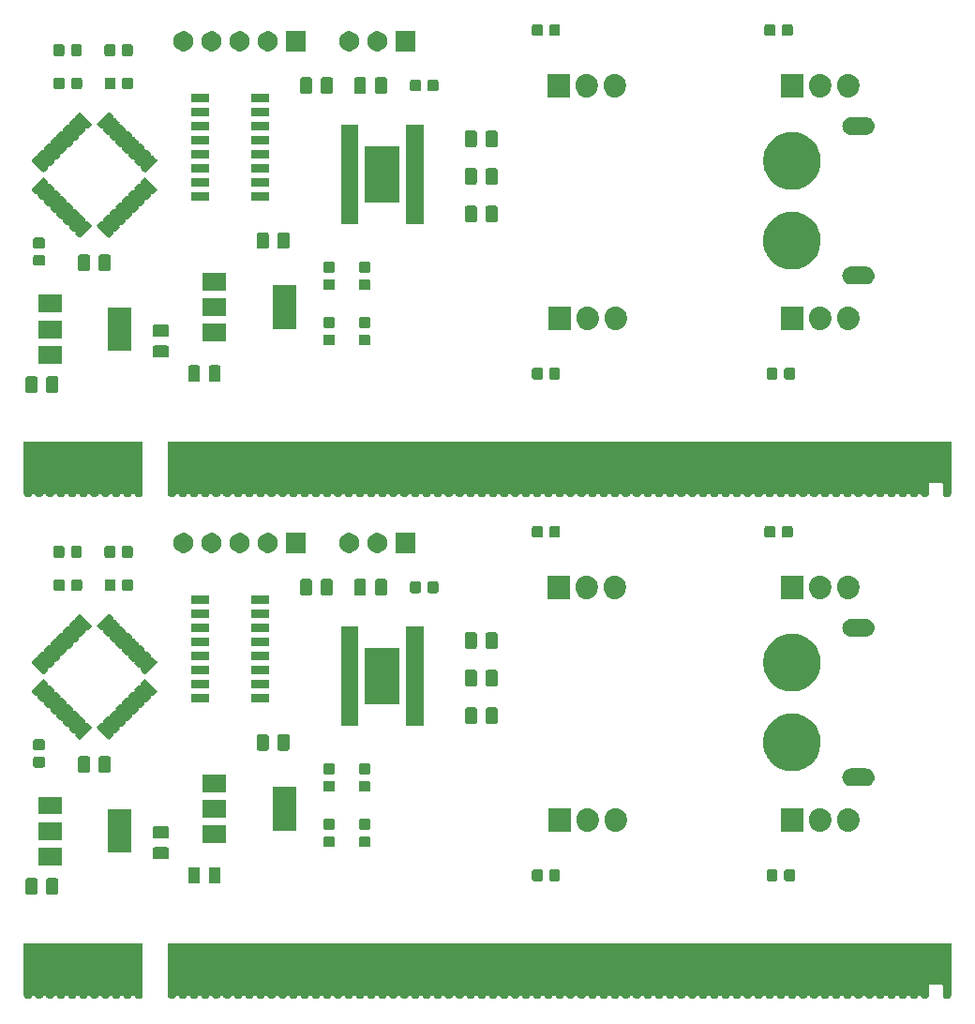
<source format=gts>
G04 #@! TF.GenerationSoftware,KiCad,Pcbnew,(5.1.5)-3*
G04 #@! TF.CreationDate,2019-12-27T07:31:54+09:00*
G04 #@! TF.ProjectId,CAN_H-Bridge_Solo_MD_fin,43414e5f-482d-4427-9269-6467655f536f,rev?*
G04 #@! TF.SameCoordinates,Original*
G04 #@! TF.FileFunction,Soldermask,Top*
G04 #@! TF.FilePolarity,Negative*
%FSLAX46Y46*%
G04 Gerber Fmt 4.6, Leading zero omitted, Abs format (unit mm)*
G04 Created by KiCad (PCBNEW (5.1.5)-3) date 2019-12-27 07:31:54*
%MOMM*%
%LPD*%
G04 APERTURE LIST*
%ADD10C,0.100000*%
G04 APERTURE END LIST*
D10*
G36*
X189376000Y-155893689D02*
G01*
X189365443Y-155906553D01*
X189353893Y-155928161D01*
X189333207Y-155978103D01*
X189292058Y-156039686D01*
X189239686Y-156092058D01*
X189178103Y-156133207D01*
X189109675Y-156161550D01*
X189109674Y-156161550D01*
X189109672Y-156161551D01*
X189037034Y-156176000D01*
X188962966Y-156176000D01*
X188890328Y-156161551D01*
X188890326Y-156161550D01*
X188890325Y-156161550D01*
X188821897Y-156133207D01*
X188760314Y-156092058D01*
X188707942Y-156039686D01*
X188666793Y-155978103D01*
X188646107Y-155928161D01*
X188634557Y-155906553D01*
X188624000Y-155893690D01*
X188624000Y-154975999D01*
X188621598Y-154951613D01*
X188614485Y-154928164D01*
X188602934Y-154906553D01*
X188587389Y-154887611D01*
X188568447Y-154872066D01*
X188546836Y-154860515D01*
X188523387Y-154853402D01*
X188499001Y-154851000D01*
X187500999Y-154851000D01*
X187476613Y-154853402D01*
X187453164Y-154860515D01*
X187431553Y-154872066D01*
X187412611Y-154887611D01*
X187397066Y-154906553D01*
X187385515Y-154928164D01*
X187378402Y-154951613D01*
X187376000Y-154975999D01*
X187376000Y-155893689D01*
X187365443Y-155906553D01*
X187353893Y-155928161D01*
X187333207Y-155978103D01*
X187292058Y-156039686D01*
X187239686Y-156092058D01*
X187178103Y-156133207D01*
X187109675Y-156161550D01*
X187109674Y-156161550D01*
X187109672Y-156161551D01*
X187037034Y-156176000D01*
X186962966Y-156176000D01*
X186890328Y-156161551D01*
X186890326Y-156161550D01*
X186890325Y-156161550D01*
X186821897Y-156133207D01*
X186760314Y-156092058D01*
X186707942Y-156039686D01*
X186666793Y-155978103D01*
X186646107Y-155928161D01*
X186634557Y-155906553D01*
X186619011Y-155887611D01*
X186600069Y-155872066D01*
X186578459Y-155860515D01*
X186555010Y-155853402D01*
X186530624Y-155851000D01*
X186469376Y-155851000D01*
X186444990Y-155853402D01*
X186421541Y-155860515D01*
X186399930Y-155872066D01*
X186380988Y-155887611D01*
X186365443Y-155906553D01*
X186353893Y-155928161D01*
X186333207Y-155978103D01*
X186292058Y-156039686D01*
X186239686Y-156092058D01*
X186178103Y-156133207D01*
X186109675Y-156161550D01*
X186109674Y-156161550D01*
X186109672Y-156161551D01*
X186037034Y-156176000D01*
X185962966Y-156176000D01*
X185890328Y-156161551D01*
X185890326Y-156161550D01*
X185890325Y-156161550D01*
X185821897Y-156133207D01*
X185760314Y-156092058D01*
X185707942Y-156039686D01*
X185666793Y-155978103D01*
X185646107Y-155928161D01*
X185634557Y-155906553D01*
X185619011Y-155887611D01*
X185600069Y-155872066D01*
X185578459Y-155860515D01*
X185555010Y-155853402D01*
X185530624Y-155851000D01*
X185469376Y-155851000D01*
X185444990Y-155853402D01*
X185421541Y-155860515D01*
X185399930Y-155872066D01*
X185380988Y-155887611D01*
X185365443Y-155906553D01*
X185353893Y-155928161D01*
X185333207Y-155978103D01*
X185292058Y-156039686D01*
X185239686Y-156092058D01*
X185178103Y-156133207D01*
X185109675Y-156161550D01*
X185109674Y-156161550D01*
X185109672Y-156161551D01*
X185037034Y-156176000D01*
X184962966Y-156176000D01*
X184890328Y-156161551D01*
X184890326Y-156161550D01*
X184890325Y-156161550D01*
X184821897Y-156133207D01*
X184760314Y-156092058D01*
X184707942Y-156039686D01*
X184666793Y-155978103D01*
X184646107Y-155928161D01*
X184634557Y-155906553D01*
X184619011Y-155887611D01*
X184600069Y-155872066D01*
X184578459Y-155860515D01*
X184555010Y-155853402D01*
X184530624Y-155851000D01*
X184469376Y-155851000D01*
X184444990Y-155853402D01*
X184421541Y-155860515D01*
X184399930Y-155872066D01*
X184380988Y-155887611D01*
X184365443Y-155906553D01*
X184353893Y-155928161D01*
X184333207Y-155978103D01*
X184292058Y-156039686D01*
X184239686Y-156092058D01*
X184178103Y-156133207D01*
X184109675Y-156161550D01*
X184109674Y-156161550D01*
X184109672Y-156161551D01*
X184037034Y-156176000D01*
X183962966Y-156176000D01*
X183890328Y-156161551D01*
X183890326Y-156161550D01*
X183890325Y-156161550D01*
X183821897Y-156133207D01*
X183760314Y-156092058D01*
X183707942Y-156039686D01*
X183666793Y-155978103D01*
X183646107Y-155928161D01*
X183634557Y-155906553D01*
X183619011Y-155887611D01*
X183600069Y-155872066D01*
X183578459Y-155860515D01*
X183555010Y-155853402D01*
X183530624Y-155851000D01*
X183469376Y-155851000D01*
X183444990Y-155853402D01*
X183421541Y-155860515D01*
X183399930Y-155872066D01*
X183380988Y-155887611D01*
X183365443Y-155906553D01*
X183353893Y-155928161D01*
X183333207Y-155978103D01*
X183292058Y-156039686D01*
X183239686Y-156092058D01*
X183178103Y-156133207D01*
X183109675Y-156161550D01*
X183109674Y-156161550D01*
X183109672Y-156161551D01*
X183037034Y-156176000D01*
X182962966Y-156176000D01*
X182890328Y-156161551D01*
X182890326Y-156161550D01*
X182890325Y-156161550D01*
X182821897Y-156133207D01*
X182760314Y-156092058D01*
X182707942Y-156039686D01*
X182666793Y-155978103D01*
X182646107Y-155928161D01*
X182634557Y-155906553D01*
X182619011Y-155887611D01*
X182600069Y-155872066D01*
X182578459Y-155860515D01*
X182555010Y-155853402D01*
X182530624Y-155851000D01*
X182469376Y-155851000D01*
X182444990Y-155853402D01*
X182421541Y-155860515D01*
X182399930Y-155872066D01*
X182380988Y-155887611D01*
X182365443Y-155906553D01*
X182353893Y-155928161D01*
X182333207Y-155978103D01*
X182292058Y-156039686D01*
X182239686Y-156092058D01*
X182178103Y-156133207D01*
X182109675Y-156161550D01*
X182109674Y-156161550D01*
X182109672Y-156161551D01*
X182037034Y-156176000D01*
X181962966Y-156176000D01*
X181890328Y-156161551D01*
X181890326Y-156161550D01*
X181890325Y-156161550D01*
X181821897Y-156133207D01*
X181760314Y-156092058D01*
X181707942Y-156039686D01*
X181666793Y-155978103D01*
X181646107Y-155928161D01*
X181634557Y-155906553D01*
X181619011Y-155887611D01*
X181600069Y-155872066D01*
X181578459Y-155860515D01*
X181555010Y-155853402D01*
X181530624Y-155851000D01*
X181469376Y-155851000D01*
X181444990Y-155853402D01*
X181421541Y-155860515D01*
X181399930Y-155872066D01*
X181380988Y-155887611D01*
X181365443Y-155906553D01*
X181353893Y-155928161D01*
X181333207Y-155978103D01*
X181292058Y-156039686D01*
X181239686Y-156092058D01*
X181178103Y-156133207D01*
X181109675Y-156161550D01*
X181109674Y-156161550D01*
X181109672Y-156161551D01*
X181037034Y-156176000D01*
X180962966Y-156176000D01*
X180890328Y-156161551D01*
X180890326Y-156161550D01*
X180890325Y-156161550D01*
X180821897Y-156133207D01*
X180760314Y-156092058D01*
X180707942Y-156039686D01*
X180666793Y-155978103D01*
X180646107Y-155928161D01*
X180634557Y-155906553D01*
X180619011Y-155887611D01*
X180600069Y-155872066D01*
X180578459Y-155860515D01*
X180555010Y-155853402D01*
X180530624Y-155851000D01*
X180469376Y-155851000D01*
X180444990Y-155853402D01*
X180421541Y-155860515D01*
X180399930Y-155872066D01*
X180380988Y-155887611D01*
X180365443Y-155906553D01*
X180353893Y-155928161D01*
X180333207Y-155978103D01*
X180292058Y-156039686D01*
X180239686Y-156092058D01*
X180178103Y-156133207D01*
X180109675Y-156161550D01*
X180109674Y-156161550D01*
X180109672Y-156161551D01*
X180037034Y-156176000D01*
X179962966Y-156176000D01*
X179890328Y-156161551D01*
X179890326Y-156161550D01*
X179890325Y-156161550D01*
X179821897Y-156133207D01*
X179760314Y-156092058D01*
X179707942Y-156039686D01*
X179666793Y-155978103D01*
X179646107Y-155928161D01*
X179634557Y-155906553D01*
X179619011Y-155887611D01*
X179600069Y-155872066D01*
X179578459Y-155860515D01*
X179555010Y-155853402D01*
X179530624Y-155851000D01*
X179469376Y-155851000D01*
X179444990Y-155853402D01*
X179421541Y-155860515D01*
X179399930Y-155872066D01*
X179380988Y-155887611D01*
X179365443Y-155906553D01*
X179353893Y-155928161D01*
X179333207Y-155978103D01*
X179292058Y-156039686D01*
X179239686Y-156092058D01*
X179178103Y-156133207D01*
X179109675Y-156161550D01*
X179109674Y-156161550D01*
X179109672Y-156161551D01*
X179037034Y-156176000D01*
X178962966Y-156176000D01*
X178890328Y-156161551D01*
X178890326Y-156161550D01*
X178890325Y-156161550D01*
X178821897Y-156133207D01*
X178760314Y-156092058D01*
X178707942Y-156039686D01*
X178666793Y-155978103D01*
X178646107Y-155928161D01*
X178634557Y-155906553D01*
X178619011Y-155887611D01*
X178600069Y-155872066D01*
X178578459Y-155860515D01*
X178555010Y-155853402D01*
X178530624Y-155851000D01*
X178469376Y-155851000D01*
X178444990Y-155853402D01*
X178421541Y-155860515D01*
X178399930Y-155872066D01*
X178380988Y-155887611D01*
X178365443Y-155906553D01*
X178353893Y-155928161D01*
X178333207Y-155978103D01*
X178292058Y-156039686D01*
X178239686Y-156092058D01*
X178178103Y-156133207D01*
X178109675Y-156161550D01*
X178109674Y-156161550D01*
X178109672Y-156161551D01*
X178037034Y-156176000D01*
X177962966Y-156176000D01*
X177890328Y-156161551D01*
X177890326Y-156161550D01*
X177890325Y-156161550D01*
X177821897Y-156133207D01*
X177760314Y-156092058D01*
X177707942Y-156039686D01*
X177666793Y-155978103D01*
X177646107Y-155928161D01*
X177634557Y-155906553D01*
X177619011Y-155887611D01*
X177600069Y-155872066D01*
X177578459Y-155860515D01*
X177555010Y-155853402D01*
X177530624Y-155851000D01*
X177469376Y-155851000D01*
X177444990Y-155853402D01*
X177421541Y-155860515D01*
X177399930Y-155872066D01*
X177380988Y-155887611D01*
X177365443Y-155906553D01*
X177353893Y-155928161D01*
X177333207Y-155978103D01*
X177292058Y-156039686D01*
X177239686Y-156092058D01*
X177178103Y-156133207D01*
X177109675Y-156161550D01*
X177109674Y-156161550D01*
X177109672Y-156161551D01*
X177037034Y-156176000D01*
X176962966Y-156176000D01*
X176890328Y-156161551D01*
X176890326Y-156161550D01*
X176890325Y-156161550D01*
X176821897Y-156133207D01*
X176760314Y-156092058D01*
X176707942Y-156039686D01*
X176666793Y-155978103D01*
X176646107Y-155928161D01*
X176634557Y-155906553D01*
X176619011Y-155887611D01*
X176600069Y-155872066D01*
X176578459Y-155860515D01*
X176555010Y-155853402D01*
X176530624Y-155851000D01*
X176469376Y-155851000D01*
X176444990Y-155853402D01*
X176421541Y-155860515D01*
X176399930Y-155872066D01*
X176380988Y-155887611D01*
X176365443Y-155906553D01*
X176353893Y-155928161D01*
X176333207Y-155978103D01*
X176292058Y-156039686D01*
X176239686Y-156092058D01*
X176178103Y-156133207D01*
X176109675Y-156161550D01*
X176109674Y-156161550D01*
X176109672Y-156161551D01*
X176037034Y-156176000D01*
X175962966Y-156176000D01*
X175890328Y-156161551D01*
X175890326Y-156161550D01*
X175890325Y-156161550D01*
X175821897Y-156133207D01*
X175760314Y-156092058D01*
X175707942Y-156039686D01*
X175666793Y-155978103D01*
X175646107Y-155928161D01*
X175634557Y-155906553D01*
X175619011Y-155887611D01*
X175600069Y-155872066D01*
X175578459Y-155860515D01*
X175555010Y-155853402D01*
X175530624Y-155851000D01*
X175469376Y-155851000D01*
X175444990Y-155853402D01*
X175421541Y-155860515D01*
X175399930Y-155872066D01*
X175380988Y-155887611D01*
X175365443Y-155906553D01*
X175353893Y-155928161D01*
X175333207Y-155978103D01*
X175292058Y-156039686D01*
X175239686Y-156092058D01*
X175178103Y-156133207D01*
X175109675Y-156161550D01*
X175109674Y-156161550D01*
X175109672Y-156161551D01*
X175037034Y-156176000D01*
X174962966Y-156176000D01*
X174890328Y-156161551D01*
X174890326Y-156161550D01*
X174890325Y-156161550D01*
X174821897Y-156133207D01*
X174760314Y-156092058D01*
X174707942Y-156039686D01*
X174666793Y-155978103D01*
X174646107Y-155928161D01*
X174634557Y-155906553D01*
X174619011Y-155887611D01*
X174600069Y-155872066D01*
X174578459Y-155860515D01*
X174555010Y-155853402D01*
X174530624Y-155851000D01*
X174469376Y-155851000D01*
X174444990Y-155853402D01*
X174421541Y-155860515D01*
X174399930Y-155872066D01*
X174380988Y-155887611D01*
X174365443Y-155906553D01*
X174353893Y-155928161D01*
X174333207Y-155978103D01*
X174292058Y-156039686D01*
X174239686Y-156092058D01*
X174178103Y-156133207D01*
X174109675Y-156161550D01*
X174109674Y-156161550D01*
X174109672Y-156161551D01*
X174037034Y-156176000D01*
X173962966Y-156176000D01*
X173890328Y-156161551D01*
X173890326Y-156161550D01*
X173890325Y-156161550D01*
X173821897Y-156133207D01*
X173760314Y-156092058D01*
X173707942Y-156039686D01*
X173666793Y-155978103D01*
X173646107Y-155928161D01*
X173634557Y-155906553D01*
X173619011Y-155887611D01*
X173600069Y-155872066D01*
X173578459Y-155860515D01*
X173555010Y-155853402D01*
X173530624Y-155851000D01*
X173469376Y-155851000D01*
X173444990Y-155853402D01*
X173421541Y-155860515D01*
X173399930Y-155872066D01*
X173380988Y-155887611D01*
X173365443Y-155906553D01*
X173353893Y-155928161D01*
X173333207Y-155978103D01*
X173292058Y-156039686D01*
X173239686Y-156092058D01*
X173178103Y-156133207D01*
X173109675Y-156161550D01*
X173109674Y-156161550D01*
X173109672Y-156161551D01*
X173037034Y-156176000D01*
X172962966Y-156176000D01*
X172890328Y-156161551D01*
X172890326Y-156161550D01*
X172890325Y-156161550D01*
X172821897Y-156133207D01*
X172760314Y-156092058D01*
X172707942Y-156039686D01*
X172666793Y-155978103D01*
X172646107Y-155928161D01*
X172634557Y-155906553D01*
X172619011Y-155887611D01*
X172600069Y-155872066D01*
X172578459Y-155860515D01*
X172555010Y-155853402D01*
X172530624Y-155851000D01*
X172469376Y-155851000D01*
X172444990Y-155853402D01*
X172421541Y-155860515D01*
X172399930Y-155872066D01*
X172380988Y-155887611D01*
X172365443Y-155906553D01*
X172353893Y-155928161D01*
X172333207Y-155978103D01*
X172292058Y-156039686D01*
X172239686Y-156092058D01*
X172178103Y-156133207D01*
X172109675Y-156161550D01*
X172109674Y-156161550D01*
X172109672Y-156161551D01*
X172037034Y-156176000D01*
X171962966Y-156176000D01*
X171890328Y-156161551D01*
X171890326Y-156161550D01*
X171890325Y-156161550D01*
X171821897Y-156133207D01*
X171760314Y-156092058D01*
X171707942Y-156039686D01*
X171666793Y-155978103D01*
X171646107Y-155928161D01*
X171634557Y-155906553D01*
X171619011Y-155887611D01*
X171600069Y-155872066D01*
X171578459Y-155860515D01*
X171555010Y-155853402D01*
X171530624Y-155851000D01*
X171469376Y-155851000D01*
X171444990Y-155853402D01*
X171421541Y-155860515D01*
X171399930Y-155872066D01*
X171380988Y-155887611D01*
X171365443Y-155906553D01*
X171353893Y-155928161D01*
X171333207Y-155978103D01*
X171292058Y-156039686D01*
X171239686Y-156092058D01*
X171178103Y-156133207D01*
X171109675Y-156161550D01*
X171109674Y-156161550D01*
X171109672Y-156161551D01*
X171037034Y-156176000D01*
X170962966Y-156176000D01*
X170890328Y-156161551D01*
X170890326Y-156161550D01*
X170890325Y-156161550D01*
X170821897Y-156133207D01*
X170760314Y-156092058D01*
X170707942Y-156039686D01*
X170666793Y-155978103D01*
X170646107Y-155928161D01*
X170634557Y-155906553D01*
X170619011Y-155887611D01*
X170600069Y-155872066D01*
X170578459Y-155860515D01*
X170555010Y-155853402D01*
X170530624Y-155851000D01*
X170469376Y-155851000D01*
X170444990Y-155853402D01*
X170421541Y-155860515D01*
X170399930Y-155872066D01*
X170380988Y-155887611D01*
X170365443Y-155906553D01*
X170353893Y-155928161D01*
X170333207Y-155978103D01*
X170292058Y-156039686D01*
X170239686Y-156092058D01*
X170178103Y-156133207D01*
X170109675Y-156161550D01*
X170109674Y-156161550D01*
X170109672Y-156161551D01*
X170037034Y-156176000D01*
X169962966Y-156176000D01*
X169890328Y-156161551D01*
X169890326Y-156161550D01*
X169890325Y-156161550D01*
X169821897Y-156133207D01*
X169760314Y-156092058D01*
X169707942Y-156039686D01*
X169666793Y-155978103D01*
X169646107Y-155928161D01*
X169634557Y-155906553D01*
X169619011Y-155887611D01*
X169600069Y-155872066D01*
X169578459Y-155860515D01*
X169555010Y-155853402D01*
X169530624Y-155851000D01*
X169469376Y-155851000D01*
X169444990Y-155853402D01*
X169421541Y-155860515D01*
X169399930Y-155872066D01*
X169380988Y-155887611D01*
X169365443Y-155906553D01*
X169353893Y-155928161D01*
X169333207Y-155978103D01*
X169292058Y-156039686D01*
X169239686Y-156092058D01*
X169178103Y-156133207D01*
X169109675Y-156161550D01*
X169109674Y-156161550D01*
X169109672Y-156161551D01*
X169037034Y-156176000D01*
X168962966Y-156176000D01*
X168890328Y-156161551D01*
X168890326Y-156161550D01*
X168890325Y-156161550D01*
X168821897Y-156133207D01*
X168760314Y-156092058D01*
X168707942Y-156039686D01*
X168666793Y-155978103D01*
X168646107Y-155928161D01*
X168634557Y-155906553D01*
X168619011Y-155887611D01*
X168600069Y-155872066D01*
X168578459Y-155860515D01*
X168555010Y-155853402D01*
X168530624Y-155851000D01*
X168469376Y-155851000D01*
X168444990Y-155853402D01*
X168421541Y-155860515D01*
X168399930Y-155872066D01*
X168380988Y-155887611D01*
X168365443Y-155906553D01*
X168353893Y-155928161D01*
X168333207Y-155978103D01*
X168292058Y-156039686D01*
X168239686Y-156092058D01*
X168178103Y-156133207D01*
X168109675Y-156161550D01*
X168109674Y-156161550D01*
X168109672Y-156161551D01*
X168037034Y-156176000D01*
X167962966Y-156176000D01*
X167890328Y-156161551D01*
X167890326Y-156161550D01*
X167890325Y-156161550D01*
X167821897Y-156133207D01*
X167760314Y-156092058D01*
X167707942Y-156039686D01*
X167666793Y-155978103D01*
X167646107Y-155928161D01*
X167634557Y-155906553D01*
X167619011Y-155887611D01*
X167600069Y-155872066D01*
X167578459Y-155860515D01*
X167555010Y-155853402D01*
X167530624Y-155851000D01*
X167469376Y-155851000D01*
X167444990Y-155853402D01*
X167421541Y-155860515D01*
X167399930Y-155872066D01*
X167380988Y-155887611D01*
X167365443Y-155906553D01*
X167353893Y-155928161D01*
X167333207Y-155978103D01*
X167292058Y-156039686D01*
X167239686Y-156092058D01*
X167178103Y-156133207D01*
X167109675Y-156161550D01*
X167109674Y-156161550D01*
X167109672Y-156161551D01*
X167037034Y-156176000D01*
X166962966Y-156176000D01*
X166890328Y-156161551D01*
X166890326Y-156161550D01*
X166890325Y-156161550D01*
X166821897Y-156133207D01*
X166760314Y-156092058D01*
X166707942Y-156039686D01*
X166666793Y-155978103D01*
X166646107Y-155928161D01*
X166634557Y-155906553D01*
X166619011Y-155887611D01*
X166600069Y-155872066D01*
X166578459Y-155860515D01*
X166555010Y-155853402D01*
X166530624Y-155851000D01*
X166469376Y-155851000D01*
X166444990Y-155853402D01*
X166421541Y-155860515D01*
X166399930Y-155872066D01*
X166380988Y-155887611D01*
X166365443Y-155906553D01*
X166353893Y-155928161D01*
X166333207Y-155978103D01*
X166292058Y-156039686D01*
X166239686Y-156092058D01*
X166178103Y-156133207D01*
X166109675Y-156161550D01*
X166109674Y-156161550D01*
X166109672Y-156161551D01*
X166037034Y-156176000D01*
X165962966Y-156176000D01*
X165890328Y-156161551D01*
X165890326Y-156161550D01*
X165890325Y-156161550D01*
X165821897Y-156133207D01*
X165760314Y-156092058D01*
X165707942Y-156039686D01*
X165666793Y-155978103D01*
X165646107Y-155928161D01*
X165634557Y-155906553D01*
X165619011Y-155887611D01*
X165600069Y-155872066D01*
X165578459Y-155860515D01*
X165555010Y-155853402D01*
X165530624Y-155851000D01*
X165469376Y-155851000D01*
X165444990Y-155853402D01*
X165421541Y-155860515D01*
X165399930Y-155872066D01*
X165380988Y-155887611D01*
X165365443Y-155906553D01*
X165353893Y-155928161D01*
X165333207Y-155978103D01*
X165292058Y-156039686D01*
X165239686Y-156092058D01*
X165178103Y-156133207D01*
X165109675Y-156161550D01*
X165109674Y-156161550D01*
X165109672Y-156161551D01*
X165037034Y-156176000D01*
X164962966Y-156176000D01*
X164890328Y-156161551D01*
X164890326Y-156161550D01*
X164890325Y-156161550D01*
X164821897Y-156133207D01*
X164760314Y-156092058D01*
X164707942Y-156039686D01*
X164666793Y-155978103D01*
X164646107Y-155928161D01*
X164634557Y-155906553D01*
X164619011Y-155887611D01*
X164600069Y-155872066D01*
X164578459Y-155860515D01*
X164555010Y-155853402D01*
X164530624Y-155851000D01*
X164469376Y-155851000D01*
X164444990Y-155853402D01*
X164421541Y-155860515D01*
X164399930Y-155872066D01*
X164380988Y-155887611D01*
X164365443Y-155906553D01*
X164353893Y-155928161D01*
X164333207Y-155978103D01*
X164292058Y-156039686D01*
X164239686Y-156092058D01*
X164178103Y-156133207D01*
X164109675Y-156161550D01*
X164109674Y-156161550D01*
X164109672Y-156161551D01*
X164037034Y-156176000D01*
X163962966Y-156176000D01*
X163890328Y-156161551D01*
X163890326Y-156161550D01*
X163890325Y-156161550D01*
X163821897Y-156133207D01*
X163760314Y-156092058D01*
X163707942Y-156039686D01*
X163666793Y-155978103D01*
X163646107Y-155928161D01*
X163634557Y-155906553D01*
X163619011Y-155887611D01*
X163600069Y-155872066D01*
X163578459Y-155860515D01*
X163555010Y-155853402D01*
X163530624Y-155851000D01*
X163469376Y-155851000D01*
X163444990Y-155853402D01*
X163421541Y-155860515D01*
X163399930Y-155872066D01*
X163380988Y-155887611D01*
X163365443Y-155906553D01*
X163353893Y-155928161D01*
X163333207Y-155978103D01*
X163292058Y-156039686D01*
X163239686Y-156092058D01*
X163178103Y-156133207D01*
X163109675Y-156161550D01*
X163109674Y-156161550D01*
X163109672Y-156161551D01*
X163037034Y-156176000D01*
X162962966Y-156176000D01*
X162890328Y-156161551D01*
X162890326Y-156161550D01*
X162890325Y-156161550D01*
X162821897Y-156133207D01*
X162760314Y-156092058D01*
X162707942Y-156039686D01*
X162666793Y-155978103D01*
X162646107Y-155928161D01*
X162634557Y-155906553D01*
X162619011Y-155887611D01*
X162600069Y-155872066D01*
X162578459Y-155860515D01*
X162555010Y-155853402D01*
X162530624Y-155851000D01*
X162469376Y-155851000D01*
X162444990Y-155853402D01*
X162421541Y-155860515D01*
X162399930Y-155872066D01*
X162380988Y-155887611D01*
X162365443Y-155906553D01*
X162353893Y-155928161D01*
X162333207Y-155978103D01*
X162292058Y-156039686D01*
X162239686Y-156092058D01*
X162178103Y-156133207D01*
X162109675Y-156161550D01*
X162109674Y-156161550D01*
X162109672Y-156161551D01*
X162037034Y-156176000D01*
X161962966Y-156176000D01*
X161890328Y-156161551D01*
X161890326Y-156161550D01*
X161890325Y-156161550D01*
X161821897Y-156133207D01*
X161760314Y-156092058D01*
X161707942Y-156039686D01*
X161666793Y-155978103D01*
X161646107Y-155928161D01*
X161634557Y-155906553D01*
X161619011Y-155887611D01*
X161600069Y-155872066D01*
X161578459Y-155860515D01*
X161555010Y-155853402D01*
X161530624Y-155851000D01*
X161469376Y-155851000D01*
X161444990Y-155853402D01*
X161421541Y-155860515D01*
X161399930Y-155872066D01*
X161380988Y-155887611D01*
X161365443Y-155906553D01*
X161353893Y-155928161D01*
X161333207Y-155978103D01*
X161292058Y-156039686D01*
X161239686Y-156092058D01*
X161178103Y-156133207D01*
X161109675Y-156161550D01*
X161109674Y-156161550D01*
X161109672Y-156161551D01*
X161037034Y-156176000D01*
X160962966Y-156176000D01*
X160890328Y-156161551D01*
X160890326Y-156161550D01*
X160890325Y-156161550D01*
X160821897Y-156133207D01*
X160760314Y-156092058D01*
X160707942Y-156039686D01*
X160666793Y-155978103D01*
X160646107Y-155928161D01*
X160634557Y-155906553D01*
X160619011Y-155887611D01*
X160600069Y-155872066D01*
X160578459Y-155860515D01*
X160555010Y-155853402D01*
X160530624Y-155851000D01*
X160469376Y-155851000D01*
X160444990Y-155853402D01*
X160421541Y-155860515D01*
X160399930Y-155872066D01*
X160380988Y-155887611D01*
X160365443Y-155906553D01*
X160353893Y-155928161D01*
X160333207Y-155978103D01*
X160292058Y-156039686D01*
X160239686Y-156092058D01*
X160178103Y-156133207D01*
X160109675Y-156161550D01*
X160109674Y-156161550D01*
X160109672Y-156161551D01*
X160037034Y-156176000D01*
X159962966Y-156176000D01*
X159890328Y-156161551D01*
X159890326Y-156161550D01*
X159890325Y-156161550D01*
X159821897Y-156133207D01*
X159760314Y-156092058D01*
X159707942Y-156039686D01*
X159666793Y-155978103D01*
X159646107Y-155928161D01*
X159634557Y-155906553D01*
X159619011Y-155887611D01*
X159600069Y-155872066D01*
X159578459Y-155860515D01*
X159555010Y-155853402D01*
X159530624Y-155851000D01*
X159469376Y-155851000D01*
X159444990Y-155853402D01*
X159421541Y-155860515D01*
X159399930Y-155872066D01*
X159380988Y-155887611D01*
X159365443Y-155906553D01*
X159353893Y-155928161D01*
X159333207Y-155978103D01*
X159292058Y-156039686D01*
X159239686Y-156092058D01*
X159178103Y-156133207D01*
X159109675Y-156161550D01*
X159109674Y-156161550D01*
X159109672Y-156161551D01*
X159037034Y-156176000D01*
X158962966Y-156176000D01*
X158890328Y-156161551D01*
X158890326Y-156161550D01*
X158890325Y-156161550D01*
X158821897Y-156133207D01*
X158760314Y-156092058D01*
X158707942Y-156039686D01*
X158666793Y-155978103D01*
X158646107Y-155928161D01*
X158634557Y-155906553D01*
X158619011Y-155887611D01*
X158600069Y-155872066D01*
X158578459Y-155860515D01*
X158555010Y-155853402D01*
X158530624Y-155851000D01*
X158469376Y-155851000D01*
X158444990Y-155853402D01*
X158421541Y-155860515D01*
X158399930Y-155872066D01*
X158380988Y-155887611D01*
X158365443Y-155906553D01*
X158353893Y-155928161D01*
X158333207Y-155978103D01*
X158292058Y-156039686D01*
X158239686Y-156092058D01*
X158178103Y-156133207D01*
X158109675Y-156161550D01*
X158109674Y-156161550D01*
X158109672Y-156161551D01*
X158037034Y-156176000D01*
X157962966Y-156176000D01*
X157890328Y-156161551D01*
X157890326Y-156161550D01*
X157890325Y-156161550D01*
X157821897Y-156133207D01*
X157760314Y-156092058D01*
X157707942Y-156039686D01*
X157666793Y-155978103D01*
X157646107Y-155928161D01*
X157634557Y-155906553D01*
X157619011Y-155887611D01*
X157600069Y-155872066D01*
X157578459Y-155860515D01*
X157555010Y-155853402D01*
X157530624Y-155851000D01*
X157469376Y-155851000D01*
X157444990Y-155853402D01*
X157421541Y-155860515D01*
X157399930Y-155872066D01*
X157380988Y-155887611D01*
X157365443Y-155906553D01*
X157353893Y-155928161D01*
X157333207Y-155978103D01*
X157292058Y-156039686D01*
X157239686Y-156092058D01*
X157178103Y-156133207D01*
X157109675Y-156161550D01*
X157109674Y-156161550D01*
X157109672Y-156161551D01*
X157037034Y-156176000D01*
X156962966Y-156176000D01*
X156890328Y-156161551D01*
X156890326Y-156161550D01*
X156890325Y-156161550D01*
X156821897Y-156133207D01*
X156760314Y-156092058D01*
X156707942Y-156039686D01*
X156666793Y-155978103D01*
X156646107Y-155928161D01*
X156634557Y-155906553D01*
X156619011Y-155887611D01*
X156600069Y-155872066D01*
X156578459Y-155860515D01*
X156555010Y-155853402D01*
X156530624Y-155851000D01*
X156469376Y-155851000D01*
X156444990Y-155853402D01*
X156421541Y-155860515D01*
X156399930Y-155872066D01*
X156380988Y-155887611D01*
X156365443Y-155906553D01*
X156353893Y-155928161D01*
X156333207Y-155978103D01*
X156292058Y-156039686D01*
X156239686Y-156092058D01*
X156178103Y-156133207D01*
X156109675Y-156161550D01*
X156109674Y-156161550D01*
X156109672Y-156161551D01*
X156037034Y-156176000D01*
X155962966Y-156176000D01*
X155890328Y-156161551D01*
X155890326Y-156161550D01*
X155890325Y-156161550D01*
X155821897Y-156133207D01*
X155760314Y-156092058D01*
X155707942Y-156039686D01*
X155666793Y-155978103D01*
X155646107Y-155928161D01*
X155634557Y-155906553D01*
X155619011Y-155887611D01*
X155600069Y-155872066D01*
X155578459Y-155860515D01*
X155555010Y-155853402D01*
X155530624Y-155851000D01*
X155469376Y-155851000D01*
X155444990Y-155853402D01*
X155421541Y-155860515D01*
X155399930Y-155872066D01*
X155380988Y-155887611D01*
X155365443Y-155906553D01*
X155353893Y-155928161D01*
X155333207Y-155978103D01*
X155292058Y-156039686D01*
X155239686Y-156092058D01*
X155178103Y-156133207D01*
X155109675Y-156161550D01*
X155109674Y-156161550D01*
X155109672Y-156161551D01*
X155037034Y-156176000D01*
X154962966Y-156176000D01*
X154890328Y-156161551D01*
X154890326Y-156161550D01*
X154890325Y-156161550D01*
X154821897Y-156133207D01*
X154760314Y-156092058D01*
X154707942Y-156039686D01*
X154666793Y-155978103D01*
X154646107Y-155928161D01*
X154634557Y-155906553D01*
X154619011Y-155887611D01*
X154600069Y-155872066D01*
X154578459Y-155860515D01*
X154555010Y-155853402D01*
X154530624Y-155851000D01*
X154469376Y-155851000D01*
X154444990Y-155853402D01*
X154421541Y-155860515D01*
X154399930Y-155872066D01*
X154380988Y-155887611D01*
X154365443Y-155906553D01*
X154353893Y-155928161D01*
X154333207Y-155978103D01*
X154292058Y-156039686D01*
X154239686Y-156092058D01*
X154178103Y-156133207D01*
X154109675Y-156161550D01*
X154109674Y-156161550D01*
X154109672Y-156161551D01*
X154037034Y-156176000D01*
X153962966Y-156176000D01*
X153890328Y-156161551D01*
X153890326Y-156161550D01*
X153890325Y-156161550D01*
X153821897Y-156133207D01*
X153760314Y-156092058D01*
X153707942Y-156039686D01*
X153666793Y-155978103D01*
X153646107Y-155928161D01*
X153634557Y-155906553D01*
X153619011Y-155887611D01*
X153600069Y-155872066D01*
X153578459Y-155860515D01*
X153555010Y-155853402D01*
X153530624Y-155851000D01*
X153469376Y-155851000D01*
X153444990Y-155853402D01*
X153421541Y-155860515D01*
X153399930Y-155872066D01*
X153380988Y-155887611D01*
X153365443Y-155906553D01*
X153353893Y-155928161D01*
X153333207Y-155978103D01*
X153292058Y-156039686D01*
X153239686Y-156092058D01*
X153178103Y-156133207D01*
X153109675Y-156161550D01*
X153109674Y-156161550D01*
X153109672Y-156161551D01*
X153037034Y-156176000D01*
X152962966Y-156176000D01*
X152890328Y-156161551D01*
X152890326Y-156161550D01*
X152890325Y-156161550D01*
X152821897Y-156133207D01*
X152760314Y-156092058D01*
X152707942Y-156039686D01*
X152666793Y-155978103D01*
X152646107Y-155928161D01*
X152634557Y-155906553D01*
X152619011Y-155887611D01*
X152600069Y-155872066D01*
X152578459Y-155860515D01*
X152555010Y-155853402D01*
X152530624Y-155851000D01*
X152469376Y-155851000D01*
X152444990Y-155853402D01*
X152421541Y-155860515D01*
X152399930Y-155872066D01*
X152380988Y-155887611D01*
X152365443Y-155906553D01*
X152353893Y-155928161D01*
X152333207Y-155978103D01*
X152292058Y-156039686D01*
X152239686Y-156092058D01*
X152178103Y-156133207D01*
X152109675Y-156161550D01*
X152109674Y-156161550D01*
X152109672Y-156161551D01*
X152037034Y-156176000D01*
X151962966Y-156176000D01*
X151890328Y-156161551D01*
X151890326Y-156161550D01*
X151890325Y-156161550D01*
X151821897Y-156133207D01*
X151760314Y-156092058D01*
X151707942Y-156039686D01*
X151666793Y-155978103D01*
X151646107Y-155928161D01*
X151634557Y-155906553D01*
X151619011Y-155887611D01*
X151600069Y-155872066D01*
X151578459Y-155860515D01*
X151555010Y-155853402D01*
X151530624Y-155851000D01*
X151469376Y-155851000D01*
X151444990Y-155853402D01*
X151421541Y-155860515D01*
X151399930Y-155872066D01*
X151380988Y-155887611D01*
X151365443Y-155906553D01*
X151353893Y-155928161D01*
X151333207Y-155978103D01*
X151292058Y-156039686D01*
X151239686Y-156092058D01*
X151178103Y-156133207D01*
X151109675Y-156161550D01*
X151109674Y-156161550D01*
X151109672Y-156161551D01*
X151037034Y-156176000D01*
X150962966Y-156176000D01*
X150890328Y-156161551D01*
X150890326Y-156161550D01*
X150890325Y-156161550D01*
X150821897Y-156133207D01*
X150760314Y-156092058D01*
X150707942Y-156039686D01*
X150666793Y-155978103D01*
X150646107Y-155928161D01*
X150634557Y-155906553D01*
X150619011Y-155887611D01*
X150600069Y-155872066D01*
X150578459Y-155860515D01*
X150555010Y-155853402D01*
X150530624Y-155851000D01*
X150469376Y-155851000D01*
X150444990Y-155853402D01*
X150421541Y-155860515D01*
X150399930Y-155872066D01*
X150380988Y-155887611D01*
X150365443Y-155906553D01*
X150353893Y-155928161D01*
X150333207Y-155978103D01*
X150292058Y-156039686D01*
X150239686Y-156092058D01*
X150178103Y-156133207D01*
X150109675Y-156161550D01*
X150109674Y-156161550D01*
X150109672Y-156161551D01*
X150037034Y-156176000D01*
X149962966Y-156176000D01*
X149890328Y-156161551D01*
X149890326Y-156161550D01*
X149890325Y-156161550D01*
X149821897Y-156133207D01*
X149760314Y-156092058D01*
X149707942Y-156039686D01*
X149666793Y-155978103D01*
X149646107Y-155928161D01*
X149634557Y-155906553D01*
X149619011Y-155887611D01*
X149600069Y-155872066D01*
X149578459Y-155860515D01*
X149555010Y-155853402D01*
X149530624Y-155851000D01*
X149469376Y-155851000D01*
X149444990Y-155853402D01*
X149421541Y-155860515D01*
X149399930Y-155872066D01*
X149380988Y-155887611D01*
X149365443Y-155906553D01*
X149353893Y-155928161D01*
X149333207Y-155978103D01*
X149292058Y-156039686D01*
X149239686Y-156092058D01*
X149178103Y-156133207D01*
X149109675Y-156161550D01*
X149109674Y-156161550D01*
X149109672Y-156161551D01*
X149037034Y-156176000D01*
X148962966Y-156176000D01*
X148890328Y-156161551D01*
X148890326Y-156161550D01*
X148890325Y-156161550D01*
X148821897Y-156133207D01*
X148760314Y-156092058D01*
X148707942Y-156039686D01*
X148666793Y-155978103D01*
X148646107Y-155928161D01*
X148634557Y-155906553D01*
X148619011Y-155887611D01*
X148600069Y-155872066D01*
X148578459Y-155860515D01*
X148555010Y-155853402D01*
X148530624Y-155851000D01*
X148469376Y-155851000D01*
X148444990Y-155853402D01*
X148421541Y-155860515D01*
X148399930Y-155872066D01*
X148380988Y-155887611D01*
X148365443Y-155906553D01*
X148353893Y-155928161D01*
X148333207Y-155978103D01*
X148292058Y-156039686D01*
X148239686Y-156092058D01*
X148178103Y-156133207D01*
X148109675Y-156161550D01*
X148109674Y-156161550D01*
X148109672Y-156161551D01*
X148037034Y-156176000D01*
X147962966Y-156176000D01*
X147890328Y-156161551D01*
X147890326Y-156161550D01*
X147890325Y-156161550D01*
X147821897Y-156133207D01*
X147760314Y-156092058D01*
X147707942Y-156039686D01*
X147666793Y-155978103D01*
X147646107Y-155928161D01*
X147634557Y-155906553D01*
X147619011Y-155887611D01*
X147600069Y-155872066D01*
X147578459Y-155860515D01*
X147555010Y-155853402D01*
X147530624Y-155851000D01*
X147469376Y-155851000D01*
X147444990Y-155853402D01*
X147421541Y-155860515D01*
X147399930Y-155872066D01*
X147380988Y-155887611D01*
X147365443Y-155906553D01*
X147353893Y-155928161D01*
X147333207Y-155978103D01*
X147292058Y-156039686D01*
X147239686Y-156092058D01*
X147178103Y-156133207D01*
X147109675Y-156161550D01*
X147109674Y-156161550D01*
X147109672Y-156161551D01*
X147037034Y-156176000D01*
X146962966Y-156176000D01*
X146890328Y-156161551D01*
X146890326Y-156161550D01*
X146890325Y-156161550D01*
X146821897Y-156133207D01*
X146760314Y-156092058D01*
X146707942Y-156039686D01*
X146666793Y-155978103D01*
X146646107Y-155928161D01*
X146634557Y-155906553D01*
X146619011Y-155887611D01*
X146600069Y-155872066D01*
X146578459Y-155860515D01*
X146555010Y-155853402D01*
X146530624Y-155851000D01*
X146469376Y-155851000D01*
X146444990Y-155853402D01*
X146421541Y-155860515D01*
X146399930Y-155872066D01*
X146380988Y-155887611D01*
X146365443Y-155906553D01*
X146353893Y-155928161D01*
X146333207Y-155978103D01*
X146292058Y-156039686D01*
X146239686Y-156092058D01*
X146178103Y-156133207D01*
X146109675Y-156161550D01*
X146109674Y-156161550D01*
X146109672Y-156161551D01*
X146037034Y-156176000D01*
X145962966Y-156176000D01*
X145890328Y-156161551D01*
X145890326Y-156161550D01*
X145890325Y-156161550D01*
X145821897Y-156133207D01*
X145760314Y-156092058D01*
X145707942Y-156039686D01*
X145666793Y-155978103D01*
X145646107Y-155928161D01*
X145634557Y-155906553D01*
X145619011Y-155887611D01*
X145600069Y-155872066D01*
X145578459Y-155860515D01*
X145555010Y-155853402D01*
X145530624Y-155851000D01*
X145469376Y-155851000D01*
X145444990Y-155853402D01*
X145421541Y-155860515D01*
X145399930Y-155872066D01*
X145380988Y-155887611D01*
X145365443Y-155906553D01*
X145353893Y-155928161D01*
X145333207Y-155978103D01*
X145292058Y-156039686D01*
X145239686Y-156092058D01*
X145178103Y-156133207D01*
X145109675Y-156161550D01*
X145109674Y-156161550D01*
X145109672Y-156161551D01*
X145037034Y-156176000D01*
X144962966Y-156176000D01*
X144890328Y-156161551D01*
X144890326Y-156161550D01*
X144890325Y-156161550D01*
X144821897Y-156133207D01*
X144760314Y-156092058D01*
X144707942Y-156039686D01*
X144666793Y-155978103D01*
X144646107Y-155928161D01*
X144634557Y-155906553D01*
X144619011Y-155887611D01*
X144600069Y-155872066D01*
X144578459Y-155860515D01*
X144555010Y-155853402D01*
X144530624Y-155851000D01*
X144469376Y-155851000D01*
X144444990Y-155853402D01*
X144421541Y-155860515D01*
X144399930Y-155872066D01*
X144380988Y-155887611D01*
X144365443Y-155906553D01*
X144353893Y-155928161D01*
X144333207Y-155978103D01*
X144292058Y-156039686D01*
X144239686Y-156092058D01*
X144178103Y-156133207D01*
X144109675Y-156161550D01*
X144109674Y-156161550D01*
X144109672Y-156161551D01*
X144037034Y-156176000D01*
X143962966Y-156176000D01*
X143890328Y-156161551D01*
X143890326Y-156161550D01*
X143890325Y-156161550D01*
X143821897Y-156133207D01*
X143760314Y-156092058D01*
X143707942Y-156039686D01*
X143666793Y-155978103D01*
X143646107Y-155928161D01*
X143634557Y-155906553D01*
X143619011Y-155887611D01*
X143600069Y-155872066D01*
X143578459Y-155860515D01*
X143555010Y-155853402D01*
X143530624Y-155851000D01*
X143469376Y-155851000D01*
X143444990Y-155853402D01*
X143421541Y-155860515D01*
X143399930Y-155872066D01*
X143380988Y-155887611D01*
X143365443Y-155906553D01*
X143353893Y-155928161D01*
X143333207Y-155978103D01*
X143292058Y-156039686D01*
X143239686Y-156092058D01*
X143178103Y-156133207D01*
X143109675Y-156161550D01*
X143109674Y-156161550D01*
X143109672Y-156161551D01*
X143037034Y-156176000D01*
X142962966Y-156176000D01*
X142890328Y-156161551D01*
X142890326Y-156161550D01*
X142890325Y-156161550D01*
X142821897Y-156133207D01*
X142760314Y-156092058D01*
X142707942Y-156039686D01*
X142666793Y-155978103D01*
X142646107Y-155928161D01*
X142634557Y-155906553D01*
X142619011Y-155887611D01*
X142600069Y-155872066D01*
X142578459Y-155860515D01*
X142555010Y-155853402D01*
X142530624Y-155851000D01*
X142469376Y-155851000D01*
X142444990Y-155853402D01*
X142421541Y-155860515D01*
X142399930Y-155872066D01*
X142380988Y-155887611D01*
X142365443Y-155906553D01*
X142353893Y-155928161D01*
X142333207Y-155978103D01*
X142292058Y-156039686D01*
X142239686Y-156092058D01*
X142178103Y-156133207D01*
X142109675Y-156161550D01*
X142109674Y-156161550D01*
X142109672Y-156161551D01*
X142037034Y-156176000D01*
X141962966Y-156176000D01*
X141890328Y-156161551D01*
X141890326Y-156161550D01*
X141890325Y-156161550D01*
X141821897Y-156133207D01*
X141760314Y-156092058D01*
X141707942Y-156039686D01*
X141666793Y-155978103D01*
X141646107Y-155928161D01*
X141634557Y-155906553D01*
X141619011Y-155887611D01*
X141600069Y-155872066D01*
X141578459Y-155860515D01*
X141555010Y-155853402D01*
X141530624Y-155851000D01*
X141469376Y-155851000D01*
X141444990Y-155853402D01*
X141421541Y-155860515D01*
X141399930Y-155872066D01*
X141380988Y-155887611D01*
X141365443Y-155906553D01*
X141353893Y-155928161D01*
X141333207Y-155978103D01*
X141292058Y-156039686D01*
X141239686Y-156092058D01*
X141178103Y-156133207D01*
X141109675Y-156161550D01*
X141109674Y-156161550D01*
X141109672Y-156161551D01*
X141037034Y-156176000D01*
X140962966Y-156176000D01*
X140890328Y-156161551D01*
X140890326Y-156161550D01*
X140890325Y-156161550D01*
X140821897Y-156133207D01*
X140760314Y-156092058D01*
X140707942Y-156039686D01*
X140666793Y-155978103D01*
X140646107Y-155928161D01*
X140634557Y-155906553D01*
X140619011Y-155887611D01*
X140600069Y-155872066D01*
X140578459Y-155860515D01*
X140555010Y-155853402D01*
X140530624Y-155851000D01*
X140469376Y-155851000D01*
X140444990Y-155853402D01*
X140421541Y-155860515D01*
X140399930Y-155872066D01*
X140380988Y-155887611D01*
X140365443Y-155906553D01*
X140353893Y-155928161D01*
X140333207Y-155978103D01*
X140292058Y-156039686D01*
X140239686Y-156092058D01*
X140178103Y-156133207D01*
X140109675Y-156161550D01*
X140109674Y-156161550D01*
X140109672Y-156161551D01*
X140037034Y-156176000D01*
X139962966Y-156176000D01*
X139890328Y-156161551D01*
X139890326Y-156161550D01*
X139890325Y-156161550D01*
X139821897Y-156133207D01*
X139760314Y-156092058D01*
X139707942Y-156039686D01*
X139666793Y-155978103D01*
X139646107Y-155928161D01*
X139634557Y-155906553D01*
X139619011Y-155887611D01*
X139600069Y-155872066D01*
X139578459Y-155860515D01*
X139555010Y-155853402D01*
X139530624Y-155851000D01*
X139469376Y-155851000D01*
X139444990Y-155853402D01*
X139421541Y-155860515D01*
X139399930Y-155872066D01*
X139380988Y-155887611D01*
X139365443Y-155906553D01*
X139353893Y-155928161D01*
X139333207Y-155978103D01*
X139292058Y-156039686D01*
X139239686Y-156092058D01*
X139178103Y-156133207D01*
X139109675Y-156161550D01*
X139109674Y-156161550D01*
X139109672Y-156161551D01*
X139037034Y-156176000D01*
X138962966Y-156176000D01*
X138890328Y-156161551D01*
X138890326Y-156161550D01*
X138890325Y-156161550D01*
X138821897Y-156133207D01*
X138760314Y-156092058D01*
X138707942Y-156039686D01*
X138666793Y-155978103D01*
X138646107Y-155928161D01*
X138634557Y-155906553D01*
X138619011Y-155887611D01*
X138600069Y-155872066D01*
X138578459Y-155860515D01*
X138555010Y-155853402D01*
X138530624Y-155851000D01*
X138469376Y-155851000D01*
X138444990Y-155853402D01*
X138421541Y-155860515D01*
X138399930Y-155872066D01*
X138380988Y-155887611D01*
X138365443Y-155906553D01*
X138353893Y-155928161D01*
X138333207Y-155978103D01*
X138292058Y-156039686D01*
X138239686Y-156092058D01*
X138178103Y-156133207D01*
X138109675Y-156161550D01*
X138109674Y-156161550D01*
X138109672Y-156161551D01*
X138037034Y-156176000D01*
X137962966Y-156176000D01*
X137890328Y-156161551D01*
X137890326Y-156161550D01*
X137890325Y-156161550D01*
X137821897Y-156133207D01*
X137760314Y-156092058D01*
X137707942Y-156039686D01*
X137666793Y-155978103D01*
X137646107Y-155928161D01*
X137634557Y-155906553D01*
X137619011Y-155887611D01*
X137600069Y-155872066D01*
X137578459Y-155860515D01*
X137555010Y-155853402D01*
X137530624Y-155851000D01*
X137469376Y-155851000D01*
X137444990Y-155853402D01*
X137421541Y-155860515D01*
X137399930Y-155872066D01*
X137380988Y-155887611D01*
X137365443Y-155906553D01*
X137353893Y-155928161D01*
X137333207Y-155978103D01*
X137292058Y-156039686D01*
X137239686Y-156092058D01*
X137178103Y-156133207D01*
X137109675Y-156161550D01*
X137109674Y-156161550D01*
X137109672Y-156161551D01*
X137037034Y-156176000D01*
X136962966Y-156176000D01*
X136890328Y-156161551D01*
X136890326Y-156161550D01*
X136890325Y-156161550D01*
X136821897Y-156133207D01*
X136760314Y-156092058D01*
X136707942Y-156039686D01*
X136666793Y-155978103D01*
X136646107Y-155928161D01*
X136634557Y-155906553D01*
X136619011Y-155887611D01*
X136600069Y-155872066D01*
X136578459Y-155860515D01*
X136555010Y-155853402D01*
X136530624Y-155851000D01*
X136469376Y-155851000D01*
X136444990Y-155853402D01*
X136421541Y-155860515D01*
X136399930Y-155872066D01*
X136380988Y-155887611D01*
X136365443Y-155906553D01*
X136353893Y-155928161D01*
X136333207Y-155978103D01*
X136292058Y-156039686D01*
X136239686Y-156092058D01*
X136178103Y-156133207D01*
X136109675Y-156161550D01*
X136109674Y-156161550D01*
X136109672Y-156161551D01*
X136037034Y-156176000D01*
X135962966Y-156176000D01*
X135890328Y-156161551D01*
X135890326Y-156161550D01*
X135890325Y-156161550D01*
X135821897Y-156133207D01*
X135760314Y-156092058D01*
X135707942Y-156039686D01*
X135666793Y-155978103D01*
X135646107Y-155928161D01*
X135634557Y-155906553D01*
X135619011Y-155887611D01*
X135600069Y-155872066D01*
X135578459Y-155860515D01*
X135555010Y-155853402D01*
X135530624Y-155851000D01*
X135469376Y-155851000D01*
X135444990Y-155853402D01*
X135421541Y-155860515D01*
X135399930Y-155872066D01*
X135380988Y-155887611D01*
X135365443Y-155906553D01*
X135353893Y-155928161D01*
X135333207Y-155978103D01*
X135292058Y-156039686D01*
X135239686Y-156092058D01*
X135178103Y-156133207D01*
X135109675Y-156161550D01*
X135109674Y-156161550D01*
X135109672Y-156161551D01*
X135037034Y-156176000D01*
X134962966Y-156176000D01*
X134890328Y-156161551D01*
X134890326Y-156161550D01*
X134890325Y-156161550D01*
X134821897Y-156133207D01*
X134760314Y-156092058D01*
X134707942Y-156039686D01*
X134666793Y-155978103D01*
X134646107Y-155928161D01*
X134634557Y-155906553D01*
X134619011Y-155887611D01*
X134600069Y-155872066D01*
X134578459Y-155860515D01*
X134555010Y-155853402D01*
X134530624Y-155851000D01*
X134469376Y-155851000D01*
X134444990Y-155853402D01*
X134421541Y-155860515D01*
X134399930Y-155872066D01*
X134380988Y-155887611D01*
X134365443Y-155906553D01*
X134353893Y-155928161D01*
X134333207Y-155978103D01*
X134292058Y-156039686D01*
X134239686Y-156092058D01*
X134178103Y-156133207D01*
X134109675Y-156161550D01*
X134109674Y-156161550D01*
X134109672Y-156161551D01*
X134037034Y-156176000D01*
X133962966Y-156176000D01*
X133890328Y-156161551D01*
X133890326Y-156161550D01*
X133890325Y-156161550D01*
X133821897Y-156133207D01*
X133760314Y-156092058D01*
X133707942Y-156039686D01*
X133666793Y-155978103D01*
X133646107Y-155928161D01*
X133634557Y-155906553D01*
X133619011Y-155887611D01*
X133600069Y-155872066D01*
X133578459Y-155860515D01*
X133555010Y-155853402D01*
X133530624Y-155851000D01*
X133469376Y-155851000D01*
X133444990Y-155853402D01*
X133421541Y-155860515D01*
X133399930Y-155872066D01*
X133380988Y-155887611D01*
X133365443Y-155906553D01*
X133353893Y-155928161D01*
X133333207Y-155978103D01*
X133292058Y-156039686D01*
X133239686Y-156092058D01*
X133178103Y-156133207D01*
X133109675Y-156161550D01*
X133109674Y-156161550D01*
X133109672Y-156161551D01*
X133037034Y-156176000D01*
X132962966Y-156176000D01*
X132890328Y-156161551D01*
X132890326Y-156161550D01*
X132890325Y-156161550D01*
X132821897Y-156133207D01*
X132760314Y-156092058D01*
X132707942Y-156039686D01*
X132666793Y-155978103D01*
X132646107Y-155928161D01*
X132634557Y-155906553D01*
X132619011Y-155887611D01*
X132600069Y-155872066D01*
X132578459Y-155860515D01*
X132555010Y-155853402D01*
X132530624Y-155851000D01*
X132469376Y-155851000D01*
X132444990Y-155853402D01*
X132421541Y-155860515D01*
X132399930Y-155872066D01*
X132380988Y-155887611D01*
X132365443Y-155906553D01*
X132353893Y-155928161D01*
X132333207Y-155978103D01*
X132292058Y-156039686D01*
X132239686Y-156092058D01*
X132178103Y-156133207D01*
X132109675Y-156161550D01*
X132109674Y-156161550D01*
X132109672Y-156161551D01*
X132037034Y-156176000D01*
X131962966Y-156176000D01*
X131890328Y-156161551D01*
X131890326Y-156161550D01*
X131890325Y-156161550D01*
X131821897Y-156133207D01*
X131760314Y-156092058D01*
X131707942Y-156039686D01*
X131666793Y-155978103D01*
X131646107Y-155928161D01*
X131634557Y-155906553D01*
X131619011Y-155887611D01*
X131600069Y-155872066D01*
X131578459Y-155860515D01*
X131555010Y-155853402D01*
X131530624Y-155851000D01*
X131469376Y-155851000D01*
X131444990Y-155853402D01*
X131421541Y-155860515D01*
X131399930Y-155872066D01*
X131380988Y-155887611D01*
X131365443Y-155906553D01*
X131353893Y-155928161D01*
X131333207Y-155978103D01*
X131292058Y-156039686D01*
X131239686Y-156092058D01*
X131178103Y-156133207D01*
X131109675Y-156161550D01*
X131109674Y-156161550D01*
X131109672Y-156161551D01*
X131037034Y-156176000D01*
X130962966Y-156176000D01*
X130890328Y-156161551D01*
X130890326Y-156161550D01*
X130890325Y-156161550D01*
X130821897Y-156133207D01*
X130760314Y-156092058D01*
X130707942Y-156039686D01*
X130666793Y-155978103D01*
X130646107Y-155928161D01*
X130634557Y-155906553D01*
X130619011Y-155887611D01*
X130600069Y-155872066D01*
X130578459Y-155860515D01*
X130555010Y-155853402D01*
X130530624Y-155851000D01*
X130469376Y-155851000D01*
X130444990Y-155853402D01*
X130421541Y-155860515D01*
X130399930Y-155872066D01*
X130380988Y-155887611D01*
X130365443Y-155906553D01*
X130353893Y-155928161D01*
X130333207Y-155978103D01*
X130292058Y-156039686D01*
X130239686Y-156092058D01*
X130178103Y-156133207D01*
X130109675Y-156161550D01*
X130109674Y-156161550D01*
X130109672Y-156161551D01*
X130037034Y-156176000D01*
X129962966Y-156176000D01*
X129890328Y-156161551D01*
X129890326Y-156161550D01*
X129890325Y-156161550D01*
X129821897Y-156133207D01*
X129760314Y-156092058D01*
X129707942Y-156039686D01*
X129666793Y-155978103D01*
X129646107Y-155928161D01*
X129634557Y-155906553D01*
X129619011Y-155887611D01*
X129600069Y-155872066D01*
X129578459Y-155860515D01*
X129555010Y-155853402D01*
X129530624Y-155851000D01*
X129469376Y-155851000D01*
X129444990Y-155853402D01*
X129421541Y-155860515D01*
X129399930Y-155872066D01*
X129380988Y-155887611D01*
X129365443Y-155906553D01*
X129353893Y-155928161D01*
X129333207Y-155978103D01*
X129292058Y-156039686D01*
X129239686Y-156092058D01*
X129178103Y-156133207D01*
X129109675Y-156161550D01*
X129109674Y-156161550D01*
X129109672Y-156161551D01*
X129037034Y-156176000D01*
X128962966Y-156176000D01*
X128890328Y-156161551D01*
X128890326Y-156161550D01*
X128890325Y-156161550D01*
X128821897Y-156133207D01*
X128760314Y-156092058D01*
X128707942Y-156039686D01*
X128666793Y-155978103D01*
X128646107Y-155928161D01*
X128634557Y-155906553D01*
X128619011Y-155887611D01*
X128600069Y-155872066D01*
X128578459Y-155860515D01*
X128555010Y-155853402D01*
X128530624Y-155851000D01*
X128469376Y-155851000D01*
X128444990Y-155853402D01*
X128421541Y-155860515D01*
X128399930Y-155872066D01*
X128380988Y-155887611D01*
X128365443Y-155906553D01*
X128353893Y-155928161D01*
X128333207Y-155978103D01*
X128292058Y-156039686D01*
X128239686Y-156092058D01*
X128178103Y-156133207D01*
X128109675Y-156161550D01*
X128109674Y-156161550D01*
X128109672Y-156161551D01*
X128037034Y-156176000D01*
X127962966Y-156176000D01*
X127890328Y-156161551D01*
X127890326Y-156161550D01*
X127890325Y-156161550D01*
X127821897Y-156133207D01*
X127760314Y-156092058D01*
X127707942Y-156039686D01*
X127666793Y-155978103D01*
X127646107Y-155928161D01*
X127634557Y-155906553D01*
X127619011Y-155887611D01*
X127600069Y-155872066D01*
X127578459Y-155860515D01*
X127555010Y-155853402D01*
X127530624Y-155851000D01*
X127469376Y-155851000D01*
X127444990Y-155853402D01*
X127421541Y-155860515D01*
X127399930Y-155872066D01*
X127380988Y-155887611D01*
X127365443Y-155906553D01*
X127353893Y-155928161D01*
X127333207Y-155978103D01*
X127292058Y-156039686D01*
X127239686Y-156092058D01*
X127178103Y-156133207D01*
X127109675Y-156161550D01*
X127109674Y-156161550D01*
X127109672Y-156161551D01*
X127037034Y-156176000D01*
X126962966Y-156176000D01*
X126890328Y-156161551D01*
X126890326Y-156161550D01*
X126890325Y-156161550D01*
X126821897Y-156133207D01*
X126760314Y-156092058D01*
X126707942Y-156039686D01*
X126666793Y-155978103D01*
X126646107Y-155928161D01*
X126634557Y-155906553D01*
X126619011Y-155887611D01*
X126600069Y-155872066D01*
X126578459Y-155860515D01*
X126555010Y-155853402D01*
X126530624Y-155851000D01*
X126469376Y-155851000D01*
X126444990Y-155853402D01*
X126421541Y-155860515D01*
X126399930Y-155872066D01*
X126380988Y-155887611D01*
X126365443Y-155906553D01*
X126353893Y-155928161D01*
X126333207Y-155978103D01*
X126292058Y-156039686D01*
X126239686Y-156092058D01*
X126178103Y-156133207D01*
X126109675Y-156161550D01*
X126109674Y-156161550D01*
X126109672Y-156161551D01*
X126037034Y-156176000D01*
X125962966Y-156176000D01*
X125890328Y-156161551D01*
X125890326Y-156161550D01*
X125890325Y-156161550D01*
X125821897Y-156133207D01*
X125760314Y-156092058D01*
X125707942Y-156039686D01*
X125666793Y-155978103D01*
X125646107Y-155928161D01*
X125634557Y-155906553D01*
X125619011Y-155887611D01*
X125600069Y-155872066D01*
X125578459Y-155860515D01*
X125555010Y-155853402D01*
X125530624Y-155851000D01*
X125469376Y-155851000D01*
X125444990Y-155853402D01*
X125421541Y-155860515D01*
X125399930Y-155872066D01*
X125380988Y-155887611D01*
X125365443Y-155906553D01*
X125353893Y-155928161D01*
X125333207Y-155978103D01*
X125292058Y-156039686D01*
X125239686Y-156092058D01*
X125178103Y-156133207D01*
X125109675Y-156161550D01*
X125109674Y-156161550D01*
X125109672Y-156161551D01*
X125037034Y-156176000D01*
X124962966Y-156176000D01*
X124890328Y-156161551D01*
X124890326Y-156161550D01*
X124890325Y-156161550D01*
X124821897Y-156133207D01*
X124760314Y-156092058D01*
X124707942Y-156039686D01*
X124666793Y-155978103D01*
X124646107Y-155928161D01*
X124634557Y-155906553D01*
X124619011Y-155887611D01*
X124600069Y-155872066D01*
X124578459Y-155860515D01*
X124555010Y-155853402D01*
X124530624Y-155851000D01*
X124469376Y-155851000D01*
X124444990Y-155853402D01*
X124421541Y-155860515D01*
X124399930Y-155872066D01*
X124380988Y-155887611D01*
X124365443Y-155906553D01*
X124353893Y-155928161D01*
X124333207Y-155978103D01*
X124292058Y-156039686D01*
X124239686Y-156092058D01*
X124178103Y-156133207D01*
X124109675Y-156161550D01*
X124109674Y-156161550D01*
X124109672Y-156161551D01*
X124037034Y-156176000D01*
X123962966Y-156176000D01*
X123890328Y-156161551D01*
X123890326Y-156161550D01*
X123890325Y-156161550D01*
X123821897Y-156133207D01*
X123760314Y-156092058D01*
X123707942Y-156039686D01*
X123666793Y-155978103D01*
X123646107Y-155928161D01*
X123634557Y-155906553D01*
X123619011Y-155887611D01*
X123600069Y-155872066D01*
X123578459Y-155860515D01*
X123555010Y-155853402D01*
X123530624Y-155851000D01*
X123469376Y-155851000D01*
X123444990Y-155853402D01*
X123421541Y-155860515D01*
X123399930Y-155872066D01*
X123380988Y-155887611D01*
X123365443Y-155906553D01*
X123353893Y-155928161D01*
X123333207Y-155978103D01*
X123292058Y-156039686D01*
X123239686Y-156092058D01*
X123178103Y-156133207D01*
X123109675Y-156161550D01*
X123109674Y-156161550D01*
X123109672Y-156161551D01*
X123037034Y-156176000D01*
X122962966Y-156176000D01*
X122890328Y-156161551D01*
X122890326Y-156161550D01*
X122890325Y-156161550D01*
X122821897Y-156133207D01*
X122760314Y-156092058D01*
X122707942Y-156039686D01*
X122666793Y-155978103D01*
X122646107Y-155928161D01*
X122634557Y-155906553D01*
X122619011Y-155887611D01*
X122600069Y-155872066D01*
X122578459Y-155860515D01*
X122555010Y-155853402D01*
X122530624Y-155851000D01*
X122469376Y-155851000D01*
X122444990Y-155853402D01*
X122421541Y-155860515D01*
X122399930Y-155872066D01*
X122380988Y-155887611D01*
X122365443Y-155906553D01*
X122353893Y-155928161D01*
X122333207Y-155978103D01*
X122292058Y-156039686D01*
X122239686Y-156092058D01*
X122178103Y-156133207D01*
X122109675Y-156161550D01*
X122109674Y-156161550D01*
X122109672Y-156161551D01*
X122037034Y-156176000D01*
X121962966Y-156176000D01*
X121890328Y-156161551D01*
X121890326Y-156161550D01*
X121890325Y-156161550D01*
X121821897Y-156133207D01*
X121760314Y-156092058D01*
X121707942Y-156039686D01*
X121666793Y-155978103D01*
X121646107Y-155928161D01*
X121634557Y-155906553D01*
X121619011Y-155887611D01*
X121600069Y-155872066D01*
X121578459Y-155860515D01*
X121555010Y-155853402D01*
X121530624Y-155851000D01*
X121469376Y-155851000D01*
X121444990Y-155853402D01*
X121421541Y-155860515D01*
X121399930Y-155872066D01*
X121380988Y-155887611D01*
X121365443Y-155906553D01*
X121353893Y-155928161D01*
X121333207Y-155978103D01*
X121292058Y-156039686D01*
X121239686Y-156092058D01*
X121178103Y-156133207D01*
X121109675Y-156161550D01*
X121109674Y-156161550D01*
X121109672Y-156161551D01*
X121037034Y-156176000D01*
X120962966Y-156176000D01*
X120890328Y-156161551D01*
X120890326Y-156161550D01*
X120890325Y-156161550D01*
X120821897Y-156133207D01*
X120760314Y-156092058D01*
X120707942Y-156039686D01*
X120666793Y-155978103D01*
X120646107Y-155928161D01*
X120634557Y-155906553D01*
X120619011Y-155887611D01*
X120600069Y-155872066D01*
X120578459Y-155860515D01*
X120555010Y-155853402D01*
X120530624Y-155851000D01*
X120469376Y-155851000D01*
X120444990Y-155853402D01*
X120421541Y-155860515D01*
X120399930Y-155872066D01*
X120380988Y-155887611D01*
X120365443Y-155906553D01*
X120353893Y-155928161D01*
X120333207Y-155978103D01*
X120292058Y-156039686D01*
X120239686Y-156092058D01*
X120178103Y-156133207D01*
X120109675Y-156161550D01*
X120109674Y-156161550D01*
X120109672Y-156161551D01*
X120037034Y-156176000D01*
X119962966Y-156176000D01*
X119890328Y-156161551D01*
X119890326Y-156161550D01*
X119890325Y-156161550D01*
X119821897Y-156133207D01*
X119760314Y-156092058D01*
X119707942Y-156039686D01*
X119666793Y-155978103D01*
X119646107Y-155928161D01*
X119634557Y-155906553D01*
X119619011Y-155887611D01*
X119600069Y-155872066D01*
X119578459Y-155860515D01*
X119555010Y-155853402D01*
X119530624Y-155851000D01*
X119469376Y-155851000D01*
X119444990Y-155853402D01*
X119421541Y-155860515D01*
X119399930Y-155872066D01*
X119380988Y-155887611D01*
X119365443Y-155906553D01*
X119353893Y-155928161D01*
X119333207Y-155978103D01*
X119292058Y-156039686D01*
X119239686Y-156092058D01*
X119178103Y-156133207D01*
X119109675Y-156161550D01*
X119109674Y-156161550D01*
X119109672Y-156161551D01*
X119037034Y-156176000D01*
X118962966Y-156176000D01*
X118890328Y-156161551D01*
X118890326Y-156161550D01*
X118890325Y-156161550D01*
X118821897Y-156133207D01*
X118760314Y-156092058D01*
X118707942Y-156039686D01*
X118666793Y-155978103D01*
X118646107Y-155928161D01*
X118634557Y-155906553D01*
X118624000Y-155893690D01*
X118624000Y-151149000D01*
X189376000Y-151149000D01*
X189376000Y-155893689D01*
G37*
G36*
X116376000Y-155893689D02*
G01*
X116365443Y-155906553D01*
X116353893Y-155928161D01*
X116333207Y-155978103D01*
X116292058Y-156039686D01*
X116239686Y-156092058D01*
X116178103Y-156133207D01*
X116109675Y-156161550D01*
X116109674Y-156161550D01*
X116109672Y-156161551D01*
X116037034Y-156176000D01*
X115962966Y-156176000D01*
X115890328Y-156161551D01*
X115890326Y-156161550D01*
X115890325Y-156161550D01*
X115821897Y-156133207D01*
X115760314Y-156092058D01*
X115707942Y-156039686D01*
X115666793Y-155978103D01*
X115646107Y-155928161D01*
X115634557Y-155906553D01*
X115619011Y-155887611D01*
X115600069Y-155872066D01*
X115578459Y-155860515D01*
X115555010Y-155853402D01*
X115530624Y-155851000D01*
X115469376Y-155851000D01*
X115444990Y-155853402D01*
X115421541Y-155860515D01*
X115399930Y-155872066D01*
X115380988Y-155887611D01*
X115365443Y-155906553D01*
X115353893Y-155928161D01*
X115333207Y-155978103D01*
X115292058Y-156039686D01*
X115239686Y-156092058D01*
X115178103Y-156133207D01*
X115109675Y-156161550D01*
X115109674Y-156161550D01*
X115109672Y-156161551D01*
X115037034Y-156176000D01*
X114962966Y-156176000D01*
X114890328Y-156161551D01*
X114890326Y-156161550D01*
X114890325Y-156161550D01*
X114821897Y-156133207D01*
X114760314Y-156092058D01*
X114707942Y-156039686D01*
X114666793Y-155978103D01*
X114646107Y-155928161D01*
X114634557Y-155906553D01*
X114619011Y-155887611D01*
X114600069Y-155872066D01*
X114578459Y-155860515D01*
X114555010Y-155853402D01*
X114530624Y-155851000D01*
X114469376Y-155851000D01*
X114444990Y-155853402D01*
X114421541Y-155860515D01*
X114399930Y-155872066D01*
X114380988Y-155887611D01*
X114365443Y-155906553D01*
X114353893Y-155928161D01*
X114333207Y-155978103D01*
X114292058Y-156039686D01*
X114239686Y-156092058D01*
X114178103Y-156133207D01*
X114109675Y-156161550D01*
X114109674Y-156161550D01*
X114109672Y-156161551D01*
X114037034Y-156176000D01*
X113962966Y-156176000D01*
X113890328Y-156161551D01*
X113890326Y-156161550D01*
X113890325Y-156161550D01*
X113821897Y-156133207D01*
X113760314Y-156092058D01*
X113707942Y-156039686D01*
X113666793Y-155978103D01*
X113646107Y-155928161D01*
X113634557Y-155906553D01*
X113619011Y-155887611D01*
X113600069Y-155872066D01*
X113578459Y-155860515D01*
X113555010Y-155853402D01*
X113530624Y-155851000D01*
X113469376Y-155851000D01*
X113444990Y-155853402D01*
X113421541Y-155860515D01*
X113399930Y-155872066D01*
X113380988Y-155887611D01*
X113365443Y-155906553D01*
X113353893Y-155928161D01*
X113333207Y-155978103D01*
X113292058Y-156039686D01*
X113239686Y-156092058D01*
X113178103Y-156133207D01*
X113109675Y-156161550D01*
X113109674Y-156161550D01*
X113109672Y-156161551D01*
X113037034Y-156176000D01*
X112962966Y-156176000D01*
X112890328Y-156161551D01*
X112890326Y-156161550D01*
X112890325Y-156161550D01*
X112821897Y-156133207D01*
X112760314Y-156092058D01*
X112707942Y-156039686D01*
X112666793Y-155978103D01*
X112646107Y-155928161D01*
X112634557Y-155906553D01*
X112619011Y-155887611D01*
X112600069Y-155872066D01*
X112578459Y-155860515D01*
X112555010Y-155853402D01*
X112530624Y-155851000D01*
X112469376Y-155851000D01*
X112444990Y-155853402D01*
X112421541Y-155860515D01*
X112399930Y-155872066D01*
X112380988Y-155887611D01*
X112365443Y-155906553D01*
X112353893Y-155928161D01*
X112333207Y-155978103D01*
X112292058Y-156039686D01*
X112239686Y-156092058D01*
X112178103Y-156133207D01*
X112109675Y-156161550D01*
X112109674Y-156161550D01*
X112109672Y-156161551D01*
X112037034Y-156176000D01*
X111962966Y-156176000D01*
X111890328Y-156161551D01*
X111890326Y-156161550D01*
X111890325Y-156161550D01*
X111821897Y-156133207D01*
X111760314Y-156092058D01*
X111707942Y-156039686D01*
X111666793Y-155978103D01*
X111646107Y-155928161D01*
X111634557Y-155906553D01*
X111619011Y-155887611D01*
X111600069Y-155872066D01*
X111578459Y-155860515D01*
X111555010Y-155853402D01*
X111530624Y-155851000D01*
X111469376Y-155851000D01*
X111444990Y-155853402D01*
X111421541Y-155860515D01*
X111399930Y-155872066D01*
X111380988Y-155887611D01*
X111365443Y-155906553D01*
X111353893Y-155928161D01*
X111333207Y-155978103D01*
X111292058Y-156039686D01*
X111239686Y-156092058D01*
X111178103Y-156133207D01*
X111109675Y-156161550D01*
X111109674Y-156161550D01*
X111109672Y-156161551D01*
X111037034Y-156176000D01*
X110962966Y-156176000D01*
X110890328Y-156161551D01*
X110890326Y-156161550D01*
X110890325Y-156161550D01*
X110821897Y-156133207D01*
X110760314Y-156092058D01*
X110707942Y-156039686D01*
X110666793Y-155978103D01*
X110646107Y-155928161D01*
X110634557Y-155906553D01*
X110619011Y-155887611D01*
X110600069Y-155872066D01*
X110578459Y-155860515D01*
X110555010Y-155853402D01*
X110530624Y-155851000D01*
X110469376Y-155851000D01*
X110444990Y-155853402D01*
X110421541Y-155860515D01*
X110399930Y-155872066D01*
X110380988Y-155887611D01*
X110365443Y-155906553D01*
X110353893Y-155928161D01*
X110333207Y-155978103D01*
X110292058Y-156039686D01*
X110239686Y-156092058D01*
X110178103Y-156133207D01*
X110109675Y-156161550D01*
X110109674Y-156161550D01*
X110109672Y-156161551D01*
X110037034Y-156176000D01*
X109962966Y-156176000D01*
X109890328Y-156161551D01*
X109890326Y-156161550D01*
X109890325Y-156161550D01*
X109821897Y-156133207D01*
X109760314Y-156092058D01*
X109707942Y-156039686D01*
X109666793Y-155978103D01*
X109646107Y-155928161D01*
X109634557Y-155906553D01*
X109619011Y-155887611D01*
X109600069Y-155872066D01*
X109578459Y-155860515D01*
X109555010Y-155853402D01*
X109530624Y-155851000D01*
X109469376Y-155851000D01*
X109444990Y-155853402D01*
X109421541Y-155860515D01*
X109399930Y-155872066D01*
X109380988Y-155887611D01*
X109365443Y-155906553D01*
X109353893Y-155928161D01*
X109333207Y-155978103D01*
X109292058Y-156039686D01*
X109239686Y-156092058D01*
X109178103Y-156133207D01*
X109109675Y-156161550D01*
X109109674Y-156161550D01*
X109109672Y-156161551D01*
X109037034Y-156176000D01*
X108962966Y-156176000D01*
X108890328Y-156161551D01*
X108890326Y-156161550D01*
X108890325Y-156161550D01*
X108821897Y-156133207D01*
X108760314Y-156092058D01*
X108707942Y-156039686D01*
X108666793Y-155978103D01*
X108646107Y-155928161D01*
X108634557Y-155906553D01*
X108619011Y-155887611D01*
X108600069Y-155872066D01*
X108578459Y-155860515D01*
X108555010Y-155853402D01*
X108530624Y-155851000D01*
X108469376Y-155851000D01*
X108444990Y-155853402D01*
X108421541Y-155860515D01*
X108399930Y-155872066D01*
X108380988Y-155887611D01*
X108365443Y-155906553D01*
X108353893Y-155928161D01*
X108333207Y-155978103D01*
X108292058Y-156039686D01*
X108239686Y-156092058D01*
X108178103Y-156133207D01*
X108109675Y-156161550D01*
X108109674Y-156161550D01*
X108109672Y-156161551D01*
X108037034Y-156176000D01*
X107962966Y-156176000D01*
X107890328Y-156161551D01*
X107890326Y-156161550D01*
X107890325Y-156161550D01*
X107821897Y-156133207D01*
X107760314Y-156092058D01*
X107707942Y-156039686D01*
X107666793Y-155978103D01*
X107646107Y-155928161D01*
X107634557Y-155906553D01*
X107619011Y-155887611D01*
X107600069Y-155872066D01*
X107578459Y-155860515D01*
X107555010Y-155853402D01*
X107530624Y-155851000D01*
X107469376Y-155851000D01*
X107444990Y-155853402D01*
X107421541Y-155860515D01*
X107399930Y-155872066D01*
X107380988Y-155887611D01*
X107365443Y-155906553D01*
X107353893Y-155928161D01*
X107333207Y-155978103D01*
X107292058Y-156039686D01*
X107239686Y-156092058D01*
X107178103Y-156133207D01*
X107109675Y-156161550D01*
X107109674Y-156161550D01*
X107109672Y-156161551D01*
X107037034Y-156176000D01*
X106962966Y-156176000D01*
X106890328Y-156161551D01*
X106890326Y-156161550D01*
X106890325Y-156161550D01*
X106821897Y-156133207D01*
X106760314Y-156092058D01*
X106707942Y-156039686D01*
X106666793Y-155978103D01*
X106646107Y-155928161D01*
X106634557Y-155906553D01*
X106619011Y-155887611D01*
X106600069Y-155872066D01*
X106578459Y-155860515D01*
X106555010Y-155853402D01*
X106530624Y-155851000D01*
X106469376Y-155851000D01*
X106444990Y-155853402D01*
X106421541Y-155860515D01*
X106399930Y-155872066D01*
X106380988Y-155887611D01*
X106365443Y-155906553D01*
X106353893Y-155928161D01*
X106333207Y-155978103D01*
X106292058Y-156039686D01*
X106239686Y-156092058D01*
X106178103Y-156133207D01*
X106109675Y-156161550D01*
X106109674Y-156161550D01*
X106109672Y-156161551D01*
X106037034Y-156176000D01*
X105962966Y-156176000D01*
X105890328Y-156161551D01*
X105890326Y-156161550D01*
X105890325Y-156161550D01*
X105821897Y-156133207D01*
X105760314Y-156092058D01*
X105707942Y-156039686D01*
X105666793Y-155978103D01*
X105646107Y-155928161D01*
X105634557Y-155906553D01*
X105624000Y-155893690D01*
X105624000Y-151149000D01*
X116376000Y-151149000D01*
X116376000Y-155893689D01*
G37*
G36*
X108571968Y-145253565D02*
G01*
X108610638Y-145265296D01*
X108646277Y-145284346D01*
X108677517Y-145309983D01*
X108703154Y-145341223D01*
X108722204Y-145376862D01*
X108733935Y-145415532D01*
X108738500Y-145461888D01*
X108738500Y-146538112D01*
X108733935Y-146584468D01*
X108722204Y-146623138D01*
X108703154Y-146658777D01*
X108677517Y-146690017D01*
X108646277Y-146715654D01*
X108610638Y-146734704D01*
X108571968Y-146746435D01*
X108525612Y-146751000D01*
X107874388Y-146751000D01*
X107828032Y-146746435D01*
X107789362Y-146734704D01*
X107753723Y-146715654D01*
X107722483Y-146690017D01*
X107696846Y-146658777D01*
X107677796Y-146623138D01*
X107666065Y-146584468D01*
X107661500Y-146538112D01*
X107661500Y-145461888D01*
X107666065Y-145415532D01*
X107677796Y-145376862D01*
X107696846Y-145341223D01*
X107722483Y-145309983D01*
X107753723Y-145284346D01*
X107789362Y-145265296D01*
X107828032Y-145253565D01*
X107874388Y-145249000D01*
X108525612Y-145249000D01*
X108571968Y-145253565D01*
G37*
G36*
X106696968Y-145253565D02*
G01*
X106735638Y-145265296D01*
X106771277Y-145284346D01*
X106802517Y-145309983D01*
X106828154Y-145341223D01*
X106847204Y-145376862D01*
X106858935Y-145415532D01*
X106863500Y-145461888D01*
X106863500Y-146538112D01*
X106858935Y-146584468D01*
X106847204Y-146623138D01*
X106828154Y-146658777D01*
X106802517Y-146690017D01*
X106771277Y-146715654D01*
X106735638Y-146734704D01*
X106696968Y-146746435D01*
X106650612Y-146751000D01*
X105999388Y-146751000D01*
X105953032Y-146746435D01*
X105914362Y-146734704D01*
X105878723Y-146715654D01*
X105847483Y-146690017D01*
X105821846Y-146658777D01*
X105802796Y-146623138D01*
X105791065Y-146584468D01*
X105786500Y-146538112D01*
X105786500Y-145461888D01*
X105791065Y-145415532D01*
X105802796Y-145376862D01*
X105821846Y-145341223D01*
X105847483Y-145309983D01*
X105878723Y-145284346D01*
X105914362Y-145265296D01*
X105953032Y-145253565D01*
X105999388Y-145249000D01*
X106650612Y-145249000D01*
X106696968Y-145253565D01*
G37*
G36*
X123246968Y-144253565D02*
G01*
X123285638Y-144265296D01*
X123321277Y-144284346D01*
X123352517Y-144309983D01*
X123378154Y-144341223D01*
X123397204Y-144376862D01*
X123408935Y-144415532D01*
X123413500Y-144461888D01*
X123413500Y-145538112D01*
X123408935Y-145584468D01*
X123397204Y-145623138D01*
X123378154Y-145658777D01*
X123352517Y-145690017D01*
X123321277Y-145715654D01*
X123285638Y-145734704D01*
X123246968Y-145746435D01*
X123200612Y-145751000D01*
X122549388Y-145751000D01*
X122503032Y-145746435D01*
X122464362Y-145734704D01*
X122428723Y-145715654D01*
X122397483Y-145690017D01*
X122371846Y-145658777D01*
X122352796Y-145623138D01*
X122341065Y-145584468D01*
X122336500Y-145538112D01*
X122336500Y-144461888D01*
X122341065Y-144415532D01*
X122352796Y-144376862D01*
X122371846Y-144341223D01*
X122397483Y-144309983D01*
X122428723Y-144284346D01*
X122464362Y-144265296D01*
X122503032Y-144253565D01*
X122549388Y-144249000D01*
X123200612Y-144249000D01*
X123246968Y-144253565D01*
G37*
G36*
X121371968Y-144253565D02*
G01*
X121410638Y-144265296D01*
X121446277Y-144284346D01*
X121477517Y-144309983D01*
X121503154Y-144341223D01*
X121522204Y-144376862D01*
X121533935Y-144415532D01*
X121538500Y-144461888D01*
X121538500Y-145538112D01*
X121533935Y-145584468D01*
X121522204Y-145623138D01*
X121503154Y-145658777D01*
X121477517Y-145690017D01*
X121446277Y-145715654D01*
X121410638Y-145734704D01*
X121371968Y-145746435D01*
X121325612Y-145751000D01*
X120674388Y-145751000D01*
X120628032Y-145746435D01*
X120589362Y-145734704D01*
X120553723Y-145715654D01*
X120522483Y-145690017D01*
X120496846Y-145658777D01*
X120477796Y-145623138D01*
X120466065Y-145584468D01*
X120461500Y-145538112D01*
X120461500Y-144461888D01*
X120466065Y-144415532D01*
X120477796Y-144376862D01*
X120496846Y-144341223D01*
X120522483Y-144309983D01*
X120553723Y-144284346D01*
X120589362Y-144265296D01*
X120628032Y-144253565D01*
X120674388Y-144249000D01*
X121325612Y-144249000D01*
X121371968Y-144253565D01*
G37*
G36*
X152342091Y-144478085D02*
G01*
X152376069Y-144488393D01*
X152407390Y-144505134D01*
X152434839Y-144527661D01*
X152457366Y-144555110D01*
X152474107Y-144586431D01*
X152484415Y-144620409D01*
X152488500Y-144661890D01*
X152488500Y-145338110D01*
X152484415Y-145379591D01*
X152474107Y-145413569D01*
X152457366Y-145444890D01*
X152434839Y-145472339D01*
X152407390Y-145494866D01*
X152376069Y-145511607D01*
X152342091Y-145521915D01*
X152300610Y-145526000D01*
X151699390Y-145526000D01*
X151657909Y-145521915D01*
X151623931Y-145511607D01*
X151592610Y-145494866D01*
X151565161Y-145472339D01*
X151542634Y-145444890D01*
X151525893Y-145413569D01*
X151515585Y-145379591D01*
X151511500Y-145338110D01*
X151511500Y-144661890D01*
X151515585Y-144620409D01*
X151525893Y-144586431D01*
X151542634Y-144555110D01*
X151565161Y-144527661D01*
X151592610Y-144505134D01*
X151623931Y-144488393D01*
X151657909Y-144478085D01*
X151699390Y-144474000D01*
X152300610Y-144474000D01*
X152342091Y-144478085D01*
G37*
G36*
X175129591Y-144478085D02*
G01*
X175163569Y-144488393D01*
X175194890Y-144505134D01*
X175222339Y-144527661D01*
X175244866Y-144555110D01*
X175261607Y-144586431D01*
X175271915Y-144620409D01*
X175276000Y-144661890D01*
X175276000Y-145338110D01*
X175271915Y-145379591D01*
X175261607Y-145413569D01*
X175244866Y-145444890D01*
X175222339Y-145472339D01*
X175194890Y-145494866D01*
X175163569Y-145511607D01*
X175129591Y-145521915D01*
X175088110Y-145526000D01*
X174486890Y-145526000D01*
X174445409Y-145521915D01*
X174411431Y-145511607D01*
X174380110Y-145494866D01*
X174352661Y-145472339D01*
X174330134Y-145444890D01*
X174313393Y-145413569D01*
X174303085Y-145379591D01*
X174299000Y-145338110D01*
X174299000Y-144661890D01*
X174303085Y-144620409D01*
X174313393Y-144586431D01*
X174330134Y-144555110D01*
X174352661Y-144527661D01*
X174380110Y-144505134D01*
X174411431Y-144488393D01*
X174445409Y-144478085D01*
X174486890Y-144474000D01*
X175088110Y-144474000D01*
X175129591Y-144478085D01*
G37*
G36*
X173554591Y-144478085D02*
G01*
X173588569Y-144488393D01*
X173619890Y-144505134D01*
X173647339Y-144527661D01*
X173669866Y-144555110D01*
X173686607Y-144586431D01*
X173696915Y-144620409D01*
X173701000Y-144661890D01*
X173701000Y-145338110D01*
X173696915Y-145379591D01*
X173686607Y-145413569D01*
X173669866Y-145444890D01*
X173647339Y-145472339D01*
X173619890Y-145494866D01*
X173588569Y-145511607D01*
X173554591Y-145521915D01*
X173513110Y-145526000D01*
X172911890Y-145526000D01*
X172870409Y-145521915D01*
X172836431Y-145511607D01*
X172805110Y-145494866D01*
X172777661Y-145472339D01*
X172755134Y-145444890D01*
X172738393Y-145413569D01*
X172728085Y-145379591D01*
X172724000Y-145338110D01*
X172724000Y-144661890D01*
X172728085Y-144620409D01*
X172738393Y-144586431D01*
X172755134Y-144555110D01*
X172777661Y-144527661D01*
X172805110Y-144505134D01*
X172836431Y-144488393D01*
X172870409Y-144478085D01*
X172911890Y-144474000D01*
X173513110Y-144474000D01*
X173554591Y-144478085D01*
G37*
G36*
X153917091Y-144478085D02*
G01*
X153951069Y-144488393D01*
X153982390Y-144505134D01*
X154009839Y-144527661D01*
X154032366Y-144555110D01*
X154049107Y-144586431D01*
X154059415Y-144620409D01*
X154063500Y-144661890D01*
X154063500Y-145338110D01*
X154059415Y-145379591D01*
X154049107Y-145413569D01*
X154032366Y-145444890D01*
X154009839Y-145472339D01*
X153982390Y-145494866D01*
X153951069Y-145511607D01*
X153917091Y-145521915D01*
X153875610Y-145526000D01*
X153274390Y-145526000D01*
X153232909Y-145521915D01*
X153198931Y-145511607D01*
X153167610Y-145494866D01*
X153140161Y-145472339D01*
X153117634Y-145444890D01*
X153100893Y-145413569D01*
X153090585Y-145379591D01*
X153086500Y-145338110D01*
X153086500Y-144661890D01*
X153090585Y-144620409D01*
X153100893Y-144586431D01*
X153117634Y-144555110D01*
X153140161Y-144527661D01*
X153167610Y-144505134D01*
X153198931Y-144488393D01*
X153232909Y-144478085D01*
X153274390Y-144474000D01*
X153875610Y-144474000D01*
X153917091Y-144478085D01*
G37*
G36*
X109051000Y-144101000D02*
G01*
X106949000Y-144101000D01*
X106949000Y-142499000D01*
X109051000Y-142499000D01*
X109051000Y-144101000D01*
G37*
G36*
X118584468Y-142466065D02*
G01*
X118623138Y-142477796D01*
X118658777Y-142496846D01*
X118690017Y-142522483D01*
X118715654Y-142553723D01*
X118734704Y-142589362D01*
X118746435Y-142628032D01*
X118751000Y-142674388D01*
X118751000Y-143325612D01*
X118746435Y-143371968D01*
X118734704Y-143410638D01*
X118715654Y-143446277D01*
X118690017Y-143477517D01*
X118658777Y-143503154D01*
X118623138Y-143522204D01*
X118584468Y-143533935D01*
X118538112Y-143538500D01*
X117461888Y-143538500D01*
X117415532Y-143533935D01*
X117376862Y-143522204D01*
X117341223Y-143503154D01*
X117309983Y-143477517D01*
X117284346Y-143446277D01*
X117265296Y-143410638D01*
X117253565Y-143371968D01*
X117249000Y-143325612D01*
X117249000Y-142674388D01*
X117253565Y-142628032D01*
X117265296Y-142589362D01*
X117284346Y-142553723D01*
X117309983Y-142522483D01*
X117341223Y-142496846D01*
X117376862Y-142477796D01*
X117415532Y-142466065D01*
X117461888Y-142461500D01*
X118538112Y-142461500D01*
X118584468Y-142466065D01*
G37*
G36*
X115351000Y-142951000D02*
G01*
X113249000Y-142951000D01*
X113249000Y-139049000D01*
X115351000Y-139049000D01*
X115351000Y-142951000D01*
G37*
G36*
X136779591Y-141490585D02*
G01*
X136813569Y-141500893D01*
X136844890Y-141517634D01*
X136872339Y-141540161D01*
X136894866Y-141567610D01*
X136911607Y-141598931D01*
X136921915Y-141632909D01*
X136926000Y-141674390D01*
X136926000Y-142275610D01*
X136921915Y-142317091D01*
X136911607Y-142351069D01*
X136894866Y-142382390D01*
X136872339Y-142409839D01*
X136844890Y-142432366D01*
X136813569Y-142449107D01*
X136779591Y-142459415D01*
X136738110Y-142463500D01*
X136061890Y-142463500D01*
X136020409Y-142459415D01*
X135986431Y-142449107D01*
X135955110Y-142432366D01*
X135927661Y-142409839D01*
X135905134Y-142382390D01*
X135888393Y-142351069D01*
X135878085Y-142317091D01*
X135874000Y-142275610D01*
X135874000Y-141674390D01*
X135878085Y-141632909D01*
X135888393Y-141598931D01*
X135905134Y-141567610D01*
X135927661Y-141540161D01*
X135955110Y-141517634D01*
X135986431Y-141500893D01*
X136020409Y-141490585D01*
X136061890Y-141486500D01*
X136738110Y-141486500D01*
X136779591Y-141490585D01*
G37*
G36*
X133579591Y-141490585D02*
G01*
X133613569Y-141500893D01*
X133644890Y-141517634D01*
X133672339Y-141540161D01*
X133694866Y-141567610D01*
X133711607Y-141598931D01*
X133721915Y-141632909D01*
X133726000Y-141674390D01*
X133726000Y-142275610D01*
X133721915Y-142317091D01*
X133711607Y-142351069D01*
X133694866Y-142382390D01*
X133672339Y-142409839D01*
X133644890Y-142432366D01*
X133613569Y-142449107D01*
X133579591Y-142459415D01*
X133538110Y-142463500D01*
X132861890Y-142463500D01*
X132820409Y-142459415D01*
X132786431Y-142449107D01*
X132755110Y-142432366D01*
X132727661Y-142409839D01*
X132705134Y-142382390D01*
X132688393Y-142351069D01*
X132678085Y-142317091D01*
X132674000Y-142275610D01*
X132674000Y-141674390D01*
X132678085Y-141632909D01*
X132688393Y-141598931D01*
X132705134Y-141567610D01*
X132727661Y-141540161D01*
X132755110Y-141517634D01*
X132786431Y-141500893D01*
X132820409Y-141490585D01*
X132861890Y-141486500D01*
X133538110Y-141486500D01*
X133579591Y-141490585D01*
G37*
G36*
X123901000Y-142101000D02*
G01*
X121799000Y-142101000D01*
X121799000Y-140499000D01*
X123901000Y-140499000D01*
X123901000Y-142101000D01*
G37*
G36*
X109051000Y-141801000D02*
G01*
X106949000Y-141801000D01*
X106949000Y-140199000D01*
X109051000Y-140199000D01*
X109051000Y-141801000D01*
G37*
G36*
X118584468Y-140591065D02*
G01*
X118623138Y-140602796D01*
X118658777Y-140621846D01*
X118690017Y-140647483D01*
X118715654Y-140678723D01*
X118734704Y-140714362D01*
X118746435Y-140753032D01*
X118751000Y-140799388D01*
X118751000Y-141450612D01*
X118746435Y-141496968D01*
X118734704Y-141535638D01*
X118715654Y-141571277D01*
X118690017Y-141602517D01*
X118658777Y-141628154D01*
X118623138Y-141647204D01*
X118584468Y-141658935D01*
X118538112Y-141663500D01*
X117461888Y-141663500D01*
X117415532Y-141658935D01*
X117376862Y-141647204D01*
X117341223Y-141628154D01*
X117309983Y-141602517D01*
X117284346Y-141571277D01*
X117265296Y-141535638D01*
X117253565Y-141496968D01*
X117249000Y-141450612D01*
X117249000Y-140799388D01*
X117253565Y-140753032D01*
X117265296Y-140714362D01*
X117284346Y-140678723D01*
X117309983Y-140647483D01*
X117341223Y-140621846D01*
X117376862Y-140602796D01*
X117415532Y-140591065D01*
X117461888Y-140586500D01*
X118538112Y-140586500D01*
X118584468Y-140591065D01*
G37*
G36*
X177736719Y-138963520D02*
G01*
X177925880Y-139020901D01*
X177925883Y-139020902D01*
X177978450Y-139049000D01*
X178100212Y-139114083D01*
X178253015Y-139239485D01*
X178378417Y-139392288D01*
X178471599Y-139566619D01*
X178528980Y-139755780D01*
X178528980Y-139755782D01*
X178543500Y-139903205D01*
X178543500Y-140096794D01*
X178538660Y-140145935D01*
X178528980Y-140244219D01*
X178471599Y-140433380D01*
X178471598Y-140433383D01*
X178436525Y-140499000D01*
X178378417Y-140607712D01*
X178253015Y-140760515D01*
X178100212Y-140885917D01*
X177925881Y-140979099D01*
X177736720Y-141036480D01*
X177540000Y-141055855D01*
X177343281Y-141036480D01*
X177154120Y-140979099D01*
X176979788Y-140885917D01*
X176826985Y-140760515D01*
X176701583Y-140607712D01*
X176608401Y-140433381D01*
X176551020Y-140244220D01*
X176536500Y-140096794D01*
X176536500Y-139903207D01*
X176551020Y-139755781D01*
X176608401Y-139566620D01*
X176608402Y-139566617D01*
X176657818Y-139474167D01*
X176701583Y-139392288D01*
X176826985Y-139239485D01*
X176979788Y-139114083D01*
X177154119Y-139020901D01*
X177343280Y-138963520D01*
X177540000Y-138944145D01*
X177736719Y-138963520D01*
G37*
G36*
X180276719Y-138963520D02*
G01*
X180465880Y-139020901D01*
X180465883Y-139020902D01*
X180518450Y-139049000D01*
X180640212Y-139114083D01*
X180793015Y-139239485D01*
X180918417Y-139392288D01*
X181011599Y-139566619D01*
X181068980Y-139755780D01*
X181068980Y-139755782D01*
X181083500Y-139903205D01*
X181083500Y-140096794D01*
X181078660Y-140145935D01*
X181068980Y-140244219D01*
X181011599Y-140433380D01*
X181011598Y-140433383D01*
X180976525Y-140499000D01*
X180918417Y-140607712D01*
X180793015Y-140760515D01*
X180640212Y-140885917D01*
X180465881Y-140979099D01*
X180276720Y-141036480D01*
X180080000Y-141055855D01*
X179883281Y-141036480D01*
X179694120Y-140979099D01*
X179519788Y-140885917D01*
X179366985Y-140760515D01*
X179241583Y-140607712D01*
X179148401Y-140433381D01*
X179091020Y-140244220D01*
X179076500Y-140096794D01*
X179076500Y-139903207D01*
X179091020Y-139755781D01*
X179148401Y-139566620D01*
X179148402Y-139566617D01*
X179197818Y-139474167D01*
X179241583Y-139392288D01*
X179366985Y-139239485D01*
X179519788Y-139114083D01*
X179694119Y-139020901D01*
X179883280Y-138963520D01*
X180080000Y-138944145D01*
X180276719Y-138963520D01*
G37*
G36*
X156736719Y-138963520D02*
G01*
X156925880Y-139020901D01*
X156925883Y-139020902D01*
X156978450Y-139049000D01*
X157100212Y-139114083D01*
X157253015Y-139239485D01*
X157378417Y-139392288D01*
X157471599Y-139566619D01*
X157528980Y-139755780D01*
X157528980Y-139755782D01*
X157543500Y-139903205D01*
X157543500Y-140096794D01*
X157538660Y-140145935D01*
X157528980Y-140244219D01*
X157471599Y-140433380D01*
X157471598Y-140433383D01*
X157436525Y-140499000D01*
X157378417Y-140607712D01*
X157253015Y-140760515D01*
X157100212Y-140885917D01*
X156925881Y-140979099D01*
X156736720Y-141036480D01*
X156540000Y-141055855D01*
X156343281Y-141036480D01*
X156154120Y-140979099D01*
X155979788Y-140885917D01*
X155826985Y-140760515D01*
X155701583Y-140607712D01*
X155608401Y-140433381D01*
X155551020Y-140244220D01*
X155536500Y-140096794D01*
X155536500Y-139903207D01*
X155551020Y-139755781D01*
X155608401Y-139566620D01*
X155608402Y-139566617D01*
X155657818Y-139474167D01*
X155701583Y-139392288D01*
X155826985Y-139239485D01*
X155979788Y-139114083D01*
X156154119Y-139020901D01*
X156343280Y-138963520D01*
X156540000Y-138944145D01*
X156736719Y-138963520D01*
G37*
G36*
X159276719Y-138963520D02*
G01*
X159465880Y-139020901D01*
X159465883Y-139020902D01*
X159518450Y-139049000D01*
X159640212Y-139114083D01*
X159793015Y-139239485D01*
X159918417Y-139392288D01*
X160011599Y-139566619D01*
X160068980Y-139755780D01*
X160068980Y-139755782D01*
X160083500Y-139903205D01*
X160083500Y-140096794D01*
X160078660Y-140145935D01*
X160068980Y-140244219D01*
X160011599Y-140433380D01*
X160011598Y-140433383D01*
X159976525Y-140499000D01*
X159918417Y-140607712D01*
X159793015Y-140760515D01*
X159640212Y-140885917D01*
X159465881Y-140979099D01*
X159276720Y-141036480D01*
X159080000Y-141055855D01*
X158883281Y-141036480D01*
X158694120Y-140979099D01*
X158519788Y-140885917D01*
X158366985Y-140760515D01*
X158241583Y-140607712D01*
X158148401Y-140433381D01*
X158091020Y-140244220D01*
X158076500Y-140096794D01*
X158076500Y-139903207D01*
X158091020Y-139755781D01*
X158148401Y-139566620D01*
X158148402Y-139566617D01*
X158197818Y-139474167D01*
X158241583Y-139392288D01*
X158366985Y-139239485D01*
X158519788Y-139114083D01*
X158694119Y-139020901D01*
X158883280Y-138963520D01*
X159080000Y-138944145D01*
X159276719Y-138963520D01*
G37*
G36*
X155003500Y-141051000D02*
G01*
X152996500Y-141051000D01*
X152996500Y-138949000D01*
X155003500Y-138949000D01*
X155003500Y-141051000D01*
G37*
G36*
X176003500Y-141051000D02*
G01*
X173996500Y-141051000D01*
X173996500Y-138949000D01*
X176003500Y-138949000D01*
X176003500Y-141051000D01*
G37*
G36*
X130201000Y-140951000D02*
G01*
X128099000Y-140951000D01*
X128099000Y-137049000D01*
X130201000Y-137049000D01*
X130201000Y-140951000D01*
G37*
G36*
X133579591Y-139915585D02*
G01*
X133613569Y-139925893D01*
X133644890Y-139942634D01*
X133672339Y-139965161D01*
X133694866Y-139992610D01*
X133711607Y-140023931D01*
X133721915Y-140057909D01*
X133726000Y-140099390D01*
X133726000Y-140700610D01*
X133721915Y-140742091D01*
X133711607Y-140776069D01*
X133694866Y-140807390D01*
X133672339Y-140834839D01*
X133644890Y-140857366D01*
X133613569Y-140874107D01*
X133579591Y-140884415D01*
X133538110Y-140888500D01*
X132861890Y-140888500D01*
X132820409Y-140884415D01*
X132786431Y-140874107D01*
X132755110Y-140857366D01*
X132727661Y-140834839D01*
X132705134Y-140807390D01*
X132688393Y-140776069D01*
X132678085Y-140742091D01*
X132674000Y-140700610D01*
X132674000Y-140099390D01*
X132678085Y-140057909D01*
X132688393Y-140023931D01*
X132705134Y-139992610D01*
X132727661Y-139965161D01*
X132755110Y-139942634D01*
X132786431Y-139925893D01*
X132820409Y-139915585D01*
X132861890Y-139911500D01*
X133538110Y-139911500D01*
X133579591Y-139915585D01*
G37*
G36*
X136779591Y-139915585D02*
G01*
X136813569Y-139925893D01*
X136844890Y-139942634D01*
X136872339Y-139965161D01*
X136894866Y-139992610D01*
X136911607Y-140023931D01*
X136921915Y-140057909D01*
X136926000Y-140099390D01*
X136926000Y-140700610D01*
X136921915Y-140742091D01*
X136911607Y-140776069D01*
X136894866Y-140807390D01*
X136872339Y-140834839D01*
X136844890Y-140857366D01*
X136813569Y-140874107D01*
X136779591Y-140884415D01*
X136738110Y-140888500D01*
X136061890Y-140888500D01*
X136020409Y-140884415D01*
X135986431Y-140874107D01*
X135955110Y-140857366D01*
X135927661Y-140834839D01*
X135905134Y-140807390D01*
X135888393Y-140776069D01*
X135878085Y-140742091D01*
X135874000Y-140700610D01*
X135874000Y-140099390D01*
X135878085Y-140057909D01*
X135888393Y-140023931D01*
X135905134Y-139992610D01*
X135927661Y-139965161D01*
X135955110Y-139942634D01*
X135986431Y-139925893D01*
X136020409Y-139915585D01*
X136061890Y-139911500D01*
X136738110Y-139911500D01*
X136779591Y-139915585D01*
G37*
G36*
X123901000Y-139801000D02*
G01*
X121799000Y-139801000D01*
X121799000Y-138199000D01*
X123901000Y-138199000D01*
X123901000Y-139801000D01*
G37*
G36*
X109051000Y-139501000D02*
G01*
X106949000Y-139501000D01*
X106949000Y-137899000D01*
X109051000Y-137899000D01*
X109051000Y-139501000D01*
G37*
G36*
X123901000Y-137501000D02*
G01*
X121799000Y-137501000D01*
X121799000Y-135899000D01*
X123901000Y-135899000D01*
X123901000Y-137501000D01*
G37*
G36*
X136779591Y-136490585D02*
G01*
X136813569Y-136500893D01*
X136844890Y-136517634D01*
X136872339Y-136540161D01*
X136894866Y-136567610D01*
X136911607Y-136598931D01*
X136921915Y-136632909D01*
X136926000Y-136674390D01*
X136926000Y-137275610D01*
X136921915Y-137317091D01*
X136911607Y-137351069D01*
X136894866Y-137382390D01*
X136872339Y-137409839D01*
X136844890Y-137432366D01*
X136813569Y-137449107D01*
X136779591Y-137459415D01*
X136738110Y-137463500D01*
X136061890Y-137463500D01*
X136020409Y-137459415D01*
X135986431Y-137449107D01*
X135955110Y-137432366D01*
X135927661Y-137409839D01*
X135905134Y-137382390D01*
X135888393Y-137351069D01*
X135878085Y-137317091D01*
X135874000Y-137275610D01*
X135874000Y-136674390D01*
X135878085Y-136632909D01*
X135888393Y-136598931D01*
X135905134Y-136567610D01*
X135927661Y-136540161D01*
X135955110Y-136517634D01*
X135986431Y-136500893D01*
X136020409Y-136490585D01*
X136061890Y-136486500D01*
X136738110Y-136486500D01*
X136779591Y-136490585D01*
G37*
G36*
X133579591Y-136490585D02*
G01*
X133613569Y-136500893D01*
X133644890Y-136517634D01*
X133672339Y-136540161D01*
X133694866Y-136567610D01*
X133711607Y-136598931D01*
X133721915Y-136632909D01*
X133726000Y-136674390D01*
X133726000Y-137275610D01*
X133721915Y-137317091D01*
X133711607Y-137351069D01*
X133694866Y-137382390D01*
X133672339Y-137409839D01*
X133644890Y-137432366D01*
X133613569Y-137449107D01*
X133579591Y-137459415D01*
X133538110Y-137463500D01*
X132861890Y-137463500D01*
X132820409Y-137459415D01*
X132786431Y-137449107D01*
X132755110Y-137432366D01*
X132727661Y-137409839D01*
X132705134Y-137382390D01*
X132688393Y-137351069D01*
X132678085Y-137317091D01*
X132674000Y-137275610D01*
X132674000Y-136674390D01*
X132678085Y-136632909D01*
X132688393Y-136598931D01*
X132705134Y-136567610D01*
X132727661Y-136540161D01*
X132755110Y-136517634D01*
X132786431Y-136500893D01*
X132820409Y-136490585D01*
X132861890Y-136486500D01*
X133538110Y-136486500D01*
X133579591Y-136490585D01*
G37*
G36*
X181728571Y-135352863D02*
G01*
X181807023Y-135360590D01*
X181907682Y-135391125D01*
X181958013Y-135406392D01*
X182097165Y-135480771D01*
X182219133Y-135580867D01*
X182319229Y-135702835D01*
X182393608Y-135841987D01*
X182403351Y-135874107D01*
X182439410Y-135992977D01*
X182454875Y-136150000D01*
X182439410Y-136307023D01*
X182408875Y-136407682D01*
X182393608Y-136458013D01*
X182319229Y-136597165D01*
X182219133Y-136719133D01*
X182097165Y-136819229D01*
X181958013Y-136893608D01*
X181907682Y-136908875D01*
X181807023Y-136939410D01*
X181728571Y-136947137D01*
X181689346Y-136951000D01*
X180310654Y-136951000D01*
X180271429Y-136947137D01*
X180192977Y-136939410D01*
X180092318Y-136908875D01*
X180041987Y-136893608D01*
X179902835Y-136819229D01*
X179780867Y-136719133D01*
X179680771Y-136597165D01*
X179606392Y-136458013D01*
X179591125Y-136407682D01*
X179560590Y-136307023D01*
X179545125Y-136150000D01*
X179560590Y-135992977D01*
X179596649Y-135874107D01*
X179606392Y-135841987D01*
X179680771Y-135702835D01*
X179780867Y-135580867D01*
X179902835Y-135480771D01*
X180041987Y-135406392D01*
X180092318Y-135391125D01*
X180192977Y-135360590D01*
X180271429Y-135352863D01*
X180310654Y-135349000D01*
X181689346Y-135349000D01*
X181728571Y-135352863D01*
G37*
G36*
X133579591Y-134915585D02*
G01*
X133613569Y-134925893D01*
X133644890Y-134942634D01*
X133672339Y-134965161D01*
X133694866Y-134992610D01*
X133711607Y-135023931D01*
X133721915Y-135057909D01*
X133726000Y-135099390D01*
X133726000Y-135700610D01*
X133721915Y-135742091D01*
X133711607Y-135776069D01*
X133694866Y-135807390D01*
X133672339Y-135834839D01*
X133644890Y-135857366D01*
X133613569Y-135874107D01*
X133579591Y-135884415D01*
X133538110Y-135888500D01*
X132861890Y-135888500D01*
X132820409Y-135884415D01*
X132786431Y-135874107D01*
X132755110Y-135857366D01*
X132727661Y-135834839D01*
X132705134Y-135807390D01*
X132688393Y-135776069D01*
X132678085Y-135742091D01*
X132674000Y-135700610D01*
X132674000Y-135099390D01*
X132678085Y-135057909D01*
X132688393Y-135023931D01*
X132705134Y-134992610D01*
X132727661Y-134965161D01*
X132755110Y-134942634D01*
X132786431Y-134925893D01*
X132820409Y-134915585D01*
X132861890Y-134911500D01*
X133538110Y-134911500D01*
X133579591Y-134915585D01*
G37*
G36*
X136779591Y-134915585D02*
G01*
X136813569Y-134925893D01*
X136844890Y-134942634D01*
X136872339Y-134965161D01*
X136894866Y-134992610D01*
X136911607Y-135023931D01*
X136921915Y-135057909D01*
X136926000Y-135099390D01*
X136926000Y-135700610D01*
X136921915Y-135742091D01*
X136911607Y-135776069D01*
X136894866Y-135807390D01*
X136872339Y-135834839D01*
X136844890Y-135857366D01*
X136813569Y-135874107D01*
X136779591Y-135884415D01*
X136738110Y-135888500D01*
X136061890Y-135888500D01*
X136020409Y-135884415D01*
X135986431Y-135874107D01*
X135955110Y-135857366D01*
X135927661Y-135834839D01*
X135905134Y-135807390D01*
X135888393Y-135776069D01*
X135878085Y-135742091D01*
X135874000Y-135700610D01*
X135874000Y-135099390D01*
X135878085Y-135057909D01*
X135888393Y-135023931D01*
X135905134Y-134992610D01*
X135927661Y-134965161D01*
X135955110Y-134942634D01*
X135986431Y-134925893D01*
X136020409Y-134915585D01*
X136061890Y-134911500D01*
X136738110Y-134911500D01*
X136779591Y-134915585D01*
G37*
G36*
X113309468Y-134253565D02*
G01*
X113348138Y-134265296D01*
X113383777Y-134284346D01*
X113415017Y-134309983D01*
X113440654Y-134341223D01*
X113459704Y-134376862D01*
X113471435Y-134415532D01*
X113476000Y-134461888D01*
X113476000Y-135538112D01*
X113471435Y-135584468D01*
X113459704Y-135623138D01*
X113440654Y-135658777D01*
X113415017Y-135690017D01*
X113383777Y-135715654D01*
X113348138Y-135734704D01*
X113309468Y-135746435D01*
X113263112Y-135751000D01*
X112611888Y-135751000D01*
X112565532Y-135746435D01*
X112526862Y-135734704D01*
X112491223Y-135715654D01*
X112459983Y-135690017D01*
X112434346Y-135658777D01*
X112415296Y-135623138D01*
X112403565Y-135584468D01*
X112399000Y-135538112D01*
X112399000Y-134461888D01*
X112403565Y-134415532D01*
X112415296Y-134376862D01*
X112434346Y-134341223D01*
X112459983Y-134309983D01*
X112491223Y-134284346D01*
X112526862Y-134265296D01*
X112565532Y-134253565D01*
X112611888Y-134249000D01*
X113263112Y-134249000D01*
X113309468Y-134253565D01*
G37*
G36*
X111434468Y-134253565D02*
G01*
X111473138Y-134265296D01*
X111508777Y-134284346D01*
X111540017Y-134309983D01*
X111565654Y-134341223D01*
X111584704Y-134376862D01*
X111596435Y-134415532D01*
X111601000Y-134461888D01*
X111601000Y-135538112D01*
X111596435Y-135584468D01*
X111584704Y-135623138D01*
X111565654Y-135658777D01*
X111540017Y-135690017D01*
X111508777Y-135715654D01*
X111473138Y-135734704D01*
X111434468Y-135746435D01*
X111388112Y-135751000D01*
X110736888Y-135751000D01*
X110690532Y-135746435D01*
X110651862Y-135734704D01*
X110616223Y-135715654D01*
X110584983Y-135690017D01*
X110559346Y-135658777D01*
X110540296Y-135623138D01*
X110528565Y-135584468D01*
X110524000Y-135538112D01*
X110524000Y-134461888D01*
X110528565Y-134415532D01*
X110540296Y-134376862D01*
X110559346Y-134341223D01*
X110584983Y-134309983D01*
X110616223Y-134284346D01*
X110651862Y-134265296D01*
X110690532Y-134253565D01*
X110736888Y-134249000D01*
X111388112Y-134249000D01*
X111434468Y-134253565D01*
G37*
G36*
X175419379Y-130431463D02*
G01*
X175758684Y-130498955D01*
X175882103Y-130550077D01*
X176232034Y-130695023D01*
X176373393Y-130789476D01*
X176658041Y-130979671D01*
X177020329Y-131341959D01*
X177183072Y-131585522D01*
X177304977Y-131767966D01*
X177419831Y-132045248D01*
X177501045Y-132241316D01*
X177533028Y-132402108D01*
X177597870Y-132728085D01*
X177601000Y-132743824D01*
X177601000Y-133256176D01*
X177503603Y-133745826D01*
X177501045Y-133758683D01*
X177304977Y-134232034D01*
X177282752Y-134265296D01*
X177020329Y-134658041D01*
X176658041Y-135020329D01*
X176494518Y-135129591D01*
X176232034Y-135304977D01*
X175987196Y-135406392D01*
X175758684Y-135501045D01*
X175507430Y-135551023D01*
X175256177Y-135601000D01*
X174743823Y-135601000D01*
X174492570Y-135551023D01*
X174241316Y-135501045D01*
X174012804Y-135406392D01*
X173767966Y-135304977D01*
X173505482Y-135129591D01*
X173341959Y-135020329D01*
X172979671Y-134658041D01*
X172717248Y-134265296D01*
X172695023Y-134232034D01*
X172498955Y-133758683D01*
X172496398Y-133745826D01*
X172399000Y-133256176D01*
X172399000Y-132743824D01*
X172402131Y-132728085D01*
X172466972Y-132402108D01*
X172498955Y-132241316D01*
X172580169Y-132045248D01*
X172695023Y-131767966D01*
X172816928Y-131585522D01*
X172979671Y-131341959D01*
X173341959Y-130979671D01*
X173626607Y-130789476D01*
X173767966Y-130695023D01*
X174117897Y-130550077D01*
X174241316Y-130498955D01*
X174580621Y-130431463D01*
X174743823Y-130399000D01*
X175256177Y-130399000D01*
X175419379Y-130431463D01*
G37*
G36*
X107379591Y-134303085D02*
G01*
X107413569Y-134313393D01*
X107444890Y-134330134D01*
X107472339Y-134352661D01*
X107494866Y-134380110D01*
X107511607Y-134411431D01*
X107521915Y-134445409D01*
X107526000Y-134486890D01*
X107526000Y-135088110D01*
X107521915Y-135129591D01*
X107511607Y-135163569D01*
X107494866Y-135194890D01*
X107472339Y-135222339D01*
X107444890Y-135244866D01*
X107413569Y-135261607D01*
X107379591Y-135271915D01*
X107338110Y-135276000D01*
X106661890Y-135276000D01*
X106620409Y-135271915D01*
X106586431Y-135261607D01*
X106555110Y-135244866D01*
X106527661Y-135222339D01*
X106505134Y-135194890D01*
X106488393Y-135163569D01*
X106478085Y-135129591D01*
X106474000Y-135088110D01*
X106474000Y-134486890D01*
X106478085Y-134445409D01*
X106488393Y-134411431D01*
X106505134Y-134380110D01*
X106527661Y-134352661D01*
X106555110Y-134330134D01*
X106586431Y-134313393D01*
X106620409Y-134303085D01*
X106661890Y-134299000D01*
X107338110Y-134299000D01*
X107379591Y-134303085D01*
G37*
G36*
X129446968Y-132253565D02*
G01*
X129485638Y-132265296D01*
X129521277Y-132284346D01*
X129552517Y-132309983D01*
X129578154Y-132341223D01*
X129597204Y-132376862D01*
X129608935Y-132415532D01*
X129613500Y-132461888D01*
X129613500Y-133538112D01*
X129608935Y-133584468D01*
X129597204Y-133623138D01*
X129578154Y-133658777D01*
X129552517Y-133690017D01*
X129521277Y-133715654D01*
X129485638Y-133734704D01*
X129446968Y-133746435D01*
X129400612Y-133751000D01*
X128749388Y-133751000D01*
X128703032Y-133746435D01*
X128664362Y-133734704D01*
X128628723Y-133715654D01*
X128597483Y-133690017D01*
X128571846Y-133658777D01*
X128552796Y-133623138D01*
X128541065Y-133584468D01*
X128536500Y-133538112D01*
X128536500Y-132461888D01*
X128541065Y-132415532D01*
X128552796Y-132376862D01*
X128571846Y-132341223D01*
X128597483Y-132309983D01*
X128628723Y-132284346D01*
X128664362Y-132265296D01*
X128703032Y-132253565D01*
X128749388Y-132249000D01*
X129400612Y-132249000D01*
X129446968Y-132253565D01*
G37*
G36*
X127571968Y-132253565D02*
G01*
X127610638Y-132265296D01*
X127646277Y-132284346D01*
X127677517Y-132309983D01*
X127703154Y-132341223D01*
X127722204Y-132376862D01*
X127733935Y-132415532D01*
X127738500Y-132461888D01*
X127738500Y-133538112D01*
X127733935Y-133584468D01*
X127722204Y-133623138D01*
X127703154Y-133658777D01*
X127677517Y-133690017D01*
X127646277Y-133715654D01*
X127610638Y-133734704D01*
X127571968Y-133746435D01*
X127525612Y-133751000D01*
X126874388Y-133751000D01*
X126828032Y-133746435D01*
X126789362Y-133734704D01*
X126753723Y-133715654D01*
X126722483Y-133690017D01*
X126696846Y-133658777D01*
X126677796Y-133623138D01*
X126666065Y-133584468D01*
X126661500Y-133538112D01*
X126661500Y-132461888D01*
X126666065Y-132415532D01*
X126677796Y-132376862D01*
X126696846Y-132341223D01*
X126722483Y-132309983D01*
X126753723Y-132284346D01*
X126789362Y-132265296D01*
X126828032Y-132253565D01*
X126874388Y-132249000D01*
X127525612Y-132249000D01*
X127571968Y-132253565D01*
G37*
G36*
X107379591Y-132728085D02*
G01*
X107413569Y-132738393D01*
X107444890Y-132755134D01*
X107472339Y-132777661D01*
X107494866Y-132805110D01*
X107511607Y-132836431D01*
X107521915Y-132870409D01*
X107526000Y-132911890D01*
X107526000Y-133513110D01*
X107521915Y-133554591D01*
X107511607Y-133588569D01*
X107494866Y-133619890D01*
X107472339Y-133647339D01*
X107444890Y-133669866D01*
X107413569Y-133686607D01*
X107379591Y-133696915D01*
X107338110Y-133701000D01*
X106661890Y-133701000D01*
X106620409Y-133696915D01*
X106586431Y-133686607D01*
X106555110Y-133669866D01*
X106527661Y-133647339D01*
X106505134Y-133619890D01*
X106488393Y-133588569D01*
X106478085Y-133554591D01*
X106474000Y-133513110D01*
X106474000Y-132911890D01*
X106478085Y-132870409D01*
X106488393Y-132836431D01*
X106505134Y-132805110D01*
X106527661Y-132777661D01*
X106555110Y-132755134D01*
X106586431Y-132738393D01*
X106620409Y-132728085D01*
X106661890Y-132724000D01*
X107338110Y-132724000D01*
X107379591Y-132728085D01*
G37*
G36*
X116595568Y-127299705D02*
G01*
X116611960Y-127304678D01*
X116627072Y-127312755D01*
X116645081Y-127327535D01*
X116684926Y-127367380D01*
X116684937Y-127367389D01*
X117604883Y-128287335D01*
X117604892Y-128287346D01*
X117644737Y-128327191D01*
X117659517Y-128345200D01*
X117667594Y-128360312D01*
X117672567Y-128376704D01*
X117674246Y-128393755D01*
X117672567Y-128410806D01*
X117667594Y-128427198D01*
X117659517Y-128442310D01*
X117644737Y-128460319D01*
X117604892Y-128500164D01*
X117604883Y-128500175D01*
X117392043Y-128713015D01*
X117392032Y-128713024D01*
X117352187Y-128752869D01*
X117334178Y-128767649D01*
X117319066Y-128775726D01*
X117302674Y-128780699D01*
X117285623Y-128782378D01*
X117268575Y-128780699D01*
X117260261Y-128778177D01*
X117236227Y-128773397D01*
X117211723Y-128773397D01*
X117187690Y-128778178D01*
X117165051Y-128787555D01*
X117144677Y-128801169D01*
X117127350Y-128818496D01*
X117113736Y-128838871D01*
X117104359Y-128861509D01*
X117099579Y-128885543D01*
X117099579Y-128910047D01*
X117104360Y-128934080D01*
X117106881Y-128942389D01*
X117108560Y-128959440D01*
X117106881Y-128976491D01*
X117101908Y-128992883D01*
X117093831Y-129007995D01*
X117079051Y-129026004D01*
X117039206Y-129065849D01*
X117039197Y-129065860D01*
X116826357Y-129278700D01*
X116826346Y-129278709D01*
X116786501Y-129318554D01*
X116768492Y-129333334D01*
X116753380Y-129341411D01*
X116736988Y-129346384D01*
X116719937Y-129348063D01*
X116702886Y-129346384D01*
X116694577Y-129343863D01*
X116670544Y-129339082D01*
X116646040Y-129339082D01*
X116622007Y-129343862D01*
X116599368Y-129353239D01*
X116578993Y-129366853D01*
X116561666Y-129384180D01*
X116548052Y-129404554D01*
X116538675Y-129427193D01*
X116533894Y-129451226D01*
X116533894Y-129475730D01*
X116538674Y-129499764D01*
X116541196Y-129508078D01*
X116542875Y-129525126D01*
X116541196Y-129542177D01*
X116536223Y-129558569D01*
X116528146Y-129573681D01*
X116513366Y-129591690D01*
X116473521Y-129631535D01*
X116473512Y-129631546D01*
X116260672Y-129844386D01*
X116260661Y-129844395D01*
X116220816Y-129884240D01*
X116202807Y-129899020D01*
X116187695Y-129907097D01*
X116171303Y-129912070D01*
X116154252Y-129913749D01*
X116137201Y-129912070D01*
X116128892Y-129909549D01*
X116104859Y-129904768D01*
X116080355Y-129904768D01*
X116056322Y-129909548D01*
X116033683Y-129918925D01*
X116013308Y-129932539D01*
X115995981Y-129949866D01*
X115982367Y-129970240D01*
X115972990Y-129992879D01*
X115968209Y-130016912D01*
X115968209Y-130041416D01*
X115972990Y-130065451D01*
X115975511Y-130073760D01*
X115977190Y-130090811D01*
X115975511Y-130107862D01*
X115970538Y-130124254D01*
X115962461Y-130139366D01*
X115947681Y-130157375D01*
X115907836Y-130197220D01*
X115907827Y-130197231D01*
X115694987Y-130410071D01*
X115694976Y-130410080D01*
X115655131Y-130449925D01*
X115637122Y-130464705D01*
X115622010Y-130472782D01*
X115605618Y-130477755D01*
X115588567Y-130479434D01*
X115571519Y-130477755D01*
X115563205Y-130475233D01*
X115539171Y-130470453D01*
X115514667Y-130470453D01*
X115490634Y-130475234D01*
X115467995Y-130484611D01*
X115447621Y-130498225D01*
X115430294Y-130515552D01*
X115416680Y-130535927D01*
X115407303Y-130558565D01*
X115402523Y-130582599D01*
X115402523Y-130607103D01*
X115407303Y-130631135D01*
X115409825Y-130639449D01*
X115411504Y-130656497D01*
X115409825Y-130673548D01*
X115404852Y-130689940D01*
X115396775Y-130705052D01*
X115381995Y-130723061D01*
X115342150Y-130762906D01*
X115342141Y-130762917D01*
X115129301Y-130975757D01*
X115129290Y-130975766D01*
X115089445Y-131015611D01*
X115071436Y-131030391D01*
X115056324Y-131038468D01*
X115039932Y-131043441D01*
X115022881Y-131045120D01*
X115005830Y-131043441D01*
X114997521Y-131040920D01*
X114973488Y-131036139D01*
X114948984Y-131036139D01*
X114924951Y-131040919D01*
X114902312Y-131050296D01*
X114881937Y-131063910D01*
X114864610Y-131081237D01*
X114850996Y-131101611D01*
X114841619Y-131124250D01*
X114836838Y-131148283D01*
X114836838Y-131172787D01*
X114841619Y-131196822D01*
X114844140Y-131205131D01*
X114845819Y-131222182D01*
X114844140Y-131239233D01*
X114839167Y-131255625D01*
X114831090Y-131270737D01*
X114816310Y-131288746D01*
X114776465Y-131328591D01*
X114776456Y-131328602D01*
X114563616Y-131541442D01*
X114563605Y-131541451D01*
X114523760Y-131581296D01*
X114505751Y-131596076D01*
X114490639Y-131604153D01*
X114474247Y-131609126D01*
X114457196Y-131610805D01*
X114440148Y-131609126D01*
X114431834Y-131606604D01*
X114407800Y-131601824D01*
X114383296Y-131601824D01*
X114359263Y-131606605D01*
X114336624Y-131615982D01*
X114316250Y-131629596D01*
X114298923Y-131646923D01*
X114285309Y-131667298D01*
X114275932Y-131689936D01*
X114271152Y-131713970D01*
X114271152Y-131738474D01*
X114275933Y-131762507D01*
X114278454Y-131770816D01*
X114280133Y-131787867D01*
X114278454Y-131804918D01*
X114273481Y-131821310D01*
X114265404Y-131836422D01*
X114250624Y-131854431D01*
X114210779Y-131894276D01*
X114210770Y-131894287D01*
X113997930Y-132107127D01*
X113997919Y-132107136D01*
X113958074Y-132146981D01*
X113940065Y-132161761D01*
X113924953Y-132169838D01*
X113908561Y-132174811D01*
X113891510Y-132176490D01*
X113874459Y-132174811D01*
X113866150Y-132172290D01*
X113842117Y-132167509D01*
X113817613Y-132167509D01*
X113793580Y-132172289D01*
X113770941Y-132181666D01*
X113750566Y-132195280D01*
X113733239Y-132212607D01*
X113719625Y-132232981D01*
X113710248Y-132255620D01*
X113705467Y-132279653D01*
X113705467Y-132304157D01*
X113710247Y-132328191D01*
X113712769Y-132336505D01*
X113714448Y-132353553D01*
X113712769Y-132370604D01*
X113707796Y-132386996D01*
X113699719Y-132402108D01*
X113684939Y-132420117D01*
X113645094Y-132459962D01*
X113645085Y-132459973D01*
X113432245Y-132672813D01*
X113432234Y-132672822D01*
X113392389Y-132712667D01*
X113374380Y-132727447D01*
X113359268Y-132735524D01*
X113342876Y-132740497D01*
X113325825Y-132742176D01*
X113308774Y-132740497D01*
X113292382Y-132735524D01*
X113277270Y-132727447D01*
X113259261Y-132712667D01*
X113219416Y-132672822D01*
X113219405Y-132672813D01*
X112299459Y-131752867D01*
X112299450Y-131752856D01*
X112259605Y-131713011D01*
X112244825Y-131695002D01*
X112236748Y-131679890D01*
X112231775Y-131663498D01*
X112230096Y-131646447D01*
X112231775Y-131629396D01*
X112236748Y-131613004D01*
X112244825Y-131597892D01*
X112259605Y-131579883D01*
X112299450Y-131540038D01*
X112299459Y-131540027D01*
X112512299Y-131327187D01*
X112512310Y-131327178D01*
X112552155Y-131287333D01*
X112570164Y-131272553D01*
X112585276Y-131264476D01*
X112601668Y-131259503D01*
X112618719Y-131257824D01*
X112635770Y-131259503D01*
X112644079Y-131262024D01*
X112668112Y-131266805D01*
X112692616Y-131266805D01*
X112716649Y-131262025D01*
X112739288Y-131252648D01*
X112759663Y-131239034D01*
X112776990Y-131221707D01*
X112790604Y-131201333D01*
X112799981Y-131178694D01*
X112804762Y-131154661D01*
X112804762Y-131130157D01*
X112799982Y-131106123D01*
X112797460Y-131097809D01*
X112795781Y-131080761D01*
X112797460Y-131063710D01*
X112802433Y-131047318D01*
X112810510Y-131032206D01*
X112825290Y-131014197D01*
X112865135Y-130974352D01*
X112865144Y-130974341D01*
X113077984Y-130761501D01*
X113077995Y-130761492D01*
X113117840Y-130721647D01*
X113135849Y-130706867D01*
X113150961Y-130698790D01*
X113167353Y-130693817D01*
X113184404Y-130692138D01*
X113201452Y-130693817D01*
X113209766Y-130696339D01*
X113233800Y-130701119D01*
X113258304Y-130701119D01*
X113282337Y-130696338D01*
X113304976Y-130686961D01*
X113325350Y-130673347D01*
X113342677Y-130656020D01*
X113356291Y-130635645D01*
X113365668Y-130613007D01*
X113370448Y-130588973D01*
X113370448Y-130564469D01*
X113365667Y-130540436D01*
X113363146Y-130532127D01*
X113361467Y-130515076D01*
X113363146Y-130498025D01*
X113368119Y-130481633D01*
X113376196Y-130466521D01*
X113390976Y-130448512D01*
X113430821Y-130408667D01*
X113430830Y-130408656D01*
X113643670Y-130195816D01*
X113643681Y-130195807D01*
X113683526Y-130155962D01*
X113701535Y-130141182D01*
X113716647Y-130133105D01*
X113733039Y-130128132D01*
X113750090Y-130126453D01*
X113767141Y-130128132D01*
X113775450Y-130130653D01*
X113799483Y-130135434D01*
X113823987Y-130135434D01*
X113848020Y-130130654D01*
X113870659Y-130121277D01*
X113891034Y-130107663D01*
X113908361Y-130090336D01*
X113921975Y-130069962D01*
X113931352Y-130047323D01*
X113936133Y-130023290D01*
X113936133Y-129998786D01*
X113931352Y-129974751D01*
X113928831Y-129966442D01*
X113927152Y-129949391D01*
X113928831Y-129932340D01*
X113933804Y-129915948D01*
X113941881Y-129900836D01*
X113956661Y-129882827D01*
X113996506Y-129842982D01*
X113996515Y-129842971D01*
X114209355Y-129630131D01*
X114209366Y-129630122D01*
X114249211Y-129590277D01*
X114267220Y-129575497D01*
X114282332Y-129567420D01*
X114298724Y-129562447D01*
X114315775Y-129560768D01*
X114332823Y-129562447D01*
X114341137Y-129564969D01*
X114365171Y-129569749D01*
X114389675Y-129569749D01*
X114413708Y-129564968D01*
X114436347Y-129555591D01*
X114456721Y-129541977D01*
X114474048Y-129524650D01*
X114487662Y-129504275D01*
X114497039Y-129481637D01*
X114501819Y-129457603D01*
X114501819Y-129433099D01*
X114497039Y-129409067D01*
X114494517Y-129400753D01*
X114492838Y-129383705D01*
X114494517Y-129366654D01*
X114499490Y-129350262D01*
X114507567Y-129335150D01*
X114522347Y-129317141D01*
X114562192Y-129277296D01*
X114562201Y-129277285D01*
X114775041Y-129064445D01*
X114775052Y-129064436D01*
X114814897Y-129024591D01*
X114832906Y-129009811D01*
X114848018Y-129001734D01*
X114864410Y-128996761D01*
X114881461Y-128995082D01*
X114898512Y-128996761D01*
X114906821Y-128999282D01*
X114930854Y-129004063D01*
X114955358Y-129004063D01*
X114979391Y-128999283D01*
X115002030Y-128989906D01*
X115022405Y-128976292D01*
X115039732Y-128958965D01*
X115053346Y-128938591D01*
X115062723Y-128915952D01*
X115067504Y-128891919D01*
X115067504Y-128867415D01*
X115062723Y-128843380D01*
X115060202Y-128835071D01*
X115058523Y-128818020D01*
X115060202Y-128800969D01*
X115065175Y-128784577D01*
X115073252Y-128769465D01*
X115088032Y-128751456D01*
X115127877Y-128711611D01*
X115127886Y-128711600D01*
X115340726Y-128498760D01*
X115340737Y-128498751D01*
X115380582Y-128458906D01*
X115398591Y-128444126D01*
X115413703Y-128436049D01*
X115430095Y-128431076D01*
X115447146Y-128429397D01*
X115464197Y-128431076D01*
X115472506Y-128433597D01*
X115496539Y-128438378D01*
X115521043Y-128438378D01*
X115545076Y-128433598D01*
X115567715Y-128424221D01*
X115588090Y-128410607D01*
X115605417Y-128393280D01*
X115619031Y-128372906D01*
X115628408Y-128350267D01*
X115633189Y-128326234D01*
X115633189Y-128301730D01*
X115628409Y-128277696D01*
X115625887Y-128269382D01*
X115624208Y-128252334D01*
X115625887Y-128235283D01*
X115630860Y-128218891D01*
X115638937Y-128203779D01*
X115653717Y-128185770D01*
X115693562Y-128145925D01*
X115693571Y-128145914D01*
X115906411Y-127933074D01*
X115906422Y-127933065D01*
X115946267Y-127893220D01*
X115964276Y-127878440D01*
X115979388Y-127870363D01*
X115995780Y-127865390D01*
X116012831Y-127863711D01*
X116029879Y-127865390D01*
X116038193Y-127867912D01*
X116062227Y-127872692D01*
X116086731Y-127872692D01*
X116110764Y-127867911D01*
X116133403Y-127858534D01*
X116153777Y-127844920D01*
X116171104Y-127827593D01*
X116184718Y-127807218D01*
X116194095Y-127784580D01*
X116198875Y-127760546D01*
X116198875Y-127736042D01*
X116194094Y-127712009D01*
X116191573Y-127703700D01*
X116189894Y-127686649D01*
X116191573Y-127669598D01*
X116196546Y-127653206D01*
X116204623Y-127638094D01*
X116219403Y-127620085D01*
X116259248Y-127580240D01*
X116259257Y-127580229D01*
X116472097Y-127367389D01*
X116472108Y-127367380D01*
X116511953Y-127327535D01*
X116529962Y-127312755D01*
X116545074Y-127304678D01*
X116561466Y-127299705D01*
X116578517Y-127298026D01*
X116595568Y-127299705D01*
G37*
G36*
X107438534Y-127299705D02*
G01*
X107454926Y-127304678D01*
X107470038Y-127312755D01*
X107488047Y-127327535D01*
X107527892Y-127367380D01*
X107527903Y-127367389D01*
X107740743Y-127580229D01*
X107740752Y-127580240D01*
X107780597Y-127620085D01*
X107795377Y-127638094D01*
X107803454Y-127653206D01*
X107808427Y-127669598D01*
X107810106Y-127686649D01*
X107808427Y-127703700D01*
X107805906Y-127712009D01*
X107801125Y-127736042D01*
X107801125Y-127760546D01*
X107805905Y-127784579D01*
X107815282Y-127807218D01*
X107828896Y-127827593D01*
X107846223Y-127844920D01*
X107866597Y-127858534D01*
X107889236Y-127867911D01*
X107913269Y-127872692D01*
X107937773Y-127872692D01*
X107961807Y-127867912D01*
X107970121Y-127865390D01*
X107987169Y-127863711D01*
X108004220Y-127865390D01*
X108020612Y-127870363D01*
X108035724Y-127878440D01*
X108053733Y-127893220D01*
X108093578Y-127933065D01*
X108093589Y-127933074D01*
X108306429Y-128145914D01*
X108306438Y-128145925D01*
X108346283Y-128185770D01*
X108361063Y-128203779D01*
X108369140Y-128218891D01*
X108374113Y-128235283D01*
X108375792Y-128252334D01*
X108374113Y-128269382D01*
X108371591Y-128277696D01*
X108366811Y-128301730D01*
X108366811Y-128326234D01*
X108371592Y-128350267D01*
X108380969Y-128372906D01*
X108394583Y-128393280D01*
X108411910Y-128410607D01*
X108432285Y-128424221D01*
X108454923Y-128433598D01*
X108478957Y-128438378D01*
X108503461Y-128438378D01*
X108527494Y-128433597D01*
X108535803Y-128431076D01*
X108552854Y-128429397D01*
X108569905Y-128431076D01*
X108586297Y-128436049D01*
X108601409Y-128444126D01*
X108619418Y-128458906D01*
X108659263Y-128498751D01*
X108659274Y-128498760D01*
X108872114Y-128711600D01*
X108872123Y-128711611D01*
X108911968Y-128751456D01*
X108926748Y-128769465D01*
X108934825Y-128784577D01*
X108939798Y-128800969D01*
X108941477Y-128818020D01*
X108939798Y-128835071D01*
X108937277Y-128843380D01*
X108932496Y-128867413D01*
X108932496Y-128891917D01*
X108937276Y-128915950D01*
X108946653Y-128938589D01*
X108960267Y-128958964D01*
X108977594Y-128976291D01*
X108997968Y-128989905D01*
X109020607Y-128999282D01*
X109044640Y-129004063D01*
X109069144Y-129004063D01*
X109093179Y-128999282D01*
X109101488Y-128996761D01*
X109118539Y-128995082D01*
X109135590Y-128996761D01*
X109151982Y-129001734D01*
X109167094Y-129009811D01*
X109185103Y-129024591D01*
X109224948Y-129064436D01*
X109224959Y-129064445D01*
X109437799Y-129277285D01*
X109437808Y-129277296D01*
X109477653Y-129317141D01*
X109492433Y-129335150D01*
X109500510Y-129350262D01*
X109505483Y-129366654D01*
X109507162Y-129383705D01*
X109505483Y-129400753D01*
X109502961Y-129409067D01*
X109498181Y-129433101D01*
X109498181Y-129457605D01*
X109502962Y-129481638D01*
X109512339Y-129504277D01*
X109525953Y-129524651D01*
X109543280Y-129541978D01*
X109563655Y-129555592D01*
X109586293Y-129564969D01*
X109610327Y-129569749D01*
X109634831Y-129569749D01*
X109658863Y-129564969D01*
X109667177Y-129562447D01*
X109684225Y-129560768D01*
X109701276Y-129562447D01*
X109717668Y-129567420D01*
X109732780Y-129575497D01*
X109750789Y-129590277D01*
X109790634Y-129630122D01*
X109790645Y-129630131D01*
X110003485Y-129842971D01*
X110003494Y-129842982D01*
X110043339Y-129882827D01*
X110058119Y-129900836D01*
X110066196Y-129915948D01*
X110071169Y-129932340D01*
X110072848Y-129949391D01*
X110071169Y-129966442D01*
X110068648Y-129974751D01*
X110063867Y-129998784D01*
X110063867Y-130023288D01*
X110068647Y-130047321D01*
X110078024Y-130069960D01*
X110091638Y-130090335D01*
X110108965Y-130107662D01*
X110129339Y-130121276D01*
X110151978Y-130130653D01*
X110176011Y-130135434D01*
X110200515Y-130135434D01*
X110224550Y-130130653D01*
X110232859Y-130128132D01*
X110249910Y-130126453D01*
X110266961Y-130128132D01*
X110283353Y-130133105D01*
X110298465Y-130141182D01*
X110316474Y-130155962D01*
X110356319Y-130195807D01*
X110356330Y-130195816D01*
X110569170Y-130408656D01*
X110569179Y-130408667D01*
X110609024Y-130448512D01*
X110623804Y-130466521D01*
X110631881Y-130481633D01*
X110636854Y-130498025D01*
X110638533Y-130515076D01*
X110636854Y-130532127D01*
X110634333Y-130540436D01*
X110629552Y-130564469D01*
X110629552Y-130588973D01*
X110634332Y-130613006D01*
X110643709Y-130635645D01*
X110657323Y-130656020D01*
X110674650Y-130673347D01*
X110695024Y-130686961D01*
X110717663Y-130696338D01*
X110741696Y-130701119D01*
X110766200Y-130701119D01*
X110790234Y-130696339D01*
X110798548Y-130693817D01*
X110815596Y-130692138D01*
X110832647Y-130693817D01*
X110849039Y-130698790D01*
X110864151Y-130706867D01*
X110882160Y-130721647D01*
X110922005Y-130761492D01*
X110922016Y-130761501D01*
X111134856Y-130974341D01*
X111134865Y-130974352D01*
X111174710Y-131014197D01*
X111189490Y-131032206D01*
X111197567Y-131047318D01*
X111202540Y-131063710D01*
X111204219Y-131080761D01*
X111202540Y-131097809D01*
X111200018Y-131106123D01*
X111195238Y-131130157D01*
X111195238Y-131154661D01*
X111200019Y-131178694D01*
X111209396Y-131201333D01*
X111223010Y-131221707D01*
X111240337Y-131239034D01*
X111260712Y-131252648D01*
X111283350Y-131262025D01*
X111307384Y-131266805D01*
X111331888Y-131266805D01*
X111355921Y-131262024D01*
X111364230Y-131259503D01*
X111381281Y-131257824D01*
X111398332Y-131259503D01*
X111414724Y-131264476D01*
X111429836Y-131272553D01*
X111447845Y-131287333D01*
X111487690Y-131327178D01*
X111487701Y-131327187D01*
X111700541Y-131540027D01*
X111700550Y-131540038D01*
X111740395Y-131579883D01*
X111755175Y-131597892D01*
X111763252Y-131613004D01*
X111768225Y-131629396D01*
X111769904Y-131646447D01*
X111768225Y-131663498D01*
X111763252Y-131679890D01*
X111755175Y-131695002D01*
X111740395Y-131713011D01*
X111700550Y-131752856D01*
X111700541Y-131752867D01*
X110780595Y-132672813D01*
X110780584Y-132672822D01*
X110740739Y-132712667D01*
X110722730Y-132727447D01*
X110707618Y-132735524D01*
X110691226Y-132740497D01*
X110674175Y-132742176D01*
X110657124Y-132740497D01*
X110640732Y-132735524D01*
X110625620Y-132727447D01*
X110607611Y-132712667D01*
X110567766Y-132672822D01*
X110567755Y-132672813D01*
X110354915Y-132459973D01*
X110354906Y-132459962D01*
X110315061Y-132420117D01*
X110300281Y-132402108D01*
X110292204Y-132386996D01*
X110287231Y-132370604D01*
X110285552Y-132353553D01*
X110287231Y-132336505D01*
X110289753Y-132328191D01*
X110294533Y-132304157D01*
X110294533Y-132279653D01*
X110289752Y-132255620D01*
X110280375Y-132232981D01*
X110266761Y-132212607D01*
X110249434Y-132195280D01*
X110229059Y-132181666D01*
X110206421Y-132172289D01*
X110182387Y-132167509D01*
X110157883Y-132167509D01*
X110133850Y-132172290D01*
X110125541Y-132174811D01*
X110108490Y-132176490D01*
X110091439Y-132174811D01*
X110075047Y-132169838D01*
X110059935Y-132161761D01*
X110041926Y-132146981D01*
X110002081Y-132107136D01*
X110002070Y-132107127D01*
X109789230Y-131894287D01*
X109789221Y-131894276D01*
X109749376Y-131854431D01*
X109734596Y-131836422D01*
X109726519Y-131821310D01*
X109721546Y-131804918D01*
X109719867Y-131787867D01*
X109721546Y-131770816D01*
X109724067Y-131762507D01*
X109728848Y-131738474D01*
X109728848Y-131713970D01*
X109724068Y-131689937D01*
X109714691Y-131667298D01*
X109701077Y-131646923D01*
X109683750Y-131629596D01*
X109663376Y-131615982D01*
X109640737Y-131606605D01*
X109616704Y-131601824D01*
X109592200Y-131601824D01*
X109568166Y-131606604D01*
X109559852Y-131609126D01*
X109542804Y-131610805D01*
X109525753Y-131609126D01*
X109509361Y-131604153D01*
X109494249Y-131596076D01*
X109476240Y-131581296D01*
X109436395Y-131541451D01*
X109436384Y-131541442D01*
X109223544Y-131328602D01*
X109223535Y-131328591D01*
X109183690Y-131288746D01*
X109168910Y-131270737D01*
X109160833Y-131255625D01*
X109155860Y-131239233D01*
X109154181Y-131222182D01*
X109155860Y-131205131D01*
X109158381Y-131196822D01*
X109163162Y-131172789D01*
X109163162Y-131148285D01*
X109158382Y-131124252D01*
X109149005Y-131101613D01*
X109135391Y-131081238D01*
X109118064Y-131063911D01*
X109097690Y-131050297D01*
X109075051Y-131040920D01*
X109051018Y-131036139D01*
X109026514Y-131036139D01*
X109002479Y-131040920D01*
X108994170Y-131043441D01*
X108977119Y-131045120D01*
X108960068Y-131043441D01*
X108943676Y-131038468D01*
X108928564Y-131030391D01*
X108910555Y-131015611D01*
X108870710Y-130975766D01*
X108870699Y-130975757D01*
X108657859Y-130762917D01*
X108657850Y-130762906D01*
X108618005Y-130723061D01*
X108603225Y-130705052D01*
X108595148Y-130689940D01*
X108590175Y-130673548D01*
X108588496Y-130656497D01*
X108590175Y-130639449D01*
X108592697Y-130631135D01*
X108597477Y-130607101D01*
X108597477Y-130582597D01*
X108592696Y-130558564D01*
X108583319Y-130535925D01*
X108569705Y-130515551D01*
X108552378Y-130498224D01*
X108532003Y-130484610D01*
X108509365Y-130475233D01*
X108485331Y-130470453D01*
X108460827Y-130470453D01*
X108436795Y-130475233D01*
X108428481Y-130477755D01*
X108411433Y-130479434D01*
X108394382Y-130477755D01*
X108377990Y-130472782D01*
X108362878Y-130464705D01*
X108344869Y-130449925D01*
X108305024Y-130410080D01*
X108305013Y-130410071D01*
X108092173Y-130197231D01*
X108092164Y-130197220D01*
X108052319Y-130157375D01*
X108037539Y-130139366D01*
X108029462Y-130124254D01*
X108024489Y-130107862D01*
X108022810Y-130090811D01*
X108024489Y-130073760D01*
X108027010Y-130065451D01*
X108031791Y-130041418D01*
X108031791Y-130016914D01*
X108027011Y-129992881D01*
X108017634Y-129970242D01*
X108004020Y-129949867D01*
X107986693Y-129932540D01*
X107966319Y-129918926D01*
X107943680Y-129909549D01*
X107919647Y-129904768D01*
X107895143Y-129904768D01*
X107871108Y-129909549D01*
X107862799Y-129912070D01*
X107845748Y-129913749D01*
X107828697Y-129912070D01*
X107812305Y-129907097D01*
X107797193Y-129899020D01*
X107779184Y-129884240D01*
X107739339Y-129844395D01*
X107739328Y-129844386D01*
X107526488Y-129631546D01*
X107526479Y-129631535D01*
X107486634Y-129591690D01*
X107471854Y-129573681D01*
X107463777Y-129558569D01*
X107458804Y-129542177D01*
X107457125Y-129525126D01*
X107458804Y-129508078D01*
X107461326Y-129499764D01*
X107466106Y-129475730D01*
X107466106Y-129451226D01*
X107461325Y-129427193D01*
X107451948Y-129404554D01*
X107438334Y-129384180D01*
X107421007Y-129366853D01*
X107400632Y-129353239D01*
X107377994Y-129343862D01*
X107353960Y-129339082D01*
X107329456Y-129339082D01*
X107305423Y-129343863D01*
X107297114Y-129346384D01*
X107280063Y-129348063D01*
X107263012Y-129346384D01*
X107246620Y-129341411D01*
X107231508Y-129333334D01*
X107213499Y-129318554D01*
X107173654Y-129278709D01*
X107173643Y-129278700D01*
X106960803Y-129065860D01*
X106960794Y-129065849D01*
X106920949Y-129026004D01*
X106906169Y-129007995D01*
X106898092Y-128992883D01*
X106893119Y-128976491D01*
X106891440Y-128959440D01*
X106893119Y-128942389D01*
X106895640Y-128934080D01*
X106900421Y-128910047D01*
X106900421Y-128885543D01*
X106895641Y-128861510D01*
X106886264Y-128838871D01*
X106872650Y-128818496D01*
X106855323Y-128801169D01*
X106834949Y-128787555D01*
X106812310Y-128778178D01*
X106788277Y-128773397D01*
X106763773Y-128773397D01*
X106739739Y-128778177D01*
X106731425Y-128780699D01*
X106714377Y-128782378D01*
X106697326Y-128780699D01*
X106680934Y-128775726D01*
X106665822Y-128767649D01*
X106647813Y-128752869D01*
X106607968Y-128713024D01*
X106607957Y-128713015D01*
X106395117Y-128500175D01*
X106395108Y-128500164D01*
X106355263Y-128460319D01*
X106340483Y-128442310D01*
X106332406Y-128427198D01*
X106327433Y-128410806D01*
X106325754Y-128393755D01*
X106327433Y-128376704D01*
X106332406Y-128360312D01*
X106340483Y-128345200D01*
X106355263Y-128327191D01*
X106395108Y-128287346D01*
X106395117Y-128287335D01*
X107315063Y-127367389D01*
X107315074Y-127367380D01*
X107354919Y-127327535D01*
X107372928Y-127312755D01*
X107388040Y-127304678D01*
X107404432Y-127299705D01*
X107421483Y-127298026D01*
X107438534Y-127299705D01*
G37*
G36*
X141726500Y-131501000D02*
G01*
X140149500Y-131501000D01*
X140149500Y-122499000D01*
X141726500Y-122499000D01*
X141726500Y-131501000D01*
G37*
G36*
X135850500Y-131501000D02*
G01*
X134273500Y-131501000D01*
X134273500Y-122499000D01*
X135850500Y-122499000D01*
X135850500Y-131501000D01*
G37*
G36*
X146371968Y-129853565D02*
G01*
X146410638Y-129865296D01*
X146446277Y-129884346D01*
X146477517Y-129909983D01*
X146503154Y-129941223D01*
X146522204Y-129976862D01*
X146533935Y-130015532D01*
X146538500Y-130061888D01*
X146538500Y-131138112D01*
X146533935Y-131184468D01*
X146522204Y-131223138D01*
X146503154Y-131258777D01*
X146477517Y-131290017D01*
X146446277Y-131315654D01*
X146410638Y-131334704D01*
X146371968Y-131346435D01*
X146325612Y-131351000D01*
X145674388Y-131351000D01*
X145628032Y-131346435D01*
X145589362Y-131334704D01*
X145553723Y-131315654D01*
X145522483Y-131290017D01*
X145496846Y-131258777D01*
X145477796Y-131223138D01*
X145466065Y-131184468D01*
X145461500Y-131138112D01*
X145461500Y-130061888D01*
X145466065Y-130015532D01*
X145477796Y-129976862D01*
X145496846Y-129941223D01*
X145522483Y-129909983D01*
X145553723Y-129884346D01*
X145589362Y-129865296D01*
X145628032Y-129853565D01*
X145674388Y-129849000D01*
X146325612Y-129849000D01*
X146371968Y-129853565D01*
G37*
G36*
X148246968Y-129853565D02*
G01*
X148285638Y-129865296D01*
X148321277Y-129884346D01*
X148352517Y-129909983D01*
X148378154Y-129941223D01*
X148397204Y-129976862D01*
X148408935Y-130015532D01*
X148413500Y-130061888D01*
X148413500Y-131138112D01*
X148408935Y-131184468D01*
X148397204Y-131223138D01*
X148378154Y-131258777D01*
X148352517Y-131290017D01*
X148321277Y-131315654D01*
X148285638Y-131334704D01*
X148246968Y-131346435D01*
X148200612Y-131351000D01*
X147549388Y-131351000D01*
X147503032Y-131346435D01*
X147464362Y-131334704D01*
X147428723Y-131315654D01*
X147397483Y-131290017D01*
X147371846Y-131258777D01*
X147352796Y-131223138D01*
X147341065Y-131184468D01*
X147336500Y-131138112D01*
X147336500Y-130061888D01*
X147341065Y-130015532D01*
X147352796Y-129976862D01*
X147371846Y-129941223D01*
X147397483Y-129909983D01*
X147428723Y-129884346D01*
X147464362Y-129865296D01*
X147503032Y-129853565D01*
X147549388Y-129849000D01*
X148200612Y-129849000D01*
X148246968Y-129853565D01*
G37*
G36*
X139551000Y-129551000D02*
G01*
X136449000Y-129551000D01*
X136449000Y-124449000D01*
X139551000Y-124449000D01*
X139551000Y-129551000D01*
G37*
G36*
X122389500Y-129376000D02*
G01*
X120762500Y-129376000D01*
X120762500Y-128624000D01*
X122389500Y-128624000D01*
X122389500Y-129376000D01*
G37*
G36*
X127813500Y-129376000D02*
G01*
X126186500Y-129376000D01*
X126186500Y-128624000D01*
X127813500Y-128624000D01*
X127813500Y-129376000D01*
G37*
G36*
X175507430Y-123248977D02*
G01*
X175758684Y-123298955D01*
X175937306Y-123372943D01*
X176232034Y-123495023D01*
X176295113Y-123537171D01*
X176658041Y-123779671D01*
X177020329Y-124141959D01*
X177208206Y-124423138D01*
X177304977Y-124567966D01*
X177402135Y-124802526D01*
X177501045Y-125041316D01*
X177537744Y-125225813D01*
X177601000Y-125543823D01*
X177601000Y-126056177D01*
X177558876Y-126267948D01*
X177501045Y-126558684D01*
X177458296Y-126661888D01*
X177304977Y-127032034D01*
X177210524Y-127173393D01*
X177020329Y-127458041D01*
X176658041Y-127820329D01*
X176469309Y-127946435D01*
X176232034Y-128104977D01*
X175993504Y-128203779D01*
X175758684Y-128301045D01*
X175582144Y-128336161D01*
X175256177Y-128401000D01*
X174743823Y-128401000D01*
X174417856Y-128336161D01*
X174241316Y-128301045D01*
X174006496Y-128203779D01*
X173767966Y-128104977D01*
X173530691Y-127946435D01*
X173341959Y-127820329D01*
X172979671Y-127458041D01*
X172789476Y-127173393D01*
X172695023Y-127032034D01*
X172541704Y-126661888D01*
X172498955Y-126558684D01*
X172441124Y-126267948D01*
X172399000Y-126056177D01*
X172399000Y-125543823D01*
X172462256Y-125225813D01*
X172498955Y-125041316D01*
X172597865Y-124802526D01*
X172695023Y-124567966D01*
X172791794Y-124423138D01*
X172979671Y-124141959D01*
X173341959Y-123779671D01*
X173704887Y-123537171D01*
X173767966Y-123495023D01*
X174062694Y-123372943D01*
X174241316Y-123298955D01*
X174492570Y-123248977D01*
X174743823Y-123199000D01*
X175256177Y-123199000D01*
X175507430Y-123248977D01*
G37*
G36*
X122389500Y-128106000D02*
G01*
X120762500Y-128106000D01*
X120762500Y-127354000D01*
X122389500Y-127354000D01*
X122389500Y-128106000D01*
G37*
G36*
X127813500Y-128106000D02*
G01*
X126186500Y-128106000D01*
X126186500Y-127354000D01*
X127813500Y-127354000D01*
X127813500Y-128106000D01*
G37*
G36*
X146371968Y-126453565D02*
G01*
X146410638Y-126465296D01*
X146446277Y-126484346D01*
X146477517Y-126509983D01*
X146503154Y-126541223D01*
X146522204Y-126576862D01*
X146533935Y-126615532D01*
X146538500Y-126661888D01*
X146538500Y-127738107D01*
X146533935Y-127784468D01*
X146522204Y-127823138D01*
X146503154Y-127858777D01*
X146477517Y-127890017D01*
X146446277Y-127915654D01*
X146410638Y-127934704D01*
X146371968Y-127946435D01*
X146325612Y-127951000D01*
X145674388Y-127951000D01*
X145628032Y-127946435D01*
X145589362Y-127934704D01*
X145553723Y-127915654D01*
X145522483Y-127890017D01*
X145496846Y-127858777D01*
X145477796Y-127823138D01*
X145466065Y-127784468D01*
X145461500Y-127738107D01*
X145461500Y-126661888D01*
X145466065Y-126615532D01*
X145477796Y-126576862D01*
X145496846Y-126541223D01*
X145522483Y-126509983D01*
X145553723Y-126484346D01*
X145589362Y-126465296D01*
X145628032Y-126453565D01*
X145674388Y-126449000D01*
X146325612Y-126449000D01*
X146371968Y-126453565D01*
G37*
G36*
X148246968Y-126453565D02*
G01*
X148285638Y-126465296D01*
X148321277Y-126484346D01*
X148352517Y-126509983D01*
X148378154Y-126541223D01*
X148397204Y-126576862D01*
X148408935Y-126615532D01*
X148413500Y-126661888D01*
X148413500Y-127738107D01*
X148408935Y-127784468D01*
X148397204Y-127823138D01*
X148378154Y-127858777D01*
X148352517Y-127890017D01*
X148321277Y-127915654D01*
X148285638Y-127934704D01*
X148246968Y-127946435D01*
X148200612Y-127951000D01*
X147549388Y-127951000D01*
X147503032Y-127946435D01*
X147464362Y-127934704D01*
X147428723Y-127915654D01*
X147397483Y-127890017D01*
X147371846Y-127858777D01*
X147352796Y-127823138D01*
X147341065Y-127784468D01*
X147336500Y-127738107D01*
X147336500Y-126661888D01*
X147341065Y-126615532D01*
X147352796Y-126576862D01*
X147371846Y-126541223D01*
X147397483Y-126509983D01*
X147428723Y-126484346D01*
X147464362Y-126465296D01*
X147503032Y-126453565D01*
X147549388Y-126449000D01*
X148200612Y-126449000D01*
X148246968Y-126453565D01*
G37*
G36*
X113342876Y-121395363D02*
G01*
X113359268Y-121400336D01*
X113374380Y-121408413D01*
X113392389Y-121423193D01*
X113432234Y-121463038D01*
X113432245Y-121463047D01*
X113645085Y-121675887D01*
X113645094Y-121675898D01*
X113684939Y-121715743D01*
X113699719Y-121733752D01*
X113707796Y-121748864D01*
X113712769Y-121765256D01*
X113714448Y-121782307D01*
X113712769Y-121799355D01*
X113710247Y-121807669D01*
X113705467Y-121831703D01*
X113705467Y-121856207D01*
X113710248Y-121880240D01*
X113719625Y-121902879D01*
X113733239Y-121923253D01*
X113750566Y-121940580D01*
X113770941Y-121954194D01*
X113793579Y-121963571D01*
X113817613Y-121968351D01*
X113842117Y-121968351D01*
X113866150Y-121963570D01*
X113874459Y-121961049D01*
X113891510Y-121959370D01*
X113908561Y-121961049D01*
X113924953Y-121966022D01*
X113940065Y-121974099D01*
X113958074Y-121988879D01*
X113997919Y-122028724D01*
X113997930Y-122028733D01*
X114210770Y-122241573D01*
X114210779Y-122241584D01*
X114250624Y-122281429D01*
X114265404Y-122299438D01*
X114273481Y-122314550D01*
X114278454Y-122330942D01*
X114280133Y-122347993D01*
X114278454Y-122365044D01*
X114275933Y-122373353D01*
X114271152Y-122397386D01*
X114271152Y-122421890D01*
X114275932Y-122445923D01*
X114285309Y-122468562D01*
X114298923Y-122488937D01*
X114316250Y-122506264D01*
X114336624Y-122519878D01*
X114359263Y-122529255D01*
X114383296Y-122534036D01*
X114407800Y-122534036D01*
X114431834Y-122529256D01*
X114440148Y-122526734D01*
X114457196Y-122525055D01*
X114474247Y-122526734D01*
X114490639Y-122531707D01*
X114505751Y-122539784D01*
X114523760Y-122554564D01*
X114563605Y-122594409D01*
X114563616Y-122594418D01*
X114776456Y-122807258D01*
X114776465Y-122807269D01*
X114816310Y-122847114D01*
X114831090Y-122865123D01*
X114839167Y-122880235D01*
X114844140Y-122896627D01*
X114845819Y-122913678D01*
X114844140Y-122930729D01*
X114841619Y-122939038D01*
X114836838Y-122963071D01*
X114836838Y-122987575D01*
X114841618Y-123011608D01*
X114850995Y-123034247D01*
X114864609Y-123054622D01*
X114881936Y-123071949D01*
X114902310Y-123085563D01*
X114924949Y-123094940D01*
X114948982Y-123099721D01*
X114973486Y-123099721D01*
X114997521Y-123094940D01*
X115005830Y-123092419D01*
X115022881Y-123090740D01*
X115039932Y-123092419D01*
X115056324Y-123097392D01*
X115071436Y-123105469D01*
X115089445Y-123120249D01*
X115129290Y-123160094D01*
X115129301Y-123160103D01*
X115342141Y-123372943D01*
X115342150Y-123372954D01*
X115381995Y-123412799D01*
X115396775Y-123430808D01*
X115404852Y-123445920D01*
X115409825Y-123462312D01*
X115411504Y-123479363D01*
X115409825Y-123496411D01*
X115407303Y-123504725D01*
X115402523Y-123528759D01*
X115402523Y-123553263D01*
X115407304Y-123577296D01*
X115416681Y-123599935D01*
X115430295Y-123620309D01*
X115447622Y-123637636D01*
X115467997Y-123651250D01*
X115490635Y-123660627D01*
X115514669Y-123665407D01*
X115539173Y-123665407D01*
X115563205Y-123660627D01*
X115571519Y-123658105D01*
X115588567Y-123656426D01*
X115605618Y-123658105D01*
X115622010Y-123663078D01*
X115637122Y-123671155D01*
X115655131Y-123685935D01*
X115694976Y-123725780D01*
X115694987Y-123725789D01*
X115907827Y-123938629D01*
X115907836Y-123938640D01*
X115947681Y-123978485D01*
X115962461Y-123996494D01*
X115970538Y-124011606D01*
X115975511Y-124027998D01*
X115977190Y-124045049D01*
X115975511Y-124062100D01*
X115972990Y-124070409D01*
X115968209Y-124094442D01*
X115968209Y-124118946D01*
X115972989Y-124142979D01*
X115982366Y-124165618D01*
X115995980Y-124185993D01*
X116013307Y-124203320D01*
X116033681Y-124216934D01*
X116056320Y-124226311D01*
X116080353Y-124231092D01*
X116104857Y-124231092D01*
X116128892Y-124226311D01*
X116137201Y-124223790D01*
X116154252Y-124222111D01*
X116171303Y-124223790D01*
X116187695Y-124228763D01*
X116202807Y-124236840D01*
X116220816Y-124251620D01*
X116260661Y-124291465D01*
X116260672Y-124291474D01*
X116473512Y-124504314D01*
X116473521Y-124504325D01*
X116513366Y-124544170D01*
X116528146Y-124562179D01*
X116536223Y-124577291D01*
X116541196Y-124593683D01*
X116542875Y-124610734D01*
X116541196Y-124627782D01*
X116538674Y-124636096D01*
X116533894Y-124660130D01*
X116533894Y-124684634D01*
X116538675Y-124708667D01*
X116548052Y-124731306D01*
X116561666Y-124751680D01*
X116578993Y-124769007D01*
X116599368Y-124782621D01*
X116622006Y-124791998D01*
X116646040Y-124796778D01*
X116670544Y-124796778D01*
X116694577Y-124791997D01*
X116702886Y-124789476D01*
X116719937Y-124787797D01*
X116736988Y-124789476D01*
X116753380Y-124794449D01*
X116768492Y-124802526D01*
X116786501Y-124817306D01*
X116826346Y-124857151D01*
X116826357Y-124857160D01*
X117039197Y-125070000D01*
X117039206Y-125070011D01*
X117079051Y-125109856D01*
X117093831Y-125127865D01*
X117101908Y-125142977D01*
X117106881Y-125159369D01*
X117108560Y-125176420D01*
X117106881Y-125193471D01*
X117104360Y-125201780D01*
X117099579Y-125225813D01*
X117099579Y-125250317D01*
X117104359Y-125274350D01*
X117113736Y-125296989D01*
X117127350Y-125317364D01*
X117144677Y-125334691D01*
X117165051Y-125348305D01*
X117187690Y-125357682D01*
X117211723Y-125362463D01*
X117236227Y-125362463D01*
X117260261Y-125357683D01*
X117268575Y-125355161D01*
X117285623Y-125353482D01*
X117302674Y-125355161D01*
X117319066Y-125360134D01*
X117334178Y-125368211D01*
X117352187Y-125382991D01*
X117392032Y-125422836D01*
X117392043Y-125422845D01*
X117604883Y-125635685D01*
X117604892Y-125635696D01*
X117644737Y-125675541D01*
X117659517Y-125693550D01*
X117667594Y-125708662D01*
X117672567Y-125725054D01*
X117674246Y-125742105D01*
X117672567Y-125759156D01*
X117667594Y-125775548D01*
X117659517Y-125790660D01*
X117644737Y-125808669D01*
X117604892Y-125848514D01*
X117604883Y-125848525D01*
X116684937Y-126768471D01*
X116684926Y-126768480D01*
X116645081Y-126808325D01*
X116627072Y-126823105D01*
X116611960Y-126831182D01*
X116595568Y-126836155D01*
X116578517Y-126837834D01*
X116561466Y-126836155D01*
X116545074Y-126831182D01*
X116529962Y-126823105D01*
X116511953Y-126808325D01*
X116472108Y-126768480D01*
X116472097Y-126768471D01*
X116259257Y-126555631D01*
X116259248Y-126555620D01*
X116219403Y-126515775D01*
X116204623Y-126497766D01*
X116196546Y-126482654D01*
X116191573Y-126466262D01*
X116189894Y-126449211D01*
X116191573Y-126432160D01*
X116194094Y-126423851D01*
X116198875Y-126399818D01*
X116198875Y-126375314D01*
X116194095Y-126351281D01*
X116184718Y-126328642D01*
X116171104Y-126308267D01*
X116153777Y-126290940D01*
X116133403Y-126277326D01*
X116110764Y-126267949D01*
X116086731Y-126263168D01*
X116062227Y-126263168D01*
X116038193Y-126267948D01*
X116029879Y-126270470D01*
X116012831Y-126272149D01*
X115995780Y-126270470D01*
X115979388Y-126265497D01*
X115964276Y-126257420D01*
X115946267Y-126242640D01*
X115906422Y-126202795D01*
X115906411Y-126202786D01*
X115693571Y-125989946D01*
X115693562Y-125989935D01*
X115653717Y-125950090D01*
X115638937Y-125932081D01*
X115630860Y-125916969D01*
X115625887Y-125900577D01*
X115624208Y-125883526D01*
X115625887Y-125866478D01*
X115628409Y-125858164D01*
X115633189Y-125834130D01*
X115633189Y-125809626D01*
X115628408Y-125785593D01*
X115619031Y-125762954D01*
X115605417Y-125742580D01*
X115588090Y-125725253D01*
X115567715Y-125711639D01*
X115545077Y-125702262D01*
X115521043Y-125697482D01*
X115496539Y-125697482D01*
X115472506Y-125702263D01*
X115464197Y-125704784D01*
X115447146Y-125706463D01*
X115430095Y-125704784D01*
X115413703Y-125699811D01*
X115398591Y-125691734D01*
X115380582Y-125676954D01*
X115340737Y-125637109D01*
X115340726Y-125637100D01*
X115127886Y-125424260D01*
X115127877Y-125424249D01*
X115088032Y-125384404D01*
X115073252Y-125366395D01*
X115065175Y-125351283D01*
X115060202Y-125334891D01*
X115058523Y-125317840D01*
X115060202Y-125300789D01*
X115062723Y-125292480D01*
X115067504Y-125268447D01*
X115067504Y-125243943D01*
X115062724Y-125219910D01*
X115053347Y-125197271D01*
X115039733Y-125176896D01*
X115022406Y-125159569D01*
X115002032Y-125145955D01*
X114979393Y-125136578D01*
X114955360Y-125131797D01*
X114930856Y-125131797D01*
X114906821Y-125136578D01*
X114898512Y-125139099D01*
X114881461Y-125140778D01*
X114864410Y-125139099D01*
X114848018Y-125134126D01*
X114832906Y-125126049D01*
X114814897Y-125111269D01*
X114775052Y-125071424D01*
X114775041Y-125071415D01*
X114562201Y-124858575D01*
X114562192Y-124858564D01*
X114522347Y-124818719D01*
X114507567Y-124800710D01*
X114499490Y-124785598D01*
X114494517Y-124769206D01*
X114492838Y-124752155D01*
X114494517Y-124735107D01*
X114497039Y-124726793D01*
X114501819Y-124702759D01*
X114501819Y-124678255D01*
X114497038Y-124654222D01*
X114487661Y-124631583D01*
X114474047Y-124611209D01*
X114456720Y-124593882D01*
X114436345Y-124580268D01*
X114413707Y-124570891D01*
X114389673Y-124566111D01*
X114365169Y-124566111D01*
X114341137Y-124570891D01*
X114332823Y-124573413D01*
X114315775Y-124575092D01*
X114298724Y-124573413D01*
X114282332Y-124568440D01*
X114267220Y-124560363D01*
X114249211Y-124545583D01*
X114209366Y-124505738D01*
X114209355Y-124505729D01*
X113996515Y-124292889D01*
X113996506Y-124292878D01*
X113956661Y-124253033D01*
X113941881Y-124235024D01*
X113933804Y-124219912D01*
X113928831Y-124203520D01*
X113927152Y-124186469D01*
X113928831Y-124169418D01*
X113931352Y-124161109D01*
X113936133Y-124137076D01*
X113936133Y-124112572D01*
X113931353Y-124088539D01*
X113921976Y-124065900D01*
X113908362Y-124045525D01*
X113891035Y-124028198D01*
X113870661Y-124014584D01*
X113848022Y-124005207D01*
X113823989Y-124000426D01*
X113799485Y-124000426D01*
X113775450Y-124005207D01*
X113767141Y-124007728D01*
X113750090Y-124009407D01*
X113733039Y-124007728D01*
X113716647Y-124002755D01*
X113701535Y-123994678D01*
X113683526Y-123979898D01*
X113643681Y-123940053D01*
X113643670Y-123940044D01*
X113430830Y-123727204D01*
X113430821Y-123727193D01*
X113390976Y-123687348D01*
X113376196Y-123669339D01*
X113368119Y-123654227D01*
X113363146Y-123637835D01*
X113361467Y-123620784D01*
X113363146Y-123603733D01*
X113365667Y-123595424D01*
X113370448Y-123571391D01*
X113370448Y-123546887D01*
X113365668Y-123522854D01*
X113356291Y-123500215D01*
X113342677Y-123479840D01*
X113325350Y-123462513D01*
X113304976Y-123448899D01*
X113282337Y-123439522D01*
X113258304Y-123434741D01*
X113233800Y-123434741D01*
X113209766Y-123439521D01*
X113201452Y-123442043D01*
X113184404Y-123443722D01*
X113167353Y-123442043D01*
X113150961Y-123437070D01*
X113135849Y-123428993D01*
X113117840Y-123414213D01*
X113077995Y-123374368D01*
X113077984Y-123374359D01*
X112865144Y-123161519D01*
X112865135Y-123161508D01*
X112825290Y-123121663D01*
X112810510Y-123103654D01*
X112802433Y-123088542D01*
X112797460Y-123072150D01*
X112795781Y-123055099D01*
X112797460Y-123038051D01*
X112799982Y-123029737D01*
X112804762Y-123005703D01*
X112804762Y-122981199D01*
X112799981Y-122957166D01*
X112790604Y-122934527D01*
X112776990Y-122914153D01*
X112759663Y-122896826D01*
X112739288Y-122883212D01*
X112716650Y-122873835D01*
X112692616Y-122869055D01*
X112668112Y-122869055D01*
X112644079Y-122873836D01*
X112635770Y-122876357D01*
X112618719Y-122878036D01*
X112601668Y-122876357D01*
X112585276Y-122871384D01*
X112570164Y-122863307D01*
X112552155Y-122848527D01*
X112512310Y-122808682D01*
X112512299Y-122808673D01*
X112299459Y-122595833D01*
X112299450Y-122595822D01*
X112259605Y-122555977D01*
X112244825Y-122537968D01*
X112236748Y-122522856D01*
X112231775Y-122506464D01*
X112230096Y-122489413D01*
X112231775Y-122472362D01*
X112236748Y-122455970D01*
X112244825Y-122440858D01*
X112259605Y-122422849D01*
X112299450Y-122383004D01*
X112299459Y-122382993D01*
X113219405Y-121463047D01*
X113219416Y-121463038D01*
X113259261Y-121423193D01*
X113277270Y-121408413D01*
X113292382Y-121400336D01*
X113308774Y-121395363D01*
X113325825Y-121393684D01*
X113342876Y-121395363D01*
G37*
G36*
X110691226Y-121395363D02*
G01*
X110707618Y-121400336D01*
X110722730Y-121408413D01*
X110740739Y-121423193D01*
X110780584Y-121463038D01*
X110780595Y-121463047D01*
X111700541Y-122382993D01*
X111700550Y-122383004D01*
X111740395Y-122422849D01*
X111755175Y-122440858D01*
X111763252Y-122455970D01*
X111768225Y-122472362D01*
X111769904Y-122489413D01*
X111768225Y-122506464D01*
X111763252Y-122522856D01*
X111755175Y-122537968D01*
X111740395Y-122555977D01*
X111700550Y-122595822D01*
X111700541Y-122595833D01*
X111487701Y-122808673D01*
X111487690Y-122808682D01*
X111447845Y-122848527D01*
X111429836Y-122863307D01*
X111414724Y-122871384D01*
X111398332Y-122876357D01*
X111381281Y-122878036D01*
X111364230Y-122876357D01*
X111355921Y-122873836D01*
X111331888Y-122869055D01*
X111307384Y-122869055D01*
X111283351Y-122873835D01*
X111260712Y-122883212D01*
X111240337Y-122896826D01*
X111223010Y-122914153D01*
X111209396Y-122934527D01*
X111200019Y-122957166D01*
X111195238Y-122981199D01*
X111195238Y-123005703D01*
X111200018Y-123029737D01*
X111202540Y-123038051D01*
X111204219Y-123055099D01*
X111202540Y-123072150D01*
X111197567Y-123088542D01*
X111189490Y-123103654D01*
X111174710Y-123121663D01*
X111134865Y-123161508D01*
X111134856Y-123161519D01*
X110922016Y-123374359D01*
X110922005Y-123374368D01*
X110882160Y-123414213D01*
X110864151Y-123428993D01*
X110849039Y-123437070D01*
X110832647Y-123442043D01*
X110815596Y-123443722D01*
X110798548Y-123442043D01*
X110790234Y-123439521D01*
X110766200Y-123434741D01*
X110741696Y-123434741D01*
X110717663Y-123439522D01*
X110695024Y-123448899D01*
X110674650Y-123462513D01*
X110657323Y-123479840D01*
X110643709Y-123500215D01*
X110634332Y-123522853D01*
X110629552Y-123546887D01*
X110629552Y-123571391D01*
X110634333Y-123595424D01*
X110636854Y-123603733D01*
X110638533Y-123620784D01*
X110636854Y-123637835D01*
X110631881Y-123654227D01*
X110623804Y-123669339D01*
X110609024Y-123687348D01*
X110569179Y-123727193D01*
X110569170Y-123727204D01*
X110356330Y-123940044D01*
X110356319Y-123940053D01*
X110316474Y-123979898D01*
X110298465Y-123994678D01*
X110283353Y-124002755D01*
X110266961Y-124007728D01*
X110249910Y-124009407D01*
X110232859Y-124007728D01*
X110224550Y-124005207D01*
X110200517Y-124000426D01*
X110176013Y-124000426D01*
X110151980Y-124005206D01*
X110129341Y-124014583D01*
X110108966Y-124028197D01*
X110091639Y-124045524D01*
X110078025Y-124065898D01*
X110068648Y-124088537D01*
X110063867Y-124112570D01*
X110063867Y-124137074D01*
X110068648Y-124161109D01*
X110071169Y-124169418D01*
X110072848Y-124186469D01*
X110071169Y-124203520D01*
X110066196Y-124219912D01*
X110058119Y-124235024D01*
X110043339Y-124253033D01*
X110003494Y-124292878D01*
X110003485Y-124292889D01*
X109790645Y-124505729D01*
X109790634Y-124505738D01*
X109750789Y-124545583D01*
X109732780Y-124560363D01*
X109717668Y-124568440D01*
X109701276Y-124573413D01*
X109684225Y-124575092D01*
X109667177Y-124573413D01*
X109658863Y-124570891D01*
X109634829Y-124566111D01*
X109610325Y-124566111D01*
X109586292Y-124570892D01*
X109563653Y-124580269D01*
X109543279Y-124593883D01*
X109525952Y-124611210D01*
X109512338Y-124631585D01*
X109502961Y-124654223D01*
X109498181Y-124678257D01*
X109498181Y-124702761D01*
X109502961Y-124726793D01*
X109505483Y-124735107D01*
X109507162Y-124752155D01*
X109505483Y-124769206D01*
X109500510Y-124785598D01*
X109492433Y-124800710D01*
X109477653Y-124818719D01*
X109437808Y-124858564D01*
X109437799Y-124858575D01*
X109224959Y-125071415D01*
X109224948Y-125071424D01*
X109185103Y-125111269D01*
X109167094Y-125126049D01*
X109151982Y-125134126D01*
X109135590Y-125139099D01*
X109118539Y-125140778D01*
X109101488Y-125139099D01*
X109093179Y-125136578D01*
X109069146Y-125131797D01*
X109044642Y-125131797D01*
X109020609Y-125136577D01*
X108997970Y-125145954D01*
X108977595Y-125159568D01*
X108960268Y-125176895D01*
X108946654Y-125197269D01*
X108937277Y-125219908D01*
X108932496Y-125243941D01*
X108932496Y-125268445D01*
X108937277Y-125292480D01*
X108939798Y-125300789D01*
X108941477Y-125317840D01*
X108939798Y-125334891D01*
X108934825Y-125351283D01*
X108926748Y-125366395D01*
X108911968Y-125384404D01*
X108872123Y-125424249D01*
X108872114Y-125424260D01*
X108659274Y-125637100D01*
X108659263Y-125637109D01*
X108619418Y-125676954D01*
X108601409Y-125691734D01*
X108586297Y-125699811D01*
X108569905Y-125704784D01*
X108552854Y-125706463D01*
X108535803Y-125704784D01*
X108527494Y-125702263D01*
X108503461Y-125697482D01*
X108478957Y-125697482D01*
X108454924Y-125702262D01*
X108432285Y-125711639D01*
X108411910Y-125725253D01*
X108394583Y-125742580D01*
X108380969Y-125762954D01*
X108371592Y-125785593D01*
X108366811Y-125809626D01*
X108366811Y-125834130D01*
X108371591Y-125858164D01*
X108374113Y-125866478D01*
X108375792Y-125883526D01*
X108374113Y-125900577D01*
X108369140Y-125916969D01*
X108361063Y-125932081D01*
X108346283Y-125950090D01*
X108306438Y-125989935D01*
X108306429Y-125989946D01*
X108093589Y-126202786D01*
X108093578Y-126202795D01*
X108053733Y-126242640D01*
X108035724Y-126257420D01*
X108020612Y-126265497D01*
X108004220Y-126270470D01*
X107987169Y-126272149D01*
X107970121Y-126270470D01*
X107961807Y-126267948D01*
X107937773Y-126263168D01*
X107913269Y-126263168D01*
X107889236Y-126267949D01*
X107866597Y-126277326D01*
X107846223Y-126290940D01*
X107828896Y-126308267D01*
X107815282Y-126328642D01*
X107805905Y-126351280D01*
X107801125Y-126375314D01*
X107801125Y-126399818D01*
X107805906Y-126423851D01*
X107808427Y-126432160D01*
X107810106Y-126449211D01*
X107808427Y-126466262D01*
X107803454Y-126482654D01*
X107795377Y-126497766D01*
X107780597Y-126515775D01*
X107740752Y-126555620D01*
X107740743Y-126555631D01*
X107527903Y-126768471D01*
X107527892Y-126768480D01*
X107488047Y-126808325D01*
X107470038Y-126823105D01*
X107454926Y-126831182D01*
X107438534Y-126836155D01*
X107421483Y-126837834D01*
X107404432Y-126836155D01*
X107388040Y-126831182D01*
X107372928Y-126823105D01*
X107354919Y-126808325D01*
X107315074Y-126768480D01*
X107315063Y-126768471D01*
X106395117Y-125848525D01*
X106395108Y-125848514D01*
X106355263Y-125808669D01*
X106340483Y-125790660D01*
X106332406Y-125775548D01*
X106327433Y-125759156D01*
X106325754Y-125742105D01*
X106327433Y-125725054D01*
X106332406Y-125708662D01*
X106340483Y-125693550D01*
X106355263Y-125675541D01*
X106395108Y-125635696D01*
X106395117Y-125635685D01*
X106607957Y-125422845D01*
X106607968Y-125422836D01*
X106647813Y-125382991D01*
X106665822Y-125368211D01*
X106680934Y-125360134D01*
X106697326Y-125355161D01*
X106714377Y-125353482D01*
X106731425Y-125355161D01*
X106739739Y-125357683D01*
X106763773Y-125362463D01*
X106788277Y-125362463D01*
X106812310Y-125357682D01*
X106834949Y-125348305D01*
X106855323Y-125334691D01*
X106872650Y-125317364D01*
X106886264Y-125296989D01*
X106895641Y-125274351D01*
X106900421Y-125250317D01*
X106900421Y-125225813D01*
X106895640Y-125201780D01*
X106893119Y-125193471D01*
X106891440Y-125176420D01*
X106893119Y-125159369D01*
X106898092Y-125142977D01*
X106906169Y-125127865D01*
X106920949Y-125109856D01*
X106960794Y-125070011D01*
X106960803Y-125070000D01*
X107173643Y-124857160D01*
X107173654Y-124857151D01*
X107213499Y-124817306D01*
X107231508Y-124802526D01*
X107246620Y-124794449D01*
X107263012Y-124789476D01*
X107280063Y-124787797D01*
X107297114Y-124789476D01*
X107305423Y-124791997D01*
X107329456Y-124796778D01*
X107353960Y-124796778D01*
X107377993Y-124791998D01*
X107400632Y-124782621D01*
X107421007Y-124769007D01*
X107438334Y-124751680D01*
X107451948Y-124731306D01*
X107461325Y-124708667D01*
X107466106Y-124684634D01*
X107466106Y-124660130D01*
X107461326Y-124636096D01*
X107458804Y-124627782D01*
X107457125Y-124610734D01*
X107458804Y-124593683D01*
X107463777Y-124577291D01*
X107471854Y-124562179D01*
X107486634Y-124544170D01*
X107526479Y-124504325D01*
X107526488Y-124504314D01*
X107739328Y-124291474D01*
X107739339Y-124291465D01*
X107779184Y-124251620D01*
X107797193Y-124236840D01*
X107812305Y-124228763D01*
X107828697Y-124223790D01*
X107845748Y-124222111D01*
X107862799Y-124223790D01*
X107871108Y-124226311D01*
X107895141Y-124231092D01*
X107919645Y-124231092D01*
X107943678Y-124226312D01*
X107966317Y-124216935D01*
X107986692Y-124203321D01*
X108004019Y-124185994D01*
X108017633Y-124165620D01*
X108027010Y-124142981D01*
X108031791Y-124118948D01*
X108031791Y-124094444D01*
X108027010Y-124070409D01*
X108024489Y-124062100D01*
X108022810Y-124045049D01*
X108024489Y-124027998D01*
X108029462Y-124011606D01*
X108037539Y-123996494D01*
X108052319Y-123978485D01*
X108092164Y-123938640D01*
X108092173Y-123938629D01*
X108305013Y-123725789D01*
X108305024Y-123725780D01*
X108344869Y-123685935D01*
X108362878Y-123671155D01*
X108377990Y-123663078D01*
X108394382Y-123658105D01*
X108411433Y-123656426D01*
X108428481Y-123658105D01*
X108436795Y-123660627D01*
X108460829Y-123665407D01*
X108485333Y-123665407D01*
X108509366Y-123660626D01*
X108532005Y-123651249D01*
X108552379Y-123637635D01*
X108569706Y-123620308D01*
X108583320Y-123599933D01*
X108592697Y-123577295D01*
X108597477Y-123553261D01*
X108597477Y-123528757D01*
X108592697Y-123504725D01*
X108590175Y-123496411D01*
X108588496Y-123479363D01*
X108590175Y-123462312D01*
X108595148Y-123445920D01*
X108603225Y-123430808D01*
X108618005Y-123412799D01*
X108657850Y-123372954D01*
X108657859Y-123372943D01*
X108870699Y-123160103D01*
X108870710Y-123160094D01*
X108910555Y-123120249D01*
X108928564Y-123105469D01*
X108943676Y-123097392D01*
X108960068Y-123092419D01*
X108977119Y-123090740D01*
X108994170Y-123092419D01*
X109002479Y-123094940D01*
X109026512Y-123099721D01*
X109051016Y-123099721D01*
X109075049Y-123094941D01*
X109097688Y-123085564D01*
X109118063Y-123071950D01*
X109135390Y-123054623D01*
X109149004Y-123034249D01*
X109158381Y-123011610D01*
X109163162Y-122987577D01*
X109163162Y-122963073D01*
X109158381Y-122939038D01*
X109155860Y-122930729D01*
X109154181Y-122913678D01*
X109155860Y-122896627D01*
X109160833Y-122880235D01*
X109168910Y-122865123D01*
X109183690Y-122847114D01*
X109223535Y-122807269D01*
X109223544Y-122807258D01*
X109436384Y-122594418D01*
X109436395Y-122594409D01*
X109476240Y-122554564D01*
X109494249Y-122539784D01*
X109509361Y-122531707D01*
X109525753Y-122526734D01*
X109542804Y-122525055D01*
X109559852Y-122526734D01*
X109568166Y-122529256D01*
X109592200Y-122534036D01*
X109616704Y-122534036D01*
X109640737Y-122529255D01*
X109663376Y-122519878D01*
X109683750Y-122506264D01*
X109701077Y-122488937D01*
X109714691Y-122468562D01*
X109724068Y-122445924D01*
X109728848Y-122421890D01*
X109728848Y-122397386D01*
X109724067Y-122373353D01*
X109721546Y-122365044D01*
X109719867Y-122347993D01*
X109721546Y-122330942D01*
X109726519Y-122314550D01*
X109734596Y-122299438D01*
X109749376Y-122281429D01*
X109789221Y-122241584D01*
X109789230Y-122241573D01*
X110002070Y-122028733D01*
X110002081Y-122028724D01*
X110041926Y-121988879D01*
X110059935Y-121974099D01*
X110075047Y-121966022D01*
X110091439Y-121961049D01*
X110108490Y-121959370D01*
X110125541Y-121961049D01*
X110133850Y-121963570D01*
X110157883Y-121968351D01*
X110182387Y-121968351D01*
X110206420Y-121963571D01*
X110229059Y-121954194D01*
X110249434Y-121940580D01*
X110266761Y-121923253D01*
X110280375Y-121902879D01*
X110289752Y-121880240D01*
X110294533Y-121856207D01*
X110294533Y-121831703D01*
X110289753Y-121807669D01*
X110287231Y-121799355D01*
X110285552Y-121782307D01*
X110287231Y-121765256D01*
X110292204Y-121748864D01*
X110300281Y-121733752D01*
X110315061Y-121715743D01*
X110354906Y-121675898D01*
X110354915Y-121675887D01*
X110567755Y-121463047D01*
X110567766Y-121463038D01*
X110607611Y-121423193D01*
X110625620Y-121408413D01*
X110640732Y-121400336D01*
X110657124Y-121395363D01*
X110674175Y-121393684D01*
X110691226Y-121395363D01*
G37*
G36*
X122389500Y-126836000D02*
G01*
X120762500Y-126836000D01*
X120762500Y-126084000D01*
X122389500Y-126084000D01*
X122389500Y-126836000D01*
G37*
G36*
X127813500Y-126836000D02*
G01*
X126186500Y-126836000D01*
X126186500Y-126084000D01*
X127813500Y-126084000D01*
X127813500Y-126836000D01*
G37*
G36*
X127813500Y-125566000D02*
G01*
X126186500Y-125566000D01*
X126186500Y-124814000D01*
X127813500Y-124814000D01*
X127813500Y-125566000D01*
G37*
G36*
X122389500Y-125566000D02*
G01*
X120762500Y-125566000D01*
X120762500Y-124814000D01*
X122389500Y-124814000D01*
X122389500Y-125566000D01*
G37*
G36*
X146371968Y-123053565D02*
G01*
X146410638Y-123065296D01*
X146446277Y-123084346D01*
X146477517Y-123109983D01*
X146503154Y-123141223D01*
X146522204Y-123176862D01*
X146533935Y-123215532D01*
X146538500Y-123261888D01*
X146538500Y-124338112D01*
X146533935Y-124384468D01*
X146522204Y-124423138D01*
X146503154Y-124458777D01*
X146477517Y-124490017D01*
X146446277Y-124515654D01*
X146410638Y-124534704D01*
X146371968Y-124546435D01*
X146325612Y-124551000D01*
X145674388Y-124551000D01*
X145628032Y-124546435D01*
X145589362Y-124534704D01*
X145553723Y-124515654D01*
X145522483Y-124490017D01*
X145496846Y-124458777D01*
X145477796Y-124423138D01*
X145466065Y-124384468D01*
X145461500Y-124338112D01*
X145461500Y-123261888D01*
X145466065Y-123215532D01*
X145477796Y-123176862D01*
X145496846Y-123141223D01*
X145522483Y-123109983D01*
X145553723Y-123084346D01*
X145589362Y-123065296D01*
X145628032Y-123053565D01*
X145674388Y-123049000D01*
X146325612Y-123049000D01*
X146371968Y-123053565D01*
G37*
G36*
X148246968Y-123053565D02*
G01*
X148285638Y-123065296D01*
X148321277Y-123084346D01*
X148352517Y-123109983D01*
X148378154Y-123141223D01*
X148397204Y-123176862D01*
X148408935Y-123215532D01*
X148413500Y-123261888D01*
X148413500Y-124338112D01*
X148408935Y-124384468D01*
X148397204Y-124423138D01*
X148378154Y-124458777D01*
X148352517Y-124490017D01*
X148321277Y-124515654D01*
X148285638Y-124534704D01*
X148246968Y-124546435D01*
X148200612Y-124551000D01*
X147549388Y-124551000D01*
X147503032Y-124546435D01*
X147464362Y-124534704D01*
X147428723Y-124515654D01*
X147397483Y-124490017D01*
X147371846Y-124458777D01*
X147352796Y-124423138D01*
X147341065Y-124384468D01*
X147336500Y-124338112D01*
X147336500Y-123261888D01*
X147341065Y-123215532D01*
X147352796Y-123176862D01*
X147371846Y-123141223D01*
X147397483Y-123109983D01*
X147428723Y-123084346D01*
X147464362Y-123065296D01*
X147503032Y-123053565D01*
X147549388Y-123049000D01*
X148200612Y-123049000D01*
X148246968Y-123053565D01*
G37*
G36*
X122389500Y-124296000D02*
G01*
X120762500Y-124296000D01*
X120762500Y-123544000D01*
X122389500Y-123544000D01*
X122389500Y-124296000D01*
G37*
G36*
X127813500Y-124296000D02*
G01*
X126186500Y-124296000D01*
X126186500Y-123544000D01*
X127813500Y-123544000D01*
X127813500Y-124296000D01*
G37*
G36*
X181728571Y-121852863D02*
G01*
X181807023Y-121860590D01*
X181871800Y-121880240D01*
X181958013Y-121906392D01*
X182097165Y-121980771D01*
X182219133Y-122080867D01*
X182319229Y-122202835D01*
X182393608Y-122341987D01*
X182404336Y-122377354D01*
X182439410Y-122492977D01*
X182454875Y-122650000D01*
X182439410Y-122807023D01*
X182408875Y-122907682D01*
X182393608Y-122958013D01*
X182319229Y-123097165D01*
X182219133Y-123219133D01*
X182097165Y-123319229D01*
X181958013Y-123393608D01*
X181913921Y-123406983D01*
X181807023Y-123439410D01*
X181740924Y-123445920D01*
X181689346Y-123451000D01*
X180310654Y-123451000D01*
X180259076Y-123445920D01*
X180192977Y-123439410D01*
X180086079Y-123406983D01*
X180041987Y-123393608D01*
X179902835Y-123319229D01*
X179780867Y-123219133D01*
X179680771Y-123097165D01*
X179606392Y-122958013D01*
X179591125Y-122907682D01*
X179560590Y-122807023D01*
X179545125Y-122650000D01*
X179560590Y-122492977D01*
X179595664Y-122377354D01*
X179606392Y-122341987D01*
X179680771Y-122202835D01*
X179780867Y-122080867D01*
X179902835Y-121980771D01*
X180041987Y-121906392D01*
X180128200Y-121880240D01*
X180192977Y-121860590D01*
X180271429Y-121852863D01*
X180310654Y-121849000D01*
X181689346Y-121849000D01*
X181728571Y-121852863D01*
G37*
G36*
X127813500Y-123026000D02*
G01*
X126186500Y-123026000D01*
X126186500Y-122274000D01*
X127813500Y-122274000D01*
X127813500Y-123026000D01*
G37*
G36*
X122389500Y-123026000D02*
G01*
X120762500Y-123026000D01*
X120762500Y-122274000D01*
X122389500Y-122274000D01*
X122389500Y-123026000D01*
G37*
G36*
X122389500Y-121756000D02*
G01*
X120762500Y-121756000D01*
X120762500Y-121004000D01*
X122389500Y-121004000D01*
X122389500Y-121756000D01*
G37*
G36*
X127813500Y-121756000D02*
G01*
X126186500Y-121756000D01*
X126186500Y-121004000D01*
X127813500Y-121004000D01*
X127813500Y-121756000D01*
G37*
G36*
X127813500Y-120486000D02*
G01*
X126186500Y-120486000D01*
X126186500Y-119734000D01*
X127813500Y-119734000D01*
X127813500Y-120486000D01*
G37*
G36*
X122389500Y-120486000D02*
G01*
X120762500Y-120486000D01*
X120762500Y-119734000D01*
X122389500Y-119734000D01*
X122389500Y-120486000D01*
G37*
G36*
X156656719Y-117963520D02*
G01*
X156845880Y-118020901D01*
X156845883Y-118020902D01*
X156938333Y-118070318D01*
X157020212Y-118114083D01*
X157173015Y-118239485D01*
X157298417Y-118392288D01*
X157391599Y-118566619D01*
X157448980Y-118755780D01*
X157463500Y-118903206D01*
X157463500Y-119096793D01*
X157448980Y-119244219D01*
X157396432Y-119417448D01*
X157391598Y-119433383D01*
X157358734Y-119494866D01*
X157298417Y-119607712D01*
X157173015Y-119760515D01*
X157020212Y-119885917D01*
X156845881Y-119979099D01*
X156656720Y-120036480D01*
X156460000Y-120055855D01*
X156263281Y-120036480D01*
X156074120Y-119979099D01*
X155899788Y-119885917D01*
X155746985Y-119760515D01*
X155621583Y-119607712D01*
X155528401Y-119433381D01*
X155471020Y-119244220D01*
X155456500Y-119096794D01*
X155456500Y-118903207D01*
X155471020Y-118755781D01*
X155528401Y-118566620D01*
X155528402Y-118566617D01*
X155609330Y-118415212D01*
X155621583Y-118392288D01*
X155746985Y-118239485D01*
X155899788Y-118114083D01*
X156074119Y-118020901D01*
X156263280Y-117963520D01*
X156460000Y-117944145D01*
X156656719Y-117963520D01*
G37*
G36*
X159196719Y-117963520D02*
G01*
X159385880Y-118020901D01*
X159385883Y-118020902D01*
X159478333Y-118070318D01*
X159560212Y-118114083D01*
X159713015Y-118239485D01*
X159838417Y-118392288D01*
X159931599Y-118566619D01*
X159988980Y-118755780D01*
X160003500Y-118903206D01*
X160003500Y-119096793D01*
X159988980Y-119244219D01*
X159936432Y-119417448D01*
X159931598Y-119433383D01*
X159898734Y-119494866D01*
X159838417Y-119607712D01*
X159713015Y-119760515D01*
X159560212Y-119885917D01*
X159385881Y-119979099D01*
X159196720Y-120036480D01*
X159000000Y-120055855D01*
X158803281Y-120036480D01*
X158614120Y-119979099D01*
X158439788Y-119885917D01*
X158286985Y-119760515D01*
X158161583Y-119607712D01*
X158068401Y-119433381D01*
X158011020Y-119244220D01*
X157996500Y-119096794D01*
X157996500Y-118903207D01*
X158011020Y-118755781D01*
X158068401Y-118566620D01*
X158068402Y-118566617D01*
X158149330Y-118415212D01*
X158161583Y-118392288D01*
X158286985Y-118239485D01*
X158439788Y-118114083D01*
X158614119Y-118020901D01*
X158803280Y-117963520D01*
X159000000Y-117944145D01*
X159196719Y-117963520D01*
G37*
G36*
X177736719Y-117963520D02*
G01*
X177925880Y-118020901D01*
X177925883Y-118020902D01*
X178018333Y-118070318D01*
X178100212Y-118114083D01*
X178253015Y-118239485D01*
X178378417Y-118392288D01*
X178471599Y-118566619D01*
X178528980Y-118755780D01*
X178543500Y-118903206D01*
X178543500Y-119096793D01*
X178528980Y-119244219D01*
X178476432Y-119417448D01*
X178471598Y-119433383D01*
X178438734Y-119494866D01*
X178378417Y-119607712D01*
X178253015Y-119760515D01*
X178100212Y-119885917D01*
X177925881Y-119979099D01*
X177736720Y-120036480D01*
X177540000Y-120055855D01*
X177343281Y-120036480D01*
X177154120Y-119979099D01*
X176979788Y-119885917D01*
X176826985Y-119760515D01*
X176701583Y-119607712D01*
X176608401Y-119433381D01*
X176551020Y-119244220D01*
X176536500Y-119096794D01*
X176536500Y-118903207D01*
X176551020Y-118755781D01*
X176608401Y-118566620D01*
X176608402Y-118566617D01*
X176689330Y-118415212D01*
X176701583Y-118392288D01*
X176826985Y-118239485D01*
X176979788Y-118114083D01*
X177154119Y-118020901D01*
X177343280Y-117963520D01*
X177540000Y-117944145D01*
X177736719Y-117963520D01*
G37*
G36*
X180276719Y-117963520D02*
G01*
X180465880Y-118020901D01*
X180465883Y-118020902D01*
X180558333Y-118070318D01*
X180640212Y-118114083D01*
X180793015Y-118239485D01*
X180918417Y-118392288D01*
X181011599Y-118566619D01*
X181068980Y-118755780D01*
X181083500Y-118903206D01*
X181083500Y-119096793D01*
X181068980Y-119244219D01*
X181016432Y-119417448D01*
X181011598Y-119433383D01*
X180978734Y-119494866D01*
X180918417Y-119607712D01*
X180793015Y-119760515D01*
X180640212Y-119885917D01*
X180465881Y-119979099D01*
X180276720Y-120036480D01*
X180080000Y-120055855D01*
X179883281Y-120036480D01*
X179694120Y-119979099D01*
X179519788Y-119885917D01*
X179366985Y-119760515D01*
X179241583Y-119607712D01*
X179148401Y-119433381D01*
X179091020Y-119244220D01*
X179076500Y-119096794D01*
X179076500Y-118903207D01*
X179091020Y-118755781D01*
X179148401Y-118566620D01*
X179148402Y-118566617D01*
X179229330Y-118415212D01*
X179241583Y-118392288D01*
X179366985Y-118239485D01*
X179519788Y-118114083D01*
X179694119Y-118020901D01*
X179883280Y-117963520D01*
X180080000Y-117944145D01*
X180276719Y-117963520D01*
G37*
G36*
X154923500Y-120051000D02*
G01*
X152916500Y-120051000D01*
X152916500Y-117949000D01*
X154923500Y-117949000D01*
X154923500Y-120051000D01*
G37*
G36*
X176003500Y-120051000D02*
G01*
X173996500Y-120051000D01*
X173996500Y-117949000D01*
X176003500Y-117949000D01*
X176003500Y-120051000D01*
G37*
G36*
X138246968Y-118253565D02*
G01*
X138285638Y-118265296D01*
X138321277Y-118284346D01*
X138352517Y-118309983D01*
X138378154Y-118341223D01*
X138397204Y-118376862D01*
X138408935Y-118415532D01*
X138413500Y-118461888D01*
X138413500Y-119538112D01*
X138408935Y-119584468D01*
X138397204Y-119623138D01*
X138378154Y-119658777D01*
X138352517Y-119690017D01*
X138321277Y-119715654D01*
X138285638Y-119734704D01*
X138246968Y-119746435D01*
X138200612Y-119751000D01*
X137549388Y-119751000D01*
X137503032Y-119746435D01*
X137464362Y-119734704D01*
X137428723Y-119715654D01*
X137397483Y-119690017D01*
X137371846Y-119658777D01*
X137352796Y-119623138D01*
X137341065Y-119584468D01*
X137336500Y-119538112D01*
X137336500Y-118461888D01*
X137341065Y-118415532D01*
X137352796Y-118376862D01*
X137371846Y-118341223D01*
X137397483Y-118309983D01*
X137428723Y-118284346D01*
X137464362Y-118265296D01*
X137503032Y-118253565D01*
X137549388Y-118249000D01*
X138200612Y-118249000D01*
X138246968Y-118253565D01*
G37*
G36*
X136371968Y-118253565D02*
G01*
X136410638Y-118265296D01*
X136446277Y-118284346D01*
X136477517Y-118309983D01*
X136503154Y-118341223D01*
X136522204Y-118376862D01*
X136533935Y-118415532D01*
X136538500Y-118461888D01*
X136538500Y-119538112D01*
X136533935Y-119584468D01*
X136522204Y-119623138D01*
X136503154Y-119658777D01*
X136477517Y-119690017D01*
X136446277Y-119715654D01*
X136410638Y-119734704D01*
X136371968Y-119746435D01*
X136325612Y-119751000D01*
X135674388Y-119751000D01*
X135628032Y-119746435D01*
X135589362Y-119734704D01*
X135553723Y-119715654D01*
X135522483Y-119690017D01*
X135496846Y-119658777D01*
X135477796Y-119623138D01*
X135466065Y-119584468D01*
X135461500Y-119538112D01*
X135461500Y-118461888D01*
X135466065Y-118415532D01*
X135477796Y-118376862D01*
X135496846Y-118341223D01*
X135522483Y-118309983D01*
X135553723Y-118284346D01*
X135589362Y-118265296D01*
X135628032Y-118253565D01*
X135674388Y-118249000D01*
X136325612Y-118249000D01*
X136371968Y-118253565D01*
G37*
G36*
X133371968Y-118253565D02*
G01*
X133410638Y-118265296D01*
X133446277Y-118284346D01*
X133477517Y-118309983D01*
X133503154Y-118341223D01*
X133522204Y-118376862D01*
X133533935Y-118415532D01*
X133538500Y-118461888D01*
X133538500Y-119538112D01*
X133533935Y-119584468D01*
X133522204Y-119623138D01*
X133503154Y-119658777D01*
X133477517Y-119690017D01*
X133446277Y-119715654D01*
X133410638Y-119734704D01*
X133371968Y-119746435D01*
X133325612Y-119751000D01*
X132674388Y-119751000D01*
X132628032Y-119746435D01*
X132589362Y-119734704D01*
X132553723Y-119715654D01*
X132522483Y-119690017D01*
X132496846Y-119658777D01*
X132477796Y-119623138D01*
X132466065Y-119584468D01*
X132461500Y-119538112D01*
X132461500Y-118461888D01*
X132466065Y-118415532D01*
X132477796Y-118376862D01*
X132496846Y-118341223D01*
X132522483Y-118309983D01*
X132553723Y-118284346D01*
X132589362Y-118265296D01*
X132628032Y-118253565D01*
X132674388Y-118249000D01*
X133325612Y-118249000D01*
X133371968Y-118253565D01*
G37*
G36*
X131496968Y-118253565D02*
G01*
X131535638Y-118265296D01*
X131571277Y-118284346D01*
X131602517Y-118309983D01*
X131628154Y-118341223D01*
X131647204Y-118376862D01*
X131658935Y-118415532D01*
X131663500Y-118461888D01*
X131663500Y-119538112D01*
X131658935Y-119584468D01*
X131647204Y-119623138D01*
X131628154Y-119658777D01*
X131602517Y-119690017D01*
X131571277Y-119715654D01*
X131535638Y-119734704D01*
X131496968Y-119746435D01*
X131450612Y-119751000D01*
X130799388Y-119751000D01*
X130753032Y-119746435D01*
X130714362Y-119734704D01*
X130678723Y-119715654D01*
X130647483Y-119690017D01*
X130621846Y-119658777D01*
X130602796Y-119623138D01*
X130591065Y-119584468D01*
X130586500Y-119538112D01*
X130586500Y-118461888D01*
X130591065Y-118415532D01*
X130602796Y-118376862D01*
X130621846Y-118341223D01*
X130647483Y-118309983D01*
X130678723Y-118284346D01*
X130714362Y-118265296D01*
X130753032Y-118253565D01*
X130799388Y-118249000D01*
X131450612Y-118249000D01*
X131496968Y-118253565D01*
G37*
G36*
X141342091Y-118478085D02*
G01*
X141376069Y-118488393D01*
X141407390Y-118505134D01*
X141434839Y-118527661D01*
X141457366Y-118555110D01*
X141474107Y-118586431D01*
X141484415Y-118620409D01*
X141488500Y-118661890D01*
X141488500Y-119338110D01*
X141484415Y-119379591D01*
X141474107Y-119413569D01*
X141457366Y-119444890D01*
X141434839Y-119472339D01*
X141407390Y-119494866D01*
X141376069Y-119511607D01*
X141342091Y-119521915D01*
X141300610Y-119526000D01*
X140699390Y-119526000D01*
X140657909Y-119521915D01*
X140623931Y-119511607D01*
X140592610Y-119494866D01*
X140565161Y-119472339D01*
X140542634Y-119444890D01*
X140525893Y-119413569D01*
X140515585Y-119379591D01*
X140511500Y-119338110D01*
X140511500Y-118661890D01*
X140515585Y-118620409D01*
X140525893Y-118586431D01*
X140542634Y-118555110D01*
X140565161Y-118527661D01*
X140592610Y-118505134D01*
X140623931Y-118488393D01*
X140657909Y-118478085D01*
X140699390Y-118474000D01*
X141300610Y-118474000D01*
X141342091Y-118478085D01*
G37*
G36*
X142917091Y-118478085D02*
G01*
X142951069Y-118488393D01*
X142982390Y-118505134D01*
X143009839Y-118527661D01*
X143032366Y-118555110D01*
X143049107Y-118586431D01*
X143059415Y-118620409D01*
X143063500Y-118661890D01*
X143063500Y-119338110D01*
X143059415Y-119379591D01*
X143049107Y-119413569D01*
X143032366Y-119444890D01*
X143009839Y-119472339D01*
X142982390Y-119494866D01*
X142951069Y-119511607D01*
X142917091Y-119521915D01*
X142875610Y-119526000D01*
X142274390Y-119526000D01*
X142232909Y-119521915D01*
X142198931Y-119511607D01*
X142167610Y-119494866D01*
X142140161Y-119472339D01*
X142117634Y-119444890D01*
X142100893Y-119413569D01*
X142090585Y-119379591D01*
X142086500Y-119338110D01*
X142086500Y-118661890D01*
X142090585Y-118620409D01*
X142100893Y-118586431D01*
X142117634Y-118555110D01*
X142140161Y-118527661D01*
X142167610Y-118505134D01*
X142198931Y-118488393D01*
X142232909Y-118478085D01*
X142274390Y-118474000D01*
X142875610Y-118474000D01*
X142917091Y-118478085D01*
G37*
G36*
X110742091Y-118278085D02*
G01*
X110776069Y-118288393D01*
X110807390Y-118305134D01*
X110834839Y-118327661D01*
X110857366Y-118355110D01*
X110874107Y-118386431D01*
X110884415Y-118420409D01*
X110888500Y-118461890D01*
X110888500Y-119138110D01*
X110884415Y-119179591D01*
X110874107Y-119213569D01*
X110857366Y-119244890D01*
X110834839Y-119272339D01*
X110807390Y-119294866D01*
X110776069Y-119311607D01*
X110742091Y-119321915D01*
X110700610Y-119326000D01*
X110099390Y-119326000D01*
X110057909Y-119321915D01*
X110023931Y-119311607D01*
X109992610Y-119294866D01*
X109965161Y-119272339D01*
X109942634Y-119244890D01*
X109925893Y-119213569D01*
X109915585Y-119179591D01*
X109911500Y-119138110D01*
X109911500Y-118461890D01*
X109915585Y-118420409D01*
X109925893Y-118386431D01*
X109942634Y-118355110D01*
X109965161Y-118327661D01*
X109992610Y-118305134D01*
X110023931Y-118288393D01*
X110057909Y-118278085D01*
X110099390Y-118274000D01*
X110700610Y-118274000D01*
X110742091Y-118278085D01*
G37*
G36*
X109167091Y-118278085D02*
G01*
X109201069Y-118288393D01*
X109232390Y-118305134D01*
X109259839Y-118327661D01*
X109282366Y-118355110D01*
X109299107Y-118386431D01*
X109309415Y-118420409D01*
X109313500Y-118461890D01*
X109313500Y-119138110D01*
X109309415Y-119179591D01*
X109299107Y-119213569D01*
X109282366Y-119244890D01*
X109259839Y-119272339D01*
X109232390Y-119294866D01*
X109201069Y-119311607D01*
X109167091Y-119321915D01*
X109125610Y-119326000D01*
X108524390Y-119326000D01*
X108482909Y-119321915D01*
X108448931Y-119311607D01*
X108417610Y-119294866D01*
X108390161Y-119272339D01*
X108367634Y-119244890D01*
X108350893Y-119213569D01*
X108340585Y-119179591D01*
X108336500Y-119138110D01*
X108336500Y-118461890D01*
X108340585Y-118420409D01*
X108350893Y-118386431D01*
X108367634Y-118355110D01*
X108390161Y-118327661D01*
X108417610Y-118305134D01*
X108448931Y-118288393D01*
X108482909Y-118278085D01*
X108524390Y-118274000D01*
X109125610Y-118274000D01*
X109167091Y-118278085D01*
G37*
G36*
X115342091Y-118278085D02*
G01*
X115376069Y-118288393D01*
X115407390Y-118305134D01*
X115434839Y-118327661D01*
X115457366Y-118355110D01*
X115474107Y-118386431D01*
X115484415Y-118420409D01*
X115488500Y-118461890D01*
X115488500Y-119138110D01*
X115484415Y-119179591D01*
X115474107Y-119213569D01*
X115457366Y-119244890D01*
X115434839Y-119272339D01*
X115407390Y-119294866D01*
X115376069Y-119311607D01*
X115342091Y-119321915D01*
X115300610Y-119326000D01*
X114699390Y-119326000D01*
X114657909Y-119321915D01*
X114623931Y-119311607D01*
X114592610Y-119294866D01*
X114565161Y-119272339D01*
X114542634Y-119244890D01*
X114525893Y-119213569D01*
X114515585Y-119179591D01*
X114511500Y-119138110D01*
X114511500Y-118461890D01*
X114515585Y-118420409D01*
X114525893Y-118386431D01*
X114542634Y-118355110D01*
X114565161Y-118327661D01*
X114592610Y-118305134D01*
X114623931Y-118288393D01*
X114657909Y-118278085D01*
X114699390Y-118274000D01*
X115300610Y-118274000D01*
X115342091Y-118278085D01*
G37*
G36*
X113767091Y-118278085D02*
G01*
X113801069Y-118288393D01*
X113832390Y-118305134D01*
X113859839Y-118327661D01*
X113882366Y-118355110D01*
X113899107Y-118386431D01*
X113909415Y-118420409D01*
X113913500Y-118461890D01*
X113913500Y-119138110D01*
X113909415Y-119179591D01*
X113899107Y-119213569D01*
X113882366Y-119244890D01*
X113859839Y-119272339D01*
X113832390Y-119294866D01*
X113801069Y-119311607D01*
X113767091Y-119321915D01*
X113725610Y-119326000D01*
X113124390Y-119326000D01*
X113082909Y-119321915D01*
X113048931Y-119311607D01*
X113017610Y-119294866D01*
X112990161Y-119272339D01*
X112967634Y-119244890D01*
X112950893Y-119213569D01*
X112940585Y-119179591D01*
X112936500Y-119138110D01*
X112936500Y-118461890D01*
X112940585Y-118420409D01*
X112950893Y-118386431D01*
X112967634Y-118355110D01*
X112990161Y-118327661D01*
X113017610Y-118305134D01*
X113048931Y-118288393D01*
X113082909Y-118278085D01*
X113124390Y-118274000D01*
X113725610Y-118274000D01*
X113767091Y-118278085D01*
G37*
G36*
X109142091Y-115278085D02*
G01*
X109176069Y-115288393D01*
X109207390Y-115305134D01*
X109234839Y-115327661D01*
X109257366Y-115355110D01*
X109274107Y-115386431D01*
X109284415Y-115420409D01*
X109288500Y-115461890D01*
X109288500Y-116138110D01*
X109284415Y-116179591D01*
X109274107Y-116213569D01*
X109257366Y-116244890D01*
X109234839Y-116272339D01*
X109207390Y-116294866D01*
X109176069Y-116311607D01*
X109142091Y-116321915D01*
X109100610Y-116326000D01*
X108499390Y-116326000D01*
X108457909Y-116321915D01*
X108423931Y-116311607D01*
X108392610Y-116294866D01*
X108365161Y-116272339D01*
X108342634Y-116244890D01*
X108325893Y-116213569D01*
X108315585Y-116179591D01*
X108311500Y-116138110D01*
X108311500Y-115461890D01*
X108315585Y-115420409D01*
X108325893Y-115386431D01*
X108342634Y-115355110D01*
X108365161Y-115327661D01*
X108392610Y-115305134D01*
X108423931Y-115288393D01*
X108457909Y-115278085D01*
X108499390Y-115274000D01*
X109100610Y-115274000D01*
X109142091Y-115278085D01*
G37*
G36*
X113742091Y-115278085D02*
G01*
X113776069Y-115288393D01*
X113807390Y-115305134D01*
X113834839Y-115327661D01*
X113857366Y-115355110D01*
X113874107Y-115386431D01*
X113884415Y-115420409D01*
X113888500Y-115461890D01*
X113888500Y-116138110D01*
X113884415Y-116179591D01*
X113874107Y-116213569D01*
X113857366Y-116244890D01*
X113834839Y-116272339D01*
X113807390Y-116294866D01*
X113776069Y-116311607D01*
X113742091Y-116321915D01*
X113700610Y-116326000D01*
X113099390Y-116326000D01*
X113057909Y-116321915D01*
X113023931Y-116311607D01*
X112992610Y-116294866D01*
X112965161Y-116272339D01*
X112942634Y-116244890D01*
X112925893Y-116213569D01*
X112915585Y-116179591D01*
X112911500Y-116138110D01*
X112911500Y-115461890D01*
X112915585Y-115420409D01*
X112925893Y-115386431D01*
X112942634Y-115355110D01*
X112965161Y-115327661D01*
X112992610Y-115305134D01*
X113023931Y-115288393D01*
X113057909Y-115278085D01*
X113099390Y-115274000D01*
X113700610Y-115274000D01*
X113742091Y-115278085D01*
G37*
G36*
X110717091Y-115278085D02*
G01*
X110751069Y-115288393D01*
X110782390Y-115305134D01*
X110809839Y-115327661D01*
X110832366Y-115355110D01*
X110849107Y-115386431D01*
X110859415Y-115420409D01*
X110863500Y-115461890D01*
X110863500Y-116138110D01*
X110859415Y-116179591D01*
X110849107Y-116213569D01*
X110832366Y-116244890D01*
X110809839Y-116272339D01*
X110782390Y-116294866D01*
X110751069Y-116311607D01*
X110717091Y-116321915D01*
X110675610Y-116326000D01*
X110074390Y-116326000D01*
X110032909Y-116321915D01*
X109998931Y-116311607D01*
X109967610Y-116294866D01*
X109940161Y-116272339D01*
X109917634Y-116244890D01*
X109900893Y-116213569D01*
X109890585Y-116179591D01*
X109886500Y-116138110D01*
X109886500Y-115461890D01*
X109890585Y-115420409D01*
X109900893Y-115386431D01*
X109917634Y-115355110D01*
X109940161Y-115327661D01*
X109967610Y-115305134D01*
X109998931Y-115288393D01*
X110032909Y-115278085D01*
X110074390Y-115274000D01*
X110675610Y-115274000D01*
X110717091Y-115278085D01*
G37*
G36*
X115317091Y-115278085D02*
G01*
X115351069Y-115288393D01*
X115382390Y-115305134D01*
X115409839Y-115327661D01*
X115432366Y-115355110D01*
X115449107Y-115386431D01*
X115459415Y-115420409D01*
X115463500Y-115461890D01*
X115463500Y-116138110D01*
X115459415Y-116179591D01*
X115449107Y-116213569D01*
X115432366Y-116244890D01*
X115409839Y-116272339D01*
X115382390Y-116294866D01*
X115351069Y-116311607D01*
X115317091Y-116321915D01*
X115275610Y-116326000D01*
X114674390Y-116326000D01*
X114632909Y-116321915D01*
X114598931Y-116311607D01*
X114567610Y-116294866D01*
X114540161Y-116272339D01*
X114517634Y-116244890D01*
X114500893Y-116213569D01*
X114490585Y-116179591D01*
X114486500Y-116138110D01*
X114486500Y-115461890D01*
X114490585Y-115420409D01*
X114500893Y-115386431D01*
X114517634Y-115355110D01*
X114540161Y-115327661D01*
X114567610Y-115305134D01*
X114598931Y-115288393D01*
X114632909Y-115278085D01*
X114674390Y-115274000D01*
X115275610Y-115274000D01*
X115317091Y-115278085D01*
G37*
G36*
X140981000Y-115901000D02*
G01*
X139179000Y-115901000D01*
X139179000Y-114099000D01*
X140981000Y-114099000D01*
X140981000Y-115901000D01*
G37*
G36*
X122693512Y-114103927D02*
G01*
X122842812Y-114133624D01*
X123006784Y-114201544D01*
X123154354Y-114300147D01*
X123279853Y-114425646D01*
X123378456Y-114573216D01*
X123446376Y-114737188D01*
X123481000Y-114911259D01*
X123481000Y-115088741D01*
X123446376Y-115262812D01*
X123378456Y-115426784D01*
X123279853Y-115574354D01*
X123154354Y-115699853D01*
X123006784Y-115798456D01*
X122842812Y-115866376D01*
X122693512Y-115896073D01*
X122668742Y-115901000D01*
X122491258Y-115901000D01*
X122466488Y-115896073D01*
X122317188Y-115866376D01*
X122153216Y-115798456D01*
X122005646Y-115699853D01*
X121880147Y-115574354D01*
X121781544Y-115426784D01*
X121713624Y-115262812D01*
X121679000Y-115088741D01*
X121679000Y-114911259D01*
X121713624Y-114737188D01*
X121781544Y-114573216D01*
X121880147Y-114425646D01*
X122005646Y-114300147D01*
X122153216Y-114201544D01*
X122317188Y-114133624D01*
X122466488Y-114103927D01*
X122491258Y-114099000D01*
X122668742Y-114099000D01*
X122693512Y-114103927D01*
G37*
G36*
X120153512Y-114103927D02*
G01*
X120302812Y-114133624D01*
X120466784Y-114201544D01*
X120614354Y-114300147D01*
X120739853Y-114425646D01*
X120838456Y-114573216D01*
X120906376Y-114737188D01*
X120941000Y-114911259D01*
X120941000Y-115088741D01*
X120906376Y-115262812D01*
X120838456Y-115426784D01*
X120739853Y-115574354D01*
X120614354Y-115699853D01*
X120466784Y-115798456D01*
X120302812Y-115866376D01*
X120153512Y-115896073D01*
X120128742Y-115901000D01*
X119951258Y-115901000D01*
X119926488Y-115896073D01*
X119777188Y-115866376D01*
X119613216Y-115798456D01*
X119465646Y-115699853D01*
X119340147Y-115574354D01*
X119241544Y-115426784D01*
X119173624Y-115262812D01*
X119139000Y-115088741D01*
X119139000Y-114911259D01*
X119173624Y-114737188D01*
X119241544Y-114573216D01*
X119340147Y-114425646D01*
X119465646Y-114300147D01*
X119613216Y-114201544D01*
X119777188Y-114133624D01*
X119926488Y-114103927D01*
X119951258Y-114099000D01*
X120128742Y-114099000D01*
X120153512Y-114103927D01*
G37*
G36*
X135113512Y-114103927D02*
G01*
X135262812Y-114133624D01*
X135426784Y-114201544D01*
X135574354Y-114300147D01*
X135699853Y-114425646D01*
X135798456Y-114573216D01*
X135866376Y-114737188D01*
X135901000Y-114911259D01*
X135901000Y-115088741D01*
X135866376Y-115262812D01*
X135798456Y-115426784D01*
X135699853Y-115574354D01*
X135574354Y-115699853D01*
X135426784Y-115798456D01*
X135262812Y-115866376D01*
X135113512Y-115896073D01*
X135088742Y-115901000D01*
X134911258Y-115901000D01*
X134886488Y-115896073D01*
X134737188Y-115866376D01*
X134573216Y-115798456D01*
X134425646Y-115699853D01*
X134300147Y-115574354D01*
X134201544Y-115426784D01*
X134133624Y-115262812D01*
X134099000Y-115088741D01*
X134099000Y-114911259D01*
X134133624Y-114737188D01*
X134201544Y-114573216D01*
X134300147Y-114425646D01*
X134425646Y-114300147D01*
X134573216Y-114201544D01*
X134737188Y-114133624D01*
X134886488Y-114103927D01*
X134911258Y-114099000D01*
X135088742Y-114099000D01*
X135113512Y-114103927D01*
G37*
G36*
X125233512Y-114103927D02*
G01*
X125382812Y-114133624D01*
X125546784Y-114201544D01*
X125694354Y-114300147D01*
X125819853Y-114425646D01*
X125918456Y-114573216D01*
X125986376Y-114737188D01*
X126021000Y-114911259D01*
X126021000Y-115088741D01*
X125986376Y-115262812D01*
X125918456Y-115426784D01*
X125819853Y-115574354D01*
X125694354Y-115699853D01*
X125546784Y-115798456D01*
X125382812Y-115866376D01*
X125233512Y-115896073D01*
X125208742Y-115901000D01*
X125031258Y-115901000D01*
X125006488Y-115896073D01*
X124857188Y-115866376D01*
X124693216Y-115798456D01*
X124545646Y-115699853D01*
X124420147Y-115574354D01*
X124321544Y-115426784D01*
X124253624Y-115262812D01*
X124219000Y-115088741D01*
X124219000Y-114911259D01*
X124253624Y-114737188D01*
X124321544Y-114573216D01*
X124420147Y-114425646D01*
X124545646Y-114300147D01*
X124693216Y-114201544D01*
X124857188Y-114133624D01*
X125006488Y-114103927D01*
X125031258Y-114099000D01*
X125208742Y-114099000D01*
X125233512Y-114103927D01*
G37*
G36*
X127773512Y-114103927D02*
G01*
X127922812Y-114133624D01*
X128086784Y-114201544D01*
X128234354Y-114300147D01*
X128359853Y-114425646D01*
X128458456Y-114573216D01*
X128526376Y-114737188D01*
X128561000Y-114911259D01*
X128561000Y-115088741D01*
X128526376Y-115262812D01*
X128458456Y-115426784D01*
X128359853Y-115574354D01*
X128234354Y-115699853D01*
X128086784Y-115798456D01*
X127922812Y-115866376D01*
X127773512Y-115896073D01*
X127748742Y-115901000D01*
X127571258Y-115901000D01*
X127546488Y-115896073D01*
X127397188Y-115866376D01*
X127233216Y-115798456D01*
X127085646Y-115699853D01*
X126960147Y-115574354D01*
X126861544Y-115426784D01*
X126793624Y-115262812D01*
X126759000Y-115088741D01*
X126759000Y-114911259D01*
X126793624Y-114737188D01*
X126861544Y-114573216D01*
X126960147Y-114425646D01*
X127085646Y-114300147D01*
X127233216Y-114201544D01*
X127397188Y-114133624D01*
X127546488Y-114103927D01*
X127571258Y-114099000D01*
X127748742Y-114099000D01*
X127773512Y-114103927D01*
G37*
G36*
X137653512Y-114103927D02*
G01*
X137802812Y-114133624D01*
X137966784Y-114201544D01*
X138114354Y-114300147D01*
X138239853Y-114425646D01*
X138338456Y-114573216D01*
X138406376Y-114737188D01*
X138441000Y-114911259D01*
X138441000Y-115088741D01*
X138406376Y-115262812D01*
X138338456Y-115426784D01*
X138239853Y-115574354D01*
X138114354Y-115699853D01*
X137966784Y-115798456D01*
X137802812Y-115866376D01*
X137653512Y-115896073D01*
X137628742Y-115901000D01*
X137451258Y-115901000D01*
X137426488Y-115896073D01*
X137277188Y-115866376D01*
X137113216Y-115798456D01*
X136965646Y-115699853D01*
X136840147Y-115574354D01*
X136741544Y-115426784D01*
X136673624Y-115262812D01*
X136639000Y-115088741D01*
X136639000Y-114911259D01*
X136673624Y-114737188D01*
X136741544Y-114573216D01*
X136840147Y-114425646D01*
X136965646Y-114300147D01*
X137113216Y-114201544D01*
X137277188Y-114133624D01*
X137426488Y-114103927D01*
X137451258Y-114099000D01*
X137628742Y-114099000D01*
X137653512Y-114103927D01*
G37*
G36*
X131101000Y-115901000D02*
G01*
X129299000Y-115901000D01*
X129299000Y-114099000D01*
X131101000Y-114099000D01*
X131101000Y-115901000D01*
G37*
G36*
X173342091Y-113478085D02*
G01*
X173376069Y-113488393D01*
X173407390Y-113505134D01*
X173434839Y-113527661D01*
X173457366Y-113555110D01*
X173474107Y-113586431D01*
X173484415Y-113620409D01*
X173488500Y-113661890D01*
X173488500Y-114338110D01*
X173484415Y-114379591D01*
X173474107Y-114413569D01*
X173457366Y-114444890D01*
X173434839Y-114472339D01*
X173407390Y-114494866D01*
X173376069Y-114511607D01*
X173342091Y-114521915D01*
X173300610Y-114526000D01*
X172699390Y-114526000D01*
X172657909Y-114521915D01*
X172623931Y-114511607D01*
X172592610Y-114494866D01*
X172565161Y-114472339D01*
X172542634Y-114444890D01*
X172525893Y-114413569D01*
X172515585Y-114379591D01*
X172511500Y-114338110D01*
X172511500Y-113661890D01*
X172515585Y-113620409D01*
X172525893Y-113586431D01*
X172542634Y-113555110D01*
X172565161Y-113527661D01*
X172592610Y-113505134D01*
X172623931Y-113488393D01*
X172657909Y-113478085D01*
X172699390Y-113474000D01*
X173300610Y-113474000D01*
X173342091Y-113478085D01*
G37*
G36*
X174917091Y-113478085D02*
G01*
X174951069Y-113488393D01*
X174982390Y-113505134D01*
X175009839Y-113527661D01*
X175032366Y-113555110D01*
X175049107Y-113586431D01*
X175059415Y-113620409D01*
X175063500Y-113661890D01*
X175063500Y-114338110D01*
X175059415Y-114379591D01*
X175049107Y-114413569D01*
X175032366Y-114444890D01*
X175009839Y-114472339D01*
X174982390Y-114494866D01*
X174951069Y-114511607D01*
X174917091Y-114521915D01*
X174875610Y-114526000D01*
X174274390Y-114526000D01*
X174232909Y-114521915D01*
X174198931Y-114511607D01*
X174167610Y-114494866D01*
X174140161Y-114472339D01*
X174117634Y-114444890D01*
X174100893Y-114413569D01*
X174090585Y-114379591D01*
X174086500Y-114338110D01*
X174086500Y-113661890D01*
X174090585Y-113620409D01*
X174100893Y-113586431D01*
X174117634Y-113555110D01*
X174140161Y-113527661D01*
X174167610Y-113505134D01*
X174198931Y-113488393D01*
X174232909Y-113478085D01*
X174274390Y-113474000D01*
X174875610Y-113474000D01*
X174917091Y-113478085D01*
G37*
G36*
X153917091Y-113478085D02*
G01*
X153951069Y-113488393D01*
X153982390Y-113505134D01*
X154009839Y-113527661D01*
X154032366Y-113555110D01*
X154049107Y-113586431D01*
X154059415Y-113620409D01*
X154063500Y-113661890D01*
X154063500Y-114338110D01*
X154059415Y-114379591D01*
X154049107Y-114413569D01*
X154032366Y-114444890D01*
X154009839Y-114472339D01*
X153982390Y-114494866D01*
X153951069Y-114511607D01*
X153917091Y-114521915D01*
X153875610Y-114526000D01*
X153274390Y-114526000D01*
X153232909Y-114521915D01*
X153198931Y-114511607D01*
X153167610Y-114494866D01*
X153140161Y-114472339D01*
X153117634Y-114444890D01*
X153100893Y-114413569D01*
X153090585Y-114379591D01*
X153086500Y-114338110D01*
X153086500Y-113661890D01*
X153090585Y-113620409D01*
X153100893Y-113586431D01*
X153117634Y-113555110D01*
X153140161Y-113527661D01*
X153167610Y-113505134D01*
X153198931Y-113488393D01*
X153232909Y-113478085D01*
X153274390Y-113474000D01*
X153875610Y-113474000D01*
X153917091Y-113478085D01*
G37*
G36*
X152342091Y-113478085D02*
G01*
X152376069Y-113488393D01*
X152407390Y-113505134D01*
X152434839Y-113527661D01*
X152457366Y-113555110D01*
X152474107Y-113586431D01*
X152484415Y-113620409D01*
X152488500Y-113661890D01*
X152488500Y-114338110D01*
X152484415Y-114379591D01*
X152474107Y-114413569D01*
X152457366Y-114444890D01*
X152434839Y-114472339D01*
X152407390Y-114494866D01*
X152376069Y-114511607D01*
X152342091Y-114521915D01*
X152300610Y-114526000D01*
X151699390Y-114526000D01*
X151657909Y-114521915D01*
X151623931Y-114511607D01*
X151592610Y-114494866D01*
X151565161Y-114472339D01*
X151542634Y-114444890D01*
X151525893Y-114413569D01*
X151515585Y-114379591D01*
X151511500Y-114338110D01*
X151511500Y-113661890D01*
X151515585Y-113620409D01*
X151525893Y-113586431D01*
X151542634Y-113555110D01*
X151565161Y-113527661D01*
X151592610Y-113505134D01*
X151623931Y-113488393D01*
X151657909Y-113478085D01*
X151699390Y-113474000D01*
X152300610Y-113474000D01*
X152342091Y-113478085D01*
G37*
G36*
X189376000Y-110593689D02*
G01*
X189365443Y-110606553D01*
X189353893Y-110628161D01*
X189333207Y-110678103D01*
X189292058Y-110739686D01*
X189239686Y-110792058D01*
X189178103Y-110833207D01*
X189109675Y-110861550D01*
X189109674Y-110861550D01*
X189109672Y-110861551D01*
X189037034Y-110876000D01*
X188962966Y-110876000D01*
X188890328Y-110861551D01*
X188890326Y-110861550D01*
X188890325Y-110861550D01*
X188821897Y-110833207D01*
X188760314Y-110792058D01*
X188707942Y-110739686D01*
X188666793Y-110678103D01*
X188646107Y-110628161D01*
X188634557Y-110606553D01*
X188624000Y-110593690D01*
X188624000Y-109675999D01*
X188621598Y-109651613D01*
X188614485Y-109628164D01*
X188602934Y-109606553D01*
X188587389Y-109587611D01*
X188568447Y-109572066D01*
X188546836Y-109560515D01*
X188523387Y-109553402D01*
X188499001Y-109551000D01*
X187500999Y-109551000D01*
X187476613Y-109553402D01*
X187453164Y-109560515D01*
X187431553Y-109572066D01*
X187412611Y-109587611D01*
X187397066Y-109606553D01*
X187385515Y-109628164D01*
X187378402Y-109651613D01*
X187376000Y-109675999D01*
X187376000Y-110593689D01*
X187365443Y-110606553D01*
X187353893Y-110628161D01*
X187333207Y-110678103D01*
X187292058Y-110739686D01*
X187239686Y-110792058D01*
X187178103Y-110833207D01*
X187109675Y-110861550D01*
X187109674Y-110861550D01*
X187109672Y-110861551D01*
X187037034Y-110876000D01*
X186962966Y-110876000D01*
X186890328Y-110861551D01*
X186890326Y-110861550D01*
X186890325Y-110861550D01*
X186821897Y-110833207D01*
X186760314Y-110792058D01*
X186707942Y-110739686D01*
X186666793Y-110678103D01*
X186646107Y-110628161D01*
X186634557Y-110606553D01*
X186619011Y-110587611D01*
X186600069Y-110572066D01*
X186578459Y-110560515D01*
X186555010Y-110553402D01*
X186530624Y-110551000D01*
X186469376Y-110551000D01*
X186444990Y-110553402D01*
X186421541Y-110560515D01*
X186399930Y-110572066D01*
X186380988Y-110587611D01*
X186365443Y-110606553D01*
X186353893Y-110628161D01*
X186333207Y-110678103D01*
X186292058Y-110739686D01*
X186239686Y-110792058D01*
X186178103Y-110833207D01*
X186109675Y-110861550D01*
X186109674Y-110861550D01*
X186109672Y-110861551D01*
X186037034Y-110876000D01*
X185962966Y-110876000D01*
X185890328Y-110861551D01*
X185890326Y-110861550D01*
X185890325Y-110861550D01*
X185821897Y-110833207D01*
X185760314Y-110792058D01*
X185707942Y-110739686D01*
X185666793Y-110678103D01*
X185646107Y-110628161D01*
X185634557Y-110606553D01*
X185619011Y-110587611D01*
X185600069Y-110572066D01*
X185578459Y-110560515D01*
X185555010Y-110553402D01*
X185530624Y-110551000D01*
X185469376Y-110551000D01*
X185444990Y-110553402D01*
X185421541Y-110560515D01*
X185399930Y-110572066D01*
X185380988Y-110587611D01*
X185365443Y-110606553D01*
X185353893Y-110628161D01*
X185333207Y-110678103D01*
X185292058Y-110739686D01*
X185239686Y-110792058D01*
X185178103Y-110833207D01*
X185109675Y-110861550D01*
X185109674Y-110861550D01*
X185109672Y-110861551D01*
X185037034Y-110876000D01*
X184962966Y-110876000D01*
X184890328Y-110861551D01*
X184890326Y-110861550D01*
X184890325Y-110861550D01*
X184821897Y-110833207D01*
X184760314Y-110792058D01*
X184707942Y-110739686D01*
X184666793Y-110678103D01*
X184646107Y-110628161D01*
X184634557Y-110606553D01*
X184619011Y-110587611D01*
X184600069Y-110572066D01*
X184578459Y-110560515D01*
X184555010Y-110553402D01*
X184530624Y-110551000D01*
X184469376Y-110551000D01*
X184444990Y-110553402D01*
X184421541Y-110560515D01*
X184399930Y-110572066D01*
X184380988Y-110587611D01*
X184365443Y-110606553D01*
X184353893Y-110628161D01*
X184333207Y-110678103D01*
X184292058Y-110739686D01*
X184239686Y-110792058D01*
X184178103Y-110833207D01*
X184109675Y-110861550D01*
X184109674Y-110861550D01*
X184109672Y-110861551D01*
X184037034Y-110876000D01*
X183962966Y-110876000D01*
X183890328Y-110861551D01*
X183890326Y-110861550D01*
X183890325Y-110861550D01*
X183821897Y-110833207D01*
X183760314Y-110792058D01*
X183707942Y-110739686D01*
X183666793Y-110678103D01*
X183646107Y-110628161D01*
X183634557Y-110606553D01*
X183619011Y-110587611D01*
X183600069Y-110572066D01*
X183578459Y-110560515D01*
X183555010Y-110553402D01*
X183530624Y-110551000D01*
X183469376Y-110551000D01*
X183444990Y-110553402D01*
X183421541Y-110560515D01*
X183399930Y-110572066D01*
X183380988Y-110587611D01*
X183365443Y-110606553D01*
X183353893Y-110628161D01*
X183333207Y-110678103D01*
X183292058Y-110739686D01*
X183239686Y-110792058D01*
X183178103Y-110833207D01*
X183109675Y-110861550D01*
X183109674Y-110861550D01*
X183109672Y-110861551D01*
X183037034Y-110876000D01*
X182962966Y-110876000D01*
X182890328Y-110861551D01*
X182890326Y-110861550D01*
X182890325Y-110861550D01*
X182821897Y-110833207D01*
X182760314Y-110792058D01*
X182707942Y-110739686D01*
X182666793Y-110678103D01*
X182646107Y-110628161D01*
X182634557Y-110606553D01*
X182619011Y-110587611D01*
X182600069Y-110572066D01*
X182578459Y-110560515D01*
X182555010Y-110553402D01*
X182530624Y-110551000D01*
X182469376Y-110551000D01*
X182444990Y-110553402D01*
X182421541Y-110560515D01*
X182399930Y-110572066D01*
X182380988Y-110587611D01*
X182365443Y-110606553D01*
X182353893Y-110628161D01*
X182333207Y-110678103D01*
X182292058Y-110739686D01*
X182239686Y-110792058D01*
X182178103Y-110833207D01*
X182109675Y-110861550D01*
X182109674Y-110861550D01*
X182109672Y-110861551D01*
X182037034Y-110876000D01*
X181962966Y-110876000D01*
X181890328Y-110861551D01*
X181890326Y-110861550D01*
X181890325Y-110861550D01*
X181821897Y-110833207D01*
X181760314Y-110792058D01*
X181707942Y-110739686D01*
X181666793Y-110678103D01*
X181646107Y-110628161D01*
X181634557Y-110606553D01*
X181619011Y-110587611D01*
X181600069Y-110572066D01*
X181578459Y-110560515D01*
X181555010Y-110553402D01*
X181530624Y-110551000D01*
X181469376Y-110551000D01*
X181444990Y-110553402D01*
X181421541Y-110560515D01*
X181399930Y-110572066D01*
X181380988Y-110587611D01*
X181365443Y-110606553D01*
X181353893Y-110628161D01*
X181333207Y-110678103D01*
X181292058Y-110739686D01*
X181239686Y-110792058D01*
X181178103Y-110833207D01*
X181109675Y-110861550D01*
X181109674Y-110861550D01*
X181109672Y-110861551D01*
X181037034Y-110876000D01*
X180962966Y-110876000D01*
X180890328Y-110861551D01*
X180890326Y-110861550D01*
X180890325Y-110861550D01*
X180821897Y-110833207D01*
X180760314Y-110792058D01*
X180707942Y-110739686D01*
X180666793Y-110678103D01*
X180646107Y-110628161D01*
X180634557Y-110606553D01*
X180619011Y-110587611D01*
X180600069Y-110572066D01*
X180578459Y-110560515D01*
X180555010Y-110553402D01*
X180530624Y-110551000D01*
X180469376Y-110551000D01*
X180444990Y-110553402D01*
X180421541Y-110560515D01*
X180399930Y-110572066D01*
X180380988Y-110587611D01*
X180365443Y-110606553D01*
X180353893Y-110628161D01*
X180333207Y-110678103D01*
X180292058Y-110739686D01*
X180239686Y-110792058D01*
X180178103Y-110833207D01*
X180109675Y-110861550D01*
X180109674Y-110861550D01*
X180109672Y-110861551D01*
X180037034Y-110876000D01*
X179962966Y-110876000D01*
X179890328Y-110861551D01*
X179890326Y-110861550D01*
X179890325Y-110861550D01*
X179821897Y-110833207D01*
X179760314Y-110792058D01*
X179707942Y-110739686D01*
X179666793Y-110678103D01*
X179646107Y-110628161D01*
X179634557Y-110606553D01*
X179619011Y-110587611D01*
X179600069Y-110572066D01*
X179578459Y-110560515D01*
X179555010Y-110553402D01*
X179530624Y-110551000D01*
X179469376Y-110551000D01*
X179444990Y-110553402D01*
X179421541Y-110560515D01*
X179399930Y-110572066D01*
X179380988Y-110587611D01*
X179365443Y-110606553D01*
X179353893Y-110628161D01*
X179333207Y-110678103D01*
X179292058Y-110739686D01*
X179239686Y-110792058D01*
X179178103Y-110833207D01*
X179109675Y-110861550D01*
X179109674Y-110861550D01*
X179109672Y-110861551D01*
X179037034Y-110876000D01*
X178962966Y-110876000D01*
X178890328Y-110861551D01*
X178890326Y-110861550D01*
X178890325Y-110861550D01*
X178821897Y-110833207D01*
X178760314Y-110792058D01*
X178707942Y-110739686D01*
X178666793Y-110678103D01*
X178646107Y-110628161D01*
X178634557Y-110606553D01*
X178619011Y-110587611D01*
X178600069Y-110572066D01*
X178578459Y-110560515D01*
X178555010Y-110553402D01*
X178530624Y-110551000D01*
X178469376Y-110551000D01*
X178444990Y-110553402D01*
X178421541Y-110560515D01*
X178399930Y-110572066D01*
X178380988Y-110587611D01*
X178365443Y-110606553D01*
X178353893Y-110628161D01*
X178333207Y-110678103D01*
X178292058Y-110739686D01*
X178239686Y-110792058D01*
X178178103Y-110833207D01*
X178109675Y-110861550D01*
X178109674Y-110861550D01*
X178109672Y-110861551D01*
X178037034Y-110876000D01*
X177962966Y-110876000D01*
X177890328Y-110861551D01*
X177890326Y-110861550D01*
X177890325Y-110861550D01*
X177821897Y-110833207D01*
X177760314Y-110792058D01*
X177707942Y-110739686D01*
X177666793Y-110678103D01*
X177646107Y-110628161D01*
X177634557Y-110606553D01*
X177619011Y-110587611D01*
X177600069Y-110572066D01*
X177578459Y-110560515D01*
X177555010Y-110553402D01*
X177530624Y-110551000D01*
X177469376Y-110551000D01*
X177444990Y-110553402D01*
X177421541Y-110560515D01*
X177399930Y-110572066D01*
X177380988Y-110587611D01*
X177365443Y-110606553D01*
X177353893Y-110628161D01*
X177333207Y-110678103D01*
X177292058Y-110739686D01*
X177239686Y-110792058D01*
X177178103Y-110833207D01*
X177109675Y-110861550D01*
X177109674Y-110861550D01*
X177109672Y-110861551D01*
X177037034Y-110876000D01*
X176962966Y-110876000D01*
X176890328Y-110861551D01*
X176890326Y-110861550D01*
X176890325Y-110861550D01*
X176821897Y-110833207D01*
X176760314Y-110792058D01*
X176707942Y-110739686D01*
X176666793Y-110678103D01*
X176646107Y-110628161D01*
X176634557Y-110606553D01*
X176619011Y-110587611D01*
X176600069Y-110572066D01*
X176578459Y-110560515D01*
X176555010Y-110553402D01*
X176530624Y-110551000D01*
X176469376Y-110551000D01*
X176444990Y-110553402D01*
X176421541Y-110560515D01*
X176399930Y-110572066D01*
X176380988Y-110587611D01*
X176365443Y-110606553D01*
X176353893Y-110628161D01*
X176333207Y-110678103D01*
X176292058Y-110739686D01*
X176239686Y-110792058D01*
X176178103Y-110833207D01*
X176109675Y-110861550D01*
X176109674Y-110861550D01*
X176109672Y-110861551D01*
X176037034Y-110876000D01*
X175962966Y-110876000D01*
X175890328Y-110861551D01*
X175890326Y-110861550D01*
X175890325Y-110861550D01*
X175821897Y-110833207D01*
X175760314Y-110792058D01*
X175707942Y-110739686D01*
X175666793Y-110678103D01*
X175646107Y-110628161D01*
X175634557Y-110606553D01*
X175619011Y-110587611D01*
X175600069Y-110572066D01*
X175578459Y-110560515D01*
X175555010Y-110553402D01*
X175530624Y-110551000D01*
X175469376Y-110551000D01*
X175444990Y-110553402D01*
X175421541Y-110560515D01*
X175399930Y-110572066D01*
X175380988Y-110587611D01*
X175365443Y-110606553D01*
X175353893Y-110628161D01*
X175333207Y-110678103D01*
X175292058Y-110739686D01*
X175239686Y-110792058D01*
X175178103Y-110833207D01*
X175109675Y-110861550D01*
X175109674Y-110861550D01*
X175109672Y-110861551D01*
X175037034Y-110876000D01*
X174962966Y-110876000D01*
X174890328Y-110861551D01*
X174890326Y-110861550D01*
X174890325Y-110861550D01*
X174821897Y-110833207D01*
X174760314Y-110792058D01*
X174707942Y-110739686D01*
X174666793Y-110678103D01*
X174646107Y-110628161D01*
X174634557Y-110606553D01*
X174619011Y-110587611D01*
X174600069Y-110572066D01*
X174578459Y-110560515D01*
X174555010Y-110553402D01*
X174530624Y-110551000D01*
X174469376Y-110551000D01*
X174444990Y-110553402D01*
X174421541Y-110560515D01*
X174399930Y-110572066D01*
X174380988Y-110587611D01*
X174365443Y-110606553D01*
X174353893Y-110628161D01*
X174333207Y-110678103D01*
X174292058Y-110739686D01*
X174239686Y-110792058D01*
X174178103Y-110833207D01*
X174109675Y-110861550D01*
X174109674Y-110861550D01*
X174109672Y-110861551D01*
X174037034Y-110876000D01*
X173962966Y-110876000D01*
X173890328Y-110861551D01*
X173890326Y-110861550D01*
X173890325Y-110861550D01*
X173821897Y-110833207D01*
X173760314Y-110792058D01*
X173707942Y-110739686D01*
X173666793Y-110678103D01*
X173646107Y-110628161D01*
X173634557Y-110606553D01*
X173619011Y-110587611D01*
X173600069Y-110572066D01*
X173578459Y-110560515D01*
X173555010Y-110553402D01*
X173530624Y-110551000D01*
X173469376Y-110551000D01*
X173444990Y-110553402D01*
X173421541Y-110560515D01*
X173399930Y-110572066D01*
X173380988Y-110587611D01*
X173365443Y-110606553D01*
X173353893Y-110628161D01*
X173333207Y-110678103D01*
X173292058Y-110739686D01*
X173239686Y-110792058D01*
X173178103Y-110833207D01*
X173109675Y-110861550D01*
X173109674Y-110861550D01*
X173109672Y-110861551D01*
X173037034Y-110876000D01*
X172962966Y-110876000D01*
X172890328Y-110861551D01*
X172890326Y-110861550D01*
X172890325Y-110861550D01*
X172821897Y-110833207D01*
X172760314Y-110792058D01*
X172707942Y-110739686D01*
X172666793Y-110678103D01*
X172646107Y-110628161D01*
X172634557Y-110606553D01*
X172619011Y-110587611D01*
X172600069Y-110572066D01*
X172578459Y-110560515D01*
X172555010Y-110553402D01*
X172530624Y-110551000D01*
X172469376Y-110551000D01*
X172444990Y-110553402D01*
X172421541Y-110560515D01*
X172399930Y-110572066D01*
X172380988Y-110587611D01*
X172365443Y-110606553D01*
X172353893Y-110628161D01*
X172333207Y-110678103D01*
X172292058Y-110739686D01*
X172239686Y-110792058D01*
X172178103Y-110833207D01*
X172109675Y-110861550D01*
X172109674Y-110861550D01*
X172109672Y-110861551D01*
X172037034Y-110876000D01*
X171962966Y-110876000D01*
X171890328Y-110861551D01*
X171890326Y-110861550D01*
X171890325Y-110861550D01*
X171821897Y-110833207D01*
X171760314Y-110792058D01*
X171707942Y-110739686D01*
X171666793Y-110678103D01*
X171646107Y-110628161D01*
X171634557Y-110606553D01*
X171619011Y-110587611D01*
X171600069Y-110572066D01*
X171578459Y-110560515D01*
X171555010Y-110553402D01*
X171530624Y-110551000D01*
X171469376Y-110551000D01*
X171444990Y-110553402D01*
X171421541Y-110560515D01*
X171399930Y-110572066D01*
X171380988Y-110587611D01*
X171365443Y-110606553D01*
X171353893Y-110628161D01*
X171333207Y-110678103D01*
X171292058Y-110739686D01*
X171239686Y-110792058D01*
X171178103Y-110833207D01*
X171109675Y-110861550D01*
X171109674Y-110861550D01*
X171109672Y-110861551D01*
X171037034Y-110876000D01*
X170962966Y-110876000D01*
X170890328Y-110861551D01*
X170890326Y-110861550D01*
X170890325Y-110861550D01*
X170821897Y-110833207D01*
X170760314Y-110792058D01*
X170707942Y-110739686D01*
X170666793Y-110678103D01*
X170646107Y-110628161D01*
X170634557Y-110606553D01*
X170619011Y-110587611D01*
X170600069Y-110572066D01*
X170578459Y-110560515D01*
X170555010Y-110553402D01*
X170530624Y-110551000D01*
X170469376Y-110551000D01*
X170444990Y-110553402D01*
X170421541Y-110560515D01*
X170399930Y-110572066D01*
X170380988Y-110587611D01*
X170365443Y-110606553D01*
X170353893Y-110628161D01*
X170333207Y-110678103D01*
X170292058Y-110739686D01*
X170239686Y-110792058D01*
X170178103Y-110833207D01*
X170109675Y-110861550D01*
X170109674Y-110861550D01*
X170109672Y-110861551D01*
X170037034Y-110876000D01*
X169962966Y-110876000D01*
X169890328Y-110861551D01*
X169890326Y-110861550D01*
X169890325Y-110861550D01*
X169821897Y-110833207D01*
X169760314Y-110792058D01*
X169707942Y-110739686D01*
X169666793Y-110678103D01*
X169646107Y-110628161D01*
X169634557Y-110606553D01*
X169619011Y-110587611D01*
X169600069Y-110572066D01*
X169578459Y-110560515D01*
X169555010Y-110553402D01*
X169530624Y-110551000D01*
X169469376Y-110551000D01*
X169444990Y-110553402D01*
X169421541Y-110560515D01*
X169399930Y-110572066D01*
X169380988Y-110587611D01*
X169365443Y-110606553D01*
X169353893Y-110628161D01*
X169333207Y-110678103D01*
X169292058Y-110739686D01*
X169239686Y-110792058D01*
X169178103Y-110833207D01*
X169109675Y-110861550D01*
X169109674Y-110861550D01*
X169109672Y-110861551D01*
X169037034Y-110876000D01*
X168962966Y-110876000D01*
X168890328Y-110861551D01*
X168890326Y-110861550D01*
X168890325Y-110861550D01*
X168821897Y-110833207D01*
X168760314Y-110792058D01*
X168707942Y-110739686D01*
X168666793Y-110678103D01*
X168646107Y-110628161D01*
X168634557Y-110606553D01*
X168619011Y-110587611D01*
X168600069Y-110572066D01*
X168578459Y-110560515D01*
X168555010Y-110553402D01*
X168530624Y-110551000D01*
X168469376Y-110551000D01*
X168444990Y-110553402D01*
X168421541Y-110560515D01*
X168399930Y-110572066D01*
X168380988Y-110587611D01*
X168365443Y-110606553D01*
X168353893Y-110628161D01*
X168333207Y-110678103D01*
X168292058Y-110739686D01*
X168239686Y-110792058D01*
X168178103Y-110833207D01*
X168109675Y-110861550D01*
X168109674Y-110861550D01*
X168109672Y-110861551D01*
X168037034Y-110876000D01*
X167962966Y-110876000D01*
X167890328Y-110861551D01*
X167890326Y-110861550D01*
X167890325Y-110861550D01*
X167821897Y-110833207D01*
X167760314Y-110792058D01*
X167707942Y-110739686D01*
X167666793Y-110678103D01*
X167646107Y-110628161D01*
X167634557Y-110606553D01*
X167619011Y-110587611D01*
X167600069Y-110572066D01*
X167578459Y-110560515D01*
X167555010Y-110553402D01*
X167530624Y-110551000D01*
X167469376Y-110551000D01*
X167444990Y-110553402D01*
X167421541Y-110560515D01*
X167399930Y-110572066D01*
X167380988Y-110587611D01*
X167365443Y-110606553D01*
X167353893Y-110628161D01*
X167333207Y-110678103D01*
X167292058Y-110739686D01*
X167239686Y-110792058D01*
X167178103Y-110833207D01*
X167109675Y-110861550D01*
X167109674Y-110861550D01*
X167109672Y-110861551D01*
X167037034Y-110876000D01*
X166962966Y-110876000D01*
X166890328Y-110861551D01*
X166890326Y-110861550D01*
X166890325Y-110861550D01*
X166821897Y-110833207D01*
X166760314Y-110792058D01*
X166707942Y-110739686D01*
X166666793Y-110678103D01*
X166646107Y-110628161D01*
X166634557Y-110606553D01*
X166619011Y-110587611D01*
X166600069Y-110572066D01*
X166578459Y-110560515D01*
X166555010Y-110553402D01*
X166530624Y-110551000D01*
X166469376Y-110551000D01*
X166444990Y-110553402D01*
X166421541Y-110560515D01*
X166399930Y-110572066D01*
X166380988Y-110587611D01*
X166365443Y-110606553D01*
X166353893Y-110628161D01*
X166333207Y-110678103D01*
X166292058Y-110739686D01*
X166239686Y-110792058D01*
X166178103Y-110833207D01*
X166109675Y-110861550D01*
X166109674Y-110861550D01*
X166109672Y-110861551D01*
X166037034Y-110876000D01*
X165962966Y-110876000D01*
X165890328Y-110861551D01*
X165890326Y-110861550D01*
X165890325Y-110861550D01*
X165821897Y-110833207D01*
X165760314Y-110792058D01*
X165707942Y-110739686D01*
X165666793Y-110678103D01*
X165646107Y-110628161D01*
X165634557Y-110606553D01*
X165619011Y-110587611D01*
X165600069Y-110572066D01*
X165578459Y-110560515D01*
... [159046 chars truncated]
</source>
